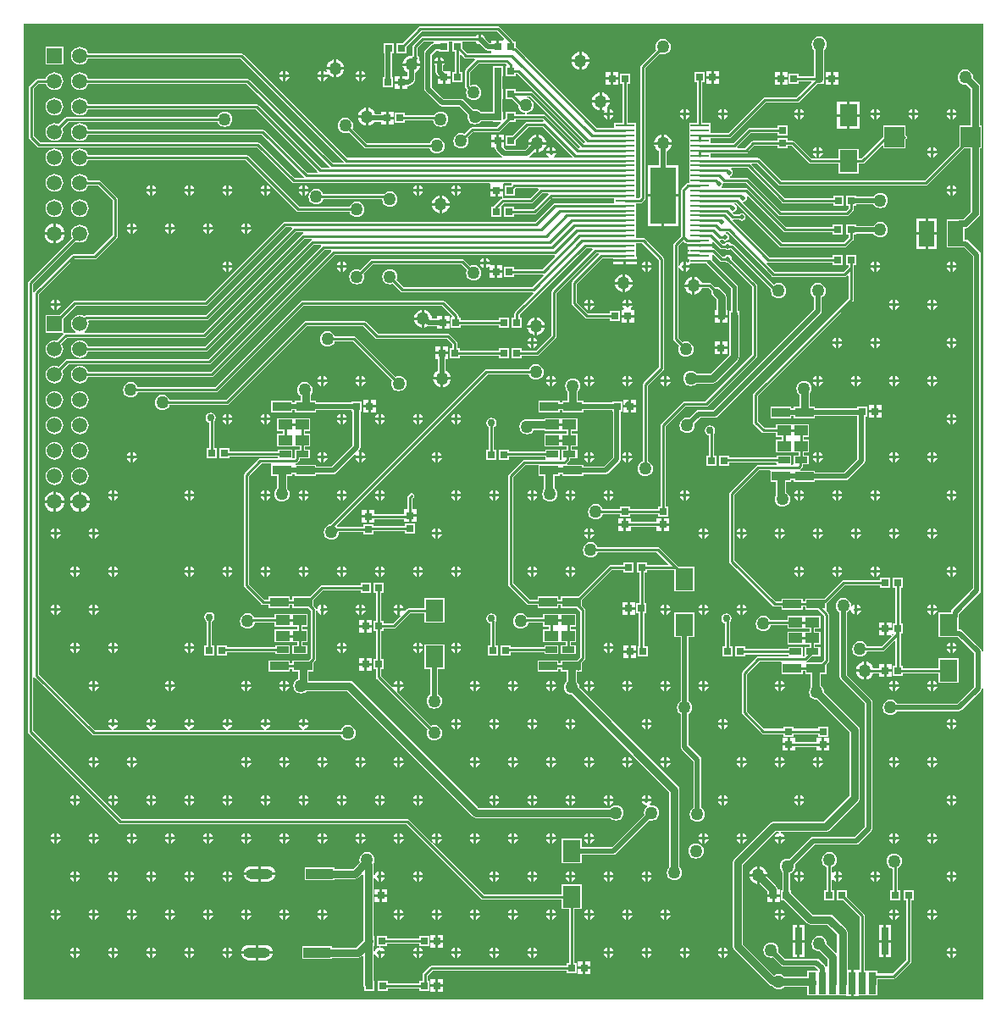
<source format=gtl>
G04*
G04 #@! TF.GenerationSoftware,Altium Limited,Altium Designer,19.1.3 (30)*
G04*
G04 Layer_Physical_Order=1*
G04 Layer_Color=255*
%FSLAX25Y25*%
%MOIN*%
G70*
G01*
G75*
%ADD11C,0.01000*%
%ADD18R,0.03000X0.03000*%
%ADD19O,0.10630X0.03937*%
%ADD20R,0.10630X0.03937*%
%ADD21R,0.07284X0.03543*%
%ADD22R,0.04528X0.02559*%
%ADD23R,0.05315X0.03937*%
%ADD24R,0.05118X0.02559*%
%ADD25R,0.03000X0.03000*%
%ADD26R,0.06890X0.08661*%
%ADD27R,0.07874X0.07874*%
%ADD28R,0.07480X0.01102*%
%ADD29R,0.09843X0.22047*%
%ADD30R,0.02953X0.08500*%
%ADD31R,0.02953X0.10500*%
%ADD32R,0.06000X0.10000*%
%ADD53C,0.03000*%
%ADD54C,0.02000*%
%ADD55C,0.02500*%
%ADD56C,0.01500*%
%ADD57R,0.05906X0.05906*%
%ADD58C,0.05906*%
%ADD59C,0.02000*%
%ADD60C,0.05000*%
%ADD61C,0.03000*%
G36*
X378500Y137138D02*
X378000Y137089D01*
X377913Y137526D01*
X377581Y138022D01*
X370298Y145306D01*
X369802Y145638D01*
X369216Y145754D01*
X368945D01*
Y150738D01*
X368974Y150886D01*
Y151867D01*
X377081Y159974D01*
X377413Y160470D01*
X377529Y161055D01*
Y165500D01*
X377529Y293209D01*
X377413Y293794D01*
X377081Y294290D01*
X372790Y298581D01*
X372294Y298913D01*
X371709Y299029D01*
X371209D01*
Y303466D01*
X371459D01*
X372141Y303602D01*
X372720Y303988D01*
X376762Y308030D01*
X377149Y308609D01*
X377284Y309291D01*
Y335063D01*
X377937D01*
Y343937D01*
X377284D01*
Y359000D01*
X377149Y359683D01*
X376762Y360262D01*
X376762Y360262D01*
X374467Y362556D01*
X374526Y363000D01*
X374423Y363783D01*
X374120Y364513D01*
X373640Y365140D01*
X373013Y365620D01*
X372283Y365923D01*
X371500Y366026D01*
X370717Y365923D01*
X369987Y365620D01*
X369360Y365140D01*
X368880Y364513D01*
X368577Y363783D01*
X368474Y363000D01*
X368577Y362217D01*
X368880Y361487D01*
X369360Y360860D01*
X369987Y360380D01*
X370717Y360077D01*
X371500Y359974D01*
X371944Y360033D01*
X373716Y358261D01*
Y343937D01*
X369063D01*
Y336005D01*
X355578Y322520D01*
X299143D01*
X290721Y330941D01*
X290390Y331162D01*
X290000Y331240D01*
X271240D01*
Y333138D01*
X285157D01*
X285548Y333215D01*
X285878Y333436D01*
X288364Y335922D01*
X297500D01*
Y334941D01*
X301500D01*
Y335922D01*
X303136D01*
X309834Y329224D01*
X310165Y329003D01*
X310555Y328925D01*
X321555D01*
Y325114D01*
X329445D01*
Y328925D01*
X330945D01*
X331335Y329003D01*
X331666Y329224D01*
X338601Y336159D01*
X339063Y335968D01*
Y335063D01*
X347937D01*
Y338589D01*
X348221Y338779D01*
X348442Y339110D01*
X348520Y339500D01*
X348442Y339890D01*
X348221Y340221D01*
X347937Y340411D01*
Y343937D01*
X339063D01*
Y339505D01*
X330522Y330964D01*
X329445D01*
Y334775D01*
X321555D01*
Y330964D01*
X310978D01*
X304280Y337662D01*
X303949Y337883D01*
X303559Y337961D01*
X301500D01*
Y338941D01*
X297500D01*
Y337961D01*
X287941D01*
X287551Y337883D01*
X287220Y337662D01*
X284735Y335177D01*
X281826D01*
X281619Y335677D01*
X286982Y341040D01*
X297500D01*
Y340059D01*
X301500D01*
Y344059D01*
X297500D01*
Y343079D01*
X286559D01*
X286169Y343001D01*
X285838Y342780D01*
X280204Y337146D01*
X271240D01*
Y339043D01*
X278563D01*
X278953Y339121D01*
X279284Y339342D01*
X292922Y352980D01*
X305382D01*
X305772Y353058D01*
X306103Y353279D01*
X313324Y360500D01*
X313685D01*
X313882Y360461D01*
X314079Y360500D01*
X315882D01*
Y362303D01*
X315921Y362500D01*
Y373693D01*
X316140Y373860D01*
X316620Y374487D01*
X316923Y375217D01*
X317026Y376000D01*
X316923Y376783D01*
X316620Y377513D01*
X316140Y378140D01*
X315513Y378621D01*
X314783Y378923D01*
X314000Y379026D01*
X313217Y378923D01*
X312487Y378621D01*
X311860Y378140D01*
X311380Y377513D01*
X311077Y376783D01*
X310974Y376000D01*
X311077Y375217D01*
X311380Y374487D01*
X311843Y373884D01*
Y363520D01*
X306059D01*
Y364500D01*
X302059D01*
Y360500D01*
X306059D01*
Y361481D01*
X310767D01*
X310959Y361019D01*
X304960Y355020D01*
X292500D01*
X292110Y354942D01*
X291779Y354721D01*
X278141Y341083D01*
X271240D01*
Y345051D01*
X268020D01*
Y361000D01*
X268941D01*
Y365000D01*
X264941D01*
Y361000D01*
X265980D01*
Y345051D01*
X262760D01*
Y340980D01*
Y337043D01*
Y333106D01*
Y329169D01*
Y325232D01*
Y321398D01*
X262378D01*
X261988Y321320D01*
X261657Y321099D01*
X259779Y319221D01*
X259558Y318890D01*
X259480Y318500D01*
Y300422D01*
X256779Y297721D01*
X256558Y297390D01*
X256480Y297000D01*
Y260000D01*
X256558Y259610D01*
X256779Y259279D01*
X258782Y257277D01*
X258577Y256783D01*
X258474Y256000D01*
X258577Y255217D01*
X258879Y254487D01*
X259360Y253860D01*
X259987Y253380D01*
X260717Y253077D01*
X261500Y252974D01*
X262283Y253077D01*
X263013Y253380D01*
X263640Y253860D01*
X264121Y254487D01*
X264423Y255217D01*
X264526Y256000D01*
X264423Y256783D01*
X264121Y257513D01*
X263640Y258140D01*
X263013Y258621D01*
X262283Y258923D01*
X261500Y259026D01*
X260717Y258923D01*
X260224Y258718D01*
X258520Y260422D01*
Y288155D01*
X259020Y288205D01*
X259116Y287720D01*
X259558Y287058D01*
X260220Y286616D01*
X260500Y286560D01*
Y288500D01*
Y290440D01*
X260220Y290384D01*
X259558Y289942D01*
X259116Y289280D01*
X259020Y288795D01*
X258520Y288845D01*
Y296578D01*
X260500Y298558D01*
X261055Y298003D01*
X261385Y297782D01*
X261776Y297705D01*
X262260Y297368D01*
Y297256D01*
X271740D01*
Y298111D01*
X272233Y298325D01*
X274779Y295779D01*
X275110Y295558D01*
X275500Y295480D01*
X276877D01*
X276919Y295419D01*
X277415Y295087D01*
X278000Y294971D01*
X278585Y295087D01*
X279081Y295419D01*
X279134Y295424D01*
X295042Y279516D01*
X294974Y279000D01*
X295077Y278217D01*
X295379Y277487D01*
X295860Y276860D01*
X296487Y276379D01*
X297217Y276077D01*
X298000Y275974D01*
X298783Y276077D01*
X299513Y276379D01*
X300140Y276860D01*
X300621Y277487D01*
X300923Y278217D01*
X301026Y279000D01*
X300923Y279783D01*
X300621Y280513D01*
X300140Y281140D01*
X299513Y281621D01*
X298783Y281923D01*
X298000Y282026D01*
X297217Y281923D01*
X296487Y281621D01*
X296110Y281331D01*
X280221Y297221D01*
X279890Y297442D01*
X279500Y297520D01*
X279123D01*
X279081Y297581D01*
X278585Y297913D01*
X278000Y298029D01*
X277415Y297913D01*
X276919Y297581D01*
X276877Y297520D01*
X275922D01*
X274944Y298498D01*
X274948Y298535D01*
X275169Y298980D01*
X275877D01*
X275919Y298919D01*
X276415Y298587D01*
X277000Y298471D01*
X277585Y298587D01*
X278081Y298919D01*
X278413Y299415D01*
X278529Y300000D01*
X278413Y300585D01*
X278081Y301081D01*
X277585Y301413D01*
X277246Y301480D01*
X277295Y301980D01*
X278078D01*
X295279Y284779D01*
X295610Y284558D01*
X296000Y284480D01*
X324000D01*
X324390Y284558D01*
X324721Y284779D01*
X325018Y285076D01*
X325480Y284885D01*
Y275922D01*
X288279Y238721D01*
X288058Y238390D01*
X287980Y238000D01*
Y227000D01*
X288058Y226610D01*
X288279Y226279D01*
X291346Y223212D01*
X291677Y222991D01*
X292067Y222914D01*
X296996D01*
Y221465D01*
X299134D01*
Y220299D01*
X296996D01*
Y215362D01*
X303311D01*
Y215362D01*
X303689D01*
Y215362D01*
X305827D01*
Y214177D01*
X303787D01*
Y210713D01*
X303352Y210542D01*
X302917Y210713D01*
X302917Y211020D01*
Y214177D01*
X297390D01*
Y213417D01*
X278559D01*
Y214000D01*
X274559D01*
Y210000D01*
X278559D01*
Y211378D01*
X297036D01*
X297312Y211102D01*
X297241Y210586D01*
X296931Y210520D01*
X290000D01*
X289610Y210442D01*
X289279Y210221D01*
X278779Y199721D01*
X278558Y199390D01*
X278480Y199000D01*
Y172500D01*
X278558Y172110D01*
X278779Y171779D01*
X295680Y154877D01*
X296011Y154657D01*
X296402Y154579D01*
X299232D01*
Y153327D01*
X307516D01*
Y154579D01*
X308484D01*
Y153327D01*
X313645D01*
X315980Y150992D01*
Y133784D01*
X314870Y132673D01*
X309163D01*
X309011Y133173D01*
X309170Y133279D01*
X311009Y135118D01*
X314406D01*
Y138677D01*
X312366D01*
Y139862D01*
X314504D01*
Y144799D01*
X312366D01*
Y145965D01*
X314504D01*
Y150902D01*
X308189D01*
Y150902D01*
X307811D01*
Y150902D01*
X301496D01*
Y149453D01*
X294645D01*
X294620Y149513D01*
X294140Y150140D01*
X293513Y150620D01*
X292783Y150923D01*
X292000Y151026D01*
X291217Y150923D01*
X290487Y150620D01*
X289860Y150140D01*
X289380Y149513D01*
X289077Y148783D01*
X288974Y148000D01*
X289077Y147217D01*
X289380Y146487D01*
X289860Y145860D01*
X290487Y145379D01*
X291217Y145077D01*
X292000Y144974D01*
X292783Y145077D01*
X293513Y145379D01*
X294140Y145860D01*
X294620Y146487D01*
X294923Y147217D01*
X294949Y147414D01*
X301496D01*
Y145965D01*
X307811D01*
Y145965D01*
X308189D01*
Y145965D01*
X310327D01*
Y144799D01*
X308189D01*
Y144799D01*
X307811D01*
Y144799D01*
X301496D01*
Y139862D01*
X307811D01*
Y139862D01*
X308189D01*
Y139862D01*
X310327D01*
Y138677D01*
X308288D01*
Y135281D01*
X308027Y135020D01*
X307876D01*
X307417Y135118D01*
X307417Y135520D01*
Y138677D01*
X301890D01*
Y137917D01*
X285059D01*
Y139000D01*
X281059D01*
Y135000D01*
X285059D01*
Y135878D01*
X301536D01*
X301812Y135602D01*
X301741Y135086D01*
X301431Y135020D01*
X290000D01*
X289610Y134942D01*
X289279Y134721D01*
X283779Y129221D01*
X283558Y128890D01*
X283480Y128500D01*
Y113000D01*
X283558Y112610D01*
X283779Y112279D01*
X291220Y104838D01*
X291550Y104617D01*
X291941Y104540D01*
X300000D01*
Y103559D01*
X304000D01*
Y104540D01*
X313500D01*
Y103559D01*
X317500D01*
Y107559D01*
X313500D01*
Y106579D01*
X304000D01*
Y107559D01*
X300000D01*
Y106579D01*
X292363D01*
X285520Y113422D01*
Y128078D01*
X290422Y132980D01*
X298860D01*
X299232Y132673D01*
X299232Y132480D01*
Y128130D01*
X307516D01*
Y129382D01*
X308484D01*
Y128130D01*
X310587D01*
Y122783D01*
X310380Y122513D01*
X310077Y121783D01*
X309974Y121000D01*
X310077Y120217D01*
X310380Y119487D01*
X310860Y118860D01*
X311487Y118379D01*
X312217Y118077D01*
X313000Y117974D01*
X313125Y117991D01*
X325961Y105155D01*
Y80345D01*
X315655Y70039D01*
X296000D01*
X295220Y69884D01*
X294558Y69442D01*
X280558Y55442D01*
X280116Y54780D01*
X279961Y54000D01*
Y21000D01*
X280116Y20220D01*
X280558Y19558D01*
X294175Y5941D01*
X294837Y5499D01*
X295467Y5373D01*
X295860Y4860D01*
X296487Y4380D01*
X297217Y4077D01*
X298000Y3974D01*
X298783Y4077D01*
X299513Y4380D01*
X300140Y4860D01*
X300217Y4961D01*
X309276D01*
Y1750D01*
X324524D01*
Y1250D01*
X326500D01*
Y6500D01*
Y11750D01*
X325102D01*
Y26437D01*
X324947Y27217D01*
X324505Y27879D01*
X324505Y27879D01*
X319442Y32942D01*
X318780Y33384D01*
X318000Y33539D01*
X311404D01*
X303059Y41884D01*
Y43000D01*
X302589D01*
Y49704D01*
X303013Y49880D01*
X303640Y50360D01*
X304120Y50987D01*
X304423Y51717D01*
X304526Y52500D01*
X304426Y53263D01*
X312134Y60971D01*
X328500D01*
X329085Y61087D01*
X329581Y61419D01*
X334581Y66419D01*
X334913Y66915D01*
X335029Y67500D01*
Y117000D01*
X334913Y117585D01*
X334581Y118081D01*
X325029Y127634D01*
Y152392D01*
X325640Y152860D01*
X325988Y153314D01*
X326521Y153197D01*
X326616Y152720D01*
X327058Y152058D01*
X327720Y151616D01*
X328000Y151560D01*
Y153500D01*
Y155440D01*
X327720Y155384D01*
X327058Y154942D01*
X327014Y154876D01*
X326616Y154977D01*
X326521Y155038D01*
X326423Y155783D01*
X326120Y156513D01*
X325640Y157140D01*
X325013Y157621D01*
X324283Y157923D01*
X323500Y158026D01*
X322717Y157923D01*
X321987Y157621D01*
X321360Y157140D01*
X320880Y156513D01*
X320577Y155783D01*
X320474Y155000D01*
X320577Y154217D01*
X320880Y153487D01*
X321360Y152860D01*
X321971Y152392D01*
Y127000D01*
X322087Y126415D01*
X322418Y125919D01*
X331971Y116367D01*
Y68133D01*
X327867Y64029D01*
X311500D01*
X310915Y63913D01*
X310419Y63581D01*
X302263Y55426D01*
X301500Y55526D01*
X300717Y55423D01*
X299987Y55120D01*
X299360Y54640D01*
X298880Y54013D01*
X298577Y53283D01*
X298474Y52500D01*
X298577Y51717D01*
X298880Y50987D01*
X299360Y50360D01*
X299530Y50230D01*
Y43000D01*
X299059D01*
Y41197D01*
X299020Y41000D01*
X299059Y40803D01*
Y39000D01*
X300175D01*
X309118Y30058D01*
X309118Y30058D01*
X309779Y29616D01*
X310560Y29461D01*
X317155D01*
X321024Y25592D01*
Y18534D01*
X320708Y18383D01*
X320524Y18360D01*
X317009Y21874D01*
X317026Y22000D01*
X316923Y22783D01*
X316620Y23513D01*
X316140Y24140D01*
X315513Y24621D01*
X314783Y24923D01*
X314000Y25026D01*
X313217Y24923D01*
X312487Y24621D01*
X311860Y24140D01*
X311380Y23513D01*
X311077Y22783D01*
X310974Y22000D01*
X311077Y21217D01*
X311380Y20487D01*
X311860Y19860D01*
X312487Y19379D01*
X313217Y19077D01*
X314000Y18974D01*
X314125Y18991D01*
X317087Y16029D01*
Y13080D01*
X316624Y12912D01*
X316587Y12919D01*
X316270Y13393D01*
X314081Y15581D01*
X313585Y15913D01*
X313000Y16029D01*
X300634D01*
X297925Y18737D01*
X298026Y19500D01*
X297923Y20283D01*
X297621Y21013D01*
X297140Y21640D01*
X296513Y22120D01*
X295783Y22423D01*
X295000Y22526D01*
X294217Y22423D01*
X293487Y22120D01*
X292860Y21640D01*
X292379Y21013D01*
X292077Y20283D01*
X291974Y19500D01*
X292077Y18717D01*
X292379Y17987D01*
X292860Y17360D01*
X293487Y16880D01*
X294217Y16577D01*
X295000Y16474D01*
X295763Y16575D01*
X298919Y13419D01*
X299415Y13087D01*
X300000Y12971D01*
X312367D01*
X313587Y11750D01*
X313485Y11250D01*
X309276D01*
Y9039D01*
X300217D01*
X300140Y9140D01*
X299513Y9621D01*
X298783Y9923D01*
X298000Y10026D01*
X297217Y9923D01*
X296487Y9621D01*
X296360Y9523D01*
X284039Y21845D01*
Y53155D01*
X296845Y65961D01*
X298057D01*
X298106Y65461D01*
X297720Y65384D01*
X297058Y64942D01*
X296616Y64280D01*
X296560Y64000D01*
X300440D01*
X300384Y64280D01*
X299942Y64942D01*
X299280Y65384D01*
X298894Y65461D01*
X298943Y65961D01*
X316500D01*
X317280Y66116D01*
X317942Y66558D01*
X329442Y78058D01*
X329884Y78720D01*
X330039Y79500D01*
X330039Y79500D01*
Y106000D01*
X329884Y106780D01*
X329442Y107442D01*
X316009Y120875D01*
X316026Y121000D01*
X315923Y121783D01*
X315620Y122513D01*
X315140Y123140D01*
X314665Y123504D01*
Y128130D01*
X316768D01*
Y131687D01*
X317721Y132640D01*
X317942Y132971D01*
X318020Y133361D01*
Y151414D01*
X317942Y151804D01*
X317721Y152135D01*
X316958Y152898D01*
X316768Y153327D01*
X316768D01*
X316768Y153327D01*
Y155933D01*
X317091Y156149D01*
X323923Y162981D01*
X337941D01*
Y162000D01*
X341941D01*
Y166000D01*
X337941D01*
Y165020D01*
X323500D01*
X323110Y164942D01*
X322779Y164721D01*
X315948Y157890D01*
X315312D01*
X315213Y157870D01*
X308484D01*
Y156618D01*
X307516D01*
Y157870D01*
X299232D01*
Y156618D01*
X296824D01*
X280520Y172922D01*
Y198578D01*
X290422Y208480D01*
X294359D01*
X294732Y208173D01*
X294732Y207980D01*
Y203630D01*
X296835D01*
Y198438D01*
X296839Y198416D01*
X296577Y197783D01*
X296474Y197000D01*
X296577Y196217D01*
X296880Y195487D01*
X297360Y194860D01*
X297987Y194379D01*
X298717Y194077D01*
X299500Y193974D01*
X300283Y194077D01*
X301013Y194379D01*
X301640Y194860D01*
X302120Y195487D01*
X302423Y196217D01*
X302526Y197000D01*
X302423Y197783D01*
X302120Y198513D01*
X301640Y199140D01*
X301013Y199620D01*
X300913Y199662D01*
Y203630D01*
X303016D01*
Y204372D01*
X303984D01*
Y203630D01*
X312268D01*
Y204372D01*
X324401D01*
X324987Y204488D01*
X325483Y204820D01*
X331621Y210958D01*
X331952Y211454D01*
X332069Y212039D01*
Y229500D01*
X332941D01*
Y233500D01*
X328941D01*
Y232628D01*
X312268D01*
Y233370D01*
X310165D01*
Y238394D01*
X310620Y238987D01*
X310923Y239717D01*
X311026Y240500D01*
X310923Y241283D01*
X310620Y242013D01*
X310140Y242640D01*
X309513Y243121D01*
X308783Y243423D01*
X308000Y243526D01*
X307217Y243423D01*
X306487Y243121D01*
X305860Y242640D01*
X305380Y242013D01*
X305077Y241283D01*
X304974Y240500D01*
X305077Y239717D01*
X305380Y238987D01*
X305860Y238360D01*
X306087Y238187D01*
Y233370D01*
X303984D01*
Y232628D01*
X303016D01*
Y233370D01*
X294732D01*
Y228827D01*
X303016D01*
Y229569D01*
X303984D01*
Y228827D01*
X312268D01*
Y229569D01*
X328941D01*
Y229500D01*
X329010D01*
Y212673D01*
X323768Y207431D01*
X312268D01*
Y208173D01*
X306714D01*
X306562Y208673D01*
X306721Y208779D01*
X307425Y209483D01*
X307646Y209814D01*
X307723Y210204D01*
Y210618D01*
X309906D01*
Y214177D01*
X307866D01*
Y215362D01*
X310004D01*
Y220299D01*
X307866D01*
Y221465D01*
X310004D01*
Y226402D01*
X303689D01*
Y226402D01*
X303311D01*
Y226402D01*
X296996D01*
Y224953D01*
X292489D01*
X290020Y227422D01*
Y237578D01*
X327221Y274779D01*
X327442Y275110D01*
X327520Y275500D01*
Y288000D01*
Y289000D01*
X328500D01*
Y293000D01*
X324500D01*
Y289000D01*
X325480D01*
Y288422D01*
X323578Y286520D01*
X296422D01*
X293234Y289707D01*
X293553Y290096D01*
X293610Y290058D01*
X294000Y289980D01*
X319382D01*
Y289000D01*
X323382D01*
Y293000D01*
X319382D01*
Y292020D01*
X294422D01*
X279944Y306498D01*
X279948Y306535D01*
X280169Y306980D01*
X282377D01*
X282418Y306919D01*
X282915Y306587D01*
X283500Y306471D01*
X284085Y306587D01*
X284581Y306919D01*
X284913Y307415D01*
X285029Y308000D01*
X284913Y308585D01*
X284581Y309081D01*
X284085Y309413D01*
X283500Y309529D01*
X282915Y309413D01*
X282418Y309081D01*
X282377Y309020D01*
X280422D01*
X279952Y309490D01*
X279962Y309588D01*
X280149Y310000D01*
X280585Y310087D01*
X281081Y310419D01*
X281413Y310915D01*
X281529Y311500D01*
X281413Y312085D01*
X281081Y312581D01*
X280585Y312913D01*
X280385Y312953D01*
X280434Y313453D01*
X281105D01*
X298279Y296279D01*
X298610Y296058D01*
X299000Y295980D01*
X324000D01*
X324390Y296058D01*
X324721Y296279D01*
X327221Y298779D01*
X327442Y299110D01*
X327520Y299500D01*
Y301000D01*
X328500D01*
Y301471D01*
X335392D01*
X335860Y300860D01*
X336487Y300379D01*
X337217Y300077D01*
X338000Y299974D01*
X338783Y300077D01*
X339513Y300379D01*
X340140Y300860D01*
X340620Y301487D01*
X340923Y302217D01*
X341026Y303000D01*
X340923Y303783D01*
X340620Y304513D01*
X340140Y305140D01*
X339513Y305621D01*
X338783Y305923D01*
X338000Y306026D01*
X337217Y305923D01*
X336487Y305621D01*
X335860Y305140D01*
X335392Y304529D01*
X328500D01*
Y305000D01*
X324500D01*
Y301000D01*
X325480D01*
Y299922D01*
X323578Y298020D01*
X299422D01*
X283952Y313490D01*
X283962Y313588D01*
X284149Y314000D01*
X284585Y314087D01*
X285081Y314419D01*
X285413Y314915D01*
X285529Y315500D01*
X285450Y315901D01*
X285910Y316148D01*
X299779Y302279D01*
X300110Y302058D01*
X300500Y301980D01*
X319382D01*
Y301000D01*
X323382D01*
Y305000D01*
X319382D01*
Y304020D01*
X300922D01*
X285811Y319130D01*
X285481Y319351D01*
X285091Y319429D01*
X275749D01*
X275601Y319862D01*
X275588Y319929D01*
X275913Y320415D01*
X276029Y321000D01*
X276016Y321067D01*
X276441Y321492D01*
X276500Y321480D01*
X285078D01*
X297779Y308779D01*
X298110Y308558D01*
X298500Y308480D01*
X325000D01*
X325390Y308558D01*
X325721Y308779D01*
X327280Y310338D01*
X327501Y310669D01*
X327579Y311059D01*
Y312500D01*
X328559D01*
Y312971D01*
X335392D01*
X335860Y312360D01*
X336487Y311879D01*
X337217Y311577D01*
X338000Y311474D01*
X338783Y311577D01*
X339513Y311879D01*
X340140Y312360D01*
X340620Y312987D01*
X340923Y313717D01*
X341026Y314500D01*
X340923Y315283D01*
X340620Y316013D01*
X340140Y316640D01*
X339513Y317121D01*
X338783Y317423D01*
X338000Y317526D01*
X337217Y317423D01*
X336487Y317121D01*
X335860Y316640D01*
X335392Y316030D01*
X328559D01*
Y316500D01*
X324559D01*
Y312500D01*
X325540D01*
Y311482D01*
X324578Y310520D01*
X298922D01*
X286221Y323221D01*
X285890Y323442D01*
X285500Y323520D01*
X278796D01*
X278746Y324020D01*
X279085Y324087D01*
X279581Y324419D01*
X279913Y324915D01*
X280029Y325500D01*
X279913Y326085D01*
X279581Y326581D01*
X279356Y326732D01*
X279507Y327232D01*
X285826D01*
X299279Y313779D01*
X299609Y313558D01*
X300000Y313481D01*
X319441D01*
Y312500D01*
X323441D01*
Y316500D01*
X319441D01*
Y315520D01*
X300422D01*
X287241Y328701D01*
X287448Y329201D01*
X289578D01*
X297999Y320779D01*
X298330Y320558D01*
X298720Y320480D01*
X356000D01*
X356390Y320558D01*
X356721Y320779D01*
X371005Y335063D01*
X373716D01*
Y310031D01*
X370720Y307034D01*
X369459D01*
X369286Y307000D01*
X364209D01*
Y296000D01*
X369561D01*
X369709Y295971D01*
X371075D01*
X374471Y292575D01*
X374471Y165500D01*
Y161689D01*
X366363Y153582D01*
X366032Y153085D01*
X365915Y152500D01*
Y152386D01*
X361055D01*
Y142725D01*
X367297D01*
X367445Y142695D01*
X368583D01*
X374971Y136308D01*
Y123134D01*
X368367Y116529D01*
X344608D01*
X344140Y117140D01*
X343513Y117621D01*
X342783Y117923D01*
X342000Y118026D01*
X341217Y117923D01*
X340487Y117621D01*
X339860Y117140D01*
X339380Y116513D01*
X339077Y115783D01*
X338974Y115000D01*
X339077Y114217D01*
X339380Y113487D01*
X339860Y112860D01*
X340487Y112380D01*
X341217Y112077D01*
X342000Y111974D01*
X342783Y112077D01*
X343513Y112380D01*
X344140Y112860D01*
X344608Y113471D01*
X369000D01*
X369585Y113587D01*
X370081Y113919D01*
X377581Y121419D01*
X377913Y121915D01*
X378000Y122352D01*
X378500Y122303D01*
Y0D01*
X1000D01*
Y384000D01*
X378500D01*
Y137138D01*
D02*
G37*
%LPC*%
G36*
X187500Y383020D02*
X157059D01*
X156669Y382942D01*
X156338Y382721D01*
X150117Y376500D01*
X147559D01*
Y372500D01*
X151559D01*
Y375058D01*
X157482Y380980D01*
X187078D01*
X189999Y378059D01*
X190004Y377937D01*
X189611Y377500D01*
X189479Y377500D01*
X187941D01*
Y375000D01*
X186941D01*
Y377500D01*
X184941D01*
Y376530D01*
X184133D01*
X182508Y378154D01*
X182384Y378780D01*
X181942Y379442D01*
X181280Y379884D01*
X181000Y379940D01*
Y378000D01*
X180000D01*
Y379940D01*
X179720Y379884D01*
X179058Y379442D01*
X178776Y379020D01*
X158000D01*
X157610Y378942D01*
X157279Y378721D01*
X154279Y375721D01*
X154058Y375390D01*
X153980Y375000D01*
Y371846D01*
X153604Y371516D01*
X153500Y371530D01*
X152586Y371410D01*
X151735Y371057D01*
X151004Y370496D01*
X150443Y369765D01*
X150090Y368914D01*
X150036Y368500D01*
X156964D01*
X156910Y368914D01*
X156557Y369765D01*
X156449Y369906D01*
X156529Y370312D01*
X156413Y370897D01*
X156081Y371393D01*
X156020Y371435D01*
Y374578D01*
X158422Y376980D01*
X162203D01*
X162252Y376480D01*
X161915Y376413D01*
X161419Y376082D01*
X158918Y373581D01*
X158587Y373085D01*
X158471Y372500D01*
Y358500D01*
X158587Y357915D01*
X158918Y357419D01*
X164418Y351919D01*
X164915Y351587D01*
X165500Y351471D01*
X172366D01*
X175575Y348263D01*
X175474Y347500D01*
X175577Y346717D01*
X175880Y345987D01*
X176360Y345360D01*
X176987Y344880D01*
X177717Y344577D01*
X178500Y344474D01*
X179283Y344577D01*
X180013Y344880D01*
X180640Y345360D01*
X180913Y345716D01*
X185441D01*
Y345500D01*
X188464D01*
X188655Y345039D01*
X187137Y343520D01*
X177500D01*
X177110Y343442D01*
X176779Y343221D01*
X174276Y340718D01*
X173783Y340923D01*
X173000Y341026D01*
X172217Y340923D01*
X171487Y340620D01*
X170860Y340140D01*
X170379Y339513D01*
X170077Y338783D01*
X169974Y338000D01*
X170077Y337217D01*
X170379Y336487D01*
X170860Y335860D01*
X171487Y335380D01*
X172217Y335077D01*
X173000Y334974D01*
X173783Y335077D01*
X174513Y335380D01*
X175140Y335860D01*
X175620Y336487D01*
X175923Y337217D01*
X176026Y338000D01*
X175923Y338783D01*
X175718Y339277D01*
X177922Y341480D01*
X187559D01*
X187949Y341558D01*
X188280Y341779D01*
X192001Y345500D01*
X194559D01*
Y346481D01*
X205077D01*
X205556Y346002D01*
X205552Y345965D01*
X205331Y345520D01*
X199059D01*
X198669Y345442D01*
X198338Y345221D01*
X193117Y340000D01*
X190559D01*
Y336000D01*
X194559D01*
Y338558D01*
X199481Y343480D01*
X205078D01*
X216818Y331740D01*
X216611Y331240D01*
X209617D01*
X209466Y331740D01*
X209942Y332058D01*
X210384Y332720D01*
X210440Y333000D01*
X206560D01*
X206616Y332720D01*
X207058Y332058D01*
X207534Y331740D01*
X207382Y331240D01*
X199966D01*
X199814Y331740D01*
X200081Y331919D01*
X201851Y333688D01*
X202086Y333590D01*
X202500Y333536D01*
Y336500D01*
X199536D01*
X199590Y336086D01*
X199688Y335851D01*
X198366Y334529D01*
X190633D01*
X190108Y335055D01*
X189941Y335500D01*
X189941D01*
X189941Y335500D01*
Y337500D01*
X184941D01*
Y335500D01*
X186312D01*
Y335158D01*
X186429Y334573D01*
X186760Y334077D01*
X188918Y331919D01*
X189186Y331740D01*
X189034Y331240D01*
X128202D01*
X87221Y372221D01*
X86890Y372442D01*
X86500Y372520D01*
X26315D01*
X26016Y373241D01*
X25462Y373962D01*
X24741Y374516D01*
X23901Y374864D01*
X23000Y374983D01*
X22099Y374864D01*
X21259Y374516D01*
X20538Y373962D01*
X19984Y373241D01*
X19636Y372401D01*
X19517Y371500D01*
X19636Y370599D01*
X19984Y369759D01*
X20538Y369038D01*
X21259Y368484D01*
X22099Y368136D01*
X23000Y368018D01*
X23901Y368136D01*
X24741Y368484D01*
X25462Y369038D01*
X26016Y369759D01*
X26315Y370480D01*
X86078D01*
X126786Y329772D01*
X126579Y329272D01*
X122670D01*
X89721Y362221D01*
X89390Y362442D01*
X89000Y362520D01*
X26315D01*
X26016Y363241D01*
X25462Y363963D01*
X24741Y364516D01*
X23901Y364864D01*
X23000Y364983D01*
X22099Y364864D01*
X21259Y364516D01*
X20538Y363963D01*
X19984Y363241D01*
X19636Y362401D01*
X19517Y361500D01*
X19636Y360599D01*
X19984Y359759D01*
X20538Y359037D01*
X21259Y358484D01*
X22099Y358136D01*
X23000Y358017D01*
X23901Y358136D01*
X24741Y358484D01*
X25462Y359037D01*
X26016Y359759D01*
X26315Y360480D01*
X88578D01*
X121255Y327803D01*
X121048Y327303D01*
X118139D01*
X93221Y352221D01*
X92890Y352442D01*
X92500Y352520D01*
X26315D01*
X26016Y353241D01*
X25462Y353962D01*
X24741Y354516D01*
X23901Y354864D01*
X23000Y354982D01*
X22099Y354864D01*
X21259Y354516D01*
X20538Y353962D01*
X19984Y353241D01*
X19636Y352401D01*
X19517Y351500D01*
X19636Y350599D01*
X19984Y349759D01*
X20538Y349038D01*
X21259Y348484D01*
X22099Y348136D01*
X23000Y348018D01*
X23901Y348136D01*
X24741Y348484D01*
X25462Y349038D01*
X26016Y349759D01*
X26315Y350480D01*
X92078D01*
X116724Y325835D01*
X116516Y325335D01*
X112607D01*
X95721Y342221D01*
X95390Y342442D01*
X95000Y342520D01*
X26315D01*
X26016Y343241D01*
X25462Y343963D01*
X24741Y344516D01*
X23901Y344864D01*
X23000Y344983D01*
X22099Y344864D01*
X21259Y344516D01*
X20538Y343963D01*
X19984Y343241D01*
X19636Y342401D01*
X19517Y341500D01*
X19636Y340599D01*
X19984Y339759D01*
X20538Y339037D01*
X21259Y338484D01*
X22099Y338136D01*
X23000Y338018D01*
X23901Y338136D01*
X24741Y338484D01*
X25462Y339037D01*
X26016Y339759D01*
X26315Y340480D01*
X94578D01*
X111192Y323866D01*
X110985Y323366D01*
X107576D01*
X93721Y337221D01*
X93390Y337442D01*
X93000Y337520D01*
X7422D01*
X5020Y339922D01*
Y358578D01*
X6922Y360480D01*
X9685D01*
X9984Y359759D01*
X10537Y359037D01*
X11259Y358484D01*
X12099Y358136D01*
X13000Y358017D01*
X13901Y358136D01*
X14741Y358484D01*
X15462Y359037D01*
X16016Y359759D01*
X16364Y360599D01*
X16483Y361500D01*
X16364Y362401D01*
X16016Y363241D01*
X15462Y363963D01*
X14741Y364516D01*
X13901Y364864D01*
X13000Y364983D01*
X12099Y364864D01*
X11259Y364516D01*
X10537Y363963D01*
X9984Y363241D01*
X9685Y362520D01*
X6500D01*
X6110Y362442D01*
X5779Y362221D01*
X3279Y359721D01*
X3058Y359390D01*
X2980Y359000D01*
Y339500D01*
X3058Y339110D01*
X3279Y338779D01*
X6279Y335779D01*
X6610Y335558D01*
X7000Y335480D01*
X92578D01*
X106433Y321625D01*
X106763Y321404D01*
X107154Y321327D01*
X184135D01*
X184500Y321000D01*
X184500Y320827D01*
Y319000D01*
X187000D01*
X189500D01*
Y320827D01*
X189500Y321000D01*
X189865Y321327D01*
X192796D01*
X193003Y320827D01*
X192676Y320500D01*
X190118D01*
Y316500D01*
X194118D01*
Y319058D01*
X194419Y319358D01*
X203209D01*
X203416Y318858D01*
X200078Y315520D01*
X189873D01*
X189541Y315584D01*
X189500Y316000D01*
X189500Y316016D01*
X189500Y316437D01*
Y316437D01*
X189500Y316439D01*
Y318000D01*
X187500D01*
Y316000D01*
X189000D01*
X189063Y316000D01*
X189204Y315500D01*
X189116Y315446D01*
X189110Y315442D01*
X189077Y315420D01*
X188779Y315221D01*
X186220Y312662D01*
X185999Y312331D01*
X185933Y312000D01*
X184941D01*
Y308000D01*
X188941D01*
Y312000D01*
X188941D01*
X188795Y312353D01*
X189922Y313480D01*
X200500D01*
X200890Y313558D01*
X201221Y313779D01*
X204832Y317390D01*
X207241D01*
X207448Y316890D01*
X201578Y311020D01*
X194059D01*
Y312000D01*
X190059D01*
Y308000D01*
X194059D01*
Y308981D01*
X202000D01*
X202391Y309058D01*
X202721Y309279D01*
X208863Y315421D01*
X233260D01*
Y313524D01*
X210004D01*
X209614Y313446D01*
X209283Y313225D01*
X202078Y306020D01*
X103500D01*
X103110Y305942D01*
X102779Y305721D01*
X72078Y275020D01*
X21000D01*
X20610Y274942D01*
X20279Y274721D01*
X15011Y269453D01*
X9547D01*
Y262547D01*
X15969D01*
X16053Y262547D01*
X16067Y262546D01*
X16480Y262049D01*
X16467Y261909D01*
X13916Y259358D01*
X13901Y259364D01*
X13000Y259483D01*
X12099Y259364D01*
X11259Y259016D01*
X10537Y258463D01*
X9984Y257741D01*
X9636Y256901D01*
X9517Y256000D01*
X9636Y255099D01*
X9984Y254259D01*
X10537Y253538D01*
X11259Y252984D01*
X12099Y252636D01*
X13000Y252518D01*
X13901Y252636D01*
X14741Y252984D01*
X15462Y253538D01*
X16016Y254259D01*
X16364Y255099D01*
X16483Y256000D01*
X16364Y256901D01*
X16016Y257741D01*
X15654Y258212D01*
X17922Y260480D01*
X72000D01*
X72390Y260558D01*
X72721Y260779D01*
X111422Y299480D01*
X114254D01*
X114303Y298980D01*
X114110Y298942D01*
X113779Y298721D01*
X72078Y257020D01*
X26315D01*
X26016Y257741D01*
X25462Y258463D01*
X24741Y259016D01*
X23901Y259364D01*
X23000Y259483D01*
X22099Y259364D01*
X21259Y259016D01*
X20538Y258463D01*
X19984Y257741D01*
X19636Y256901D01*
X19517Y256000D01*
X19636Y255099D01*
X19984Y254259D01*
X20538Y253538D01*
X21259Y252984D01*
X22099Y252636D01*
X23000Y252518D01*
X23901Y252636D01*
X24741Y252984D01*
X25462Y253538D01*
X26016Y254259D01*
X26315Y254980D01*
X72500D01*
X72890Y255058D01*
X73221Y255279D01*
X114922Y296980D01*
X117831D01*
X118038Y296480D01*
X73578Y252020D01*
X18000D01*
X17610Y251942D01*
X17279Y251721D01*
X14623Y249065D01*
X13901Y249364D01*
X13000Y249482D01*
X12099Y249364D01*
X11259Y249016D01*
X10537Y248463D01*
X9984Y247741D01*
X9636Y246901D01*
X9517Y246000D01*
X9636Y245099D01*
X9984Y244259D01*
X10537Y243537D01*
X11259Y242984D01*
X12099Y242636D01*
X13000Y242517D01*
X13901Y242636D01*
X14741Y242984D01*
X15462Y243537D01*
X16016Y244259D01*
X16364Y245099D01*
X16483Y246000D01*
X16364Y246901D01*
X16065Y247623D01*
X18422Y249980D01*
X74000D01*
X74390Y250058D01*
X74721Y250279D01*
X119422Y294980D01*
X121831D01*
X122038Y294480D01*
X74578Y247020D01*
X26315D01*
X26016Y247741D01*
X25462Y248463D01*
X24741Y249016D01*
X23901Y249364D01*
X23000Y249482D01*
X22099Y249364D01*
X21259Y249016D01*
X20538Y248463D01*
X19984Y247741D01*
X19636Y246901D01*
X19517Y246000D01*
X19636Y245099D01*
X19984Y244259D01*
X20538Y243537D01*
X21259Y242984D01*
X22099Y242636D01*
X23000Y242517D01*
X23901Y242636D01*
X24741Y242984D01*
X25462Y243537D01*
X26016Y244259D01*
X26315Y244980D01*
X75000D01*
X75390Y245058D01*
X75721Y245279D01*
X123422Y292980D01*
X209831D01*
X210052Y292535D01*
X210056Y292498D01*
X205078Y287520D01*
X194000D01*
Y288500D01*
X190000D01*
Y284500D01*
X194000D01*
Y285480D01*
X205331D01*
X205552Y285035D01*
X205556Y284998D01*
X201078Y280520D01*
X150422D01*
X147718Y283224D01*
X147923Y283717D01*
X148026Y284500D01*
X147923Y285283D01*
X147620Y286013D01*
X147140Y286640D01*
X146513Y287121D01*
X145783Y287423D01*
X145000Y287526D01*
X144217Y287423D01*
X143487Y287121D01*
X142860Y286640D01*
X142379Y286013D01*
X142077Y285283D01*
X141974Y284500D01*
X142077Y283717D01*
X142379Y282987D01*
X142860Y282360D01*
X143487Y281879D01*
X144217Y281577D01*
X145000Y281474D01*
X145783Y281577D01*
X146276Y281782D01*
X149279Y278779D01*
X149610Y278558D01*
X150000Y278480D01*
X201331D01*
X201552Y278035D01*
X201556Y277998D01*
X194338Y270780D01*
X194117Y270449D01*
X194039Y270059D01*
Y268500D01*
X193059D01*
Y264500D01*
X197059D01*
Y268500D01*
X196078D01*
Y269637D01*
X222178Y295736D01*
X224587D01*
X224795Y295236D01*
X208779Y279221D01*
X208558Y278890D01*
X208480Y278500D01*
Y261422D01*
X202577Y255519D01*
X197059D01*
Y256500D01*
X193059D01*
Y252500D01*
X197059D01*
Y253480D01*
X203000D01*
X203390Y253558D01*
X203720Y253779D01*
X210221Y260279D01*
X210442Y260610D01*
X210520Y261000D01*
Y278078D01*
X226210Y293768D01*
X227119D01*
X227326Y293268D01*
X216779Y282721D01*
X216558Y282390D01*
X216480Y282000D01*
Y274000D01*
X216558Y273610D01*
X216779Y273279D01*
X221779Y268279D01*
X222110Y268058D01*
X222500Y267980D01*
X231500D01*
Y267000D01*
X235500D01*
Y271000D01*
X231500D01*
Y270020D01*
X222922D01*
X218520Y274422D01*
Y281578D01*
X228741Y291799D01*
X232760D01*
Y291350D01*
X242240D01*
Y292402D01*
X241740D01*
Y297705D01*
X244353D01*
X250980Y291078D01*
Y248922D01*
X244779Y242721D01*
X244558Y242390D01*
X244480Y242000D01*
Y211825D01*
X243987Y211620D01*
X243360Y211140D01*
X242880Y210513D01*
X242577Y209783D01*
X242474Y209000D01*
X242577Y208217D01*
X242880Y207487D01*
X243360Y206860D01*
X243987Y206380D01*
X244717Y206077D01*
X245500Y205974D01*
X246283Y206077D01*
X247013Y206380D01*
X247640Y206860D01*
X248120Y207487D01*
X248423Y208217D01*
X248526Y209000D01*
X248423Y209783D01*
X248120Y210513D01*
X247640Y211140D01*
X247013Y211620D01*
X246520Y211825D01*
Y241578D01*
X252721Y247779D01*
X252942Y248110D01*
X253020Y248500D01*
Y291500D01*
X252942Y291890D01*
X252721Y292221D01*
X245497Y299445D01*
X245166Y299666D01*
X244776Y299744D01*
X241740D01*
Y301610D01*
Y305547D01*
Y309484D01*
Y313453D01*
X243472D01*
X243863Y313530D01*
X244193Y313751D01*
X245221Y314779D01*
X245442Y315110D01*
X245520Y315500D01*
Y366578D01*
X251223Y372282D01*
X251717Y372077D01*
X252500Y371974D01*
X253283Y372077D01*
X254013Y372379D01*
X254640Y372860D01*
X255120Y373487D01*
X255423Y374217D01*
X255526Y375000D01*
X255423Y375783D01*
X255120Y376513D01*
X254640Y377140D01*
X254013Y377621D01*
X253283Y377923D01*
X252500Y378026D01*
X251717Y377923D01*
X250987Y377621D01*
X250360Y377140D01*
X249880Y376513D01*
X249577Y375783D01*
X249474Y375000D01*
X249577Y374217D01*
X249782Y373724D01*
X243779Y367721D01*
X243558Y367390D01*
X243480Y367000D01*
Y315922D01*
X243050Y315492D01*
X241740D01*
Y317358D01*
Y321295D01*
Y325232D01*
Y329169D01*
Y333106D01*
Y337043D01*
Y340980D01*
Y345051D01*
X238520D01*
Y360500D01*
X239559D01*
Y364500D01*
X235559D01*
Y360500D01*
X236480D01*
Y345051D01*
X233260D01*
Y343051D01*
X226454D01*
X194784Y374721D01*
X194559Y374871D01*
Y377000D01*
X193567D01*
X193501Y377331D01*
X193280Y377661D01*
X188221Y382721D01*
X187890Y382942D01*
X187500Y383020D01*
D02*
G37*
G36*
X220500Y372964D02*
Y370000D01*
X223464D01*
X223410Y370414D01*
X223057Y371265D01*
X222496Y371996D01*
X221765Y372557D01*
X220914Y372910D01*
X220500Y372964D01*
D02*
G37*
G36*
X219500D02*
X219086Y372910D01*
X218235Y372557D01*
X217504Y371996D01*
X216943Y371265D01*
X216590Y370414D01*
X216536Y370000D01*
X219500D01*
Y372964D01*
D02*
G37*
G36*
X16453Y374953D02*
X9547D01*
Y368047D01*
X16453D01*
Y374953D01*
D02*
G37*
G36*
X124000Y369964D02*
Y367000D01*
X126964D01*
X126910Y367414D01*
X126557Y368265D01*
X125996Y368996D01*
X125265Y369557D01*
X124414Y369910D01*
X124000Y369964D01*
D02*
G37*
G36*
X123000D02*
X122586Y369910D01*
X121735Y369557D01*
X121004Y368996D01*
X120443Y368265D01*
X120090Y367414D01*
X120036Y367000D01*
X123000D01*
Y369964D01*
D02*
G37*
G36*
X223464Y369000D02*
X220500D01*
Y366036D01*
X220914Y366090D01*
X221765Y366443D01*
X222496Y367004D01*
X223057Y367735D01*
X223410Y368586D01*
X223464Y369000D01*
D02*
G37*
G36*
X219500D02*
X216536D01*
X216590Y368586D01*
X216943Y367735D01*
X217504Y367004D01*
X218235Y366443D01*
X219086Y366090D01*
X219500Y366036D01*
Y369000D01*
D02*
G37*
G36*
X123000Y366000D02*
X120036D01*
X120090Y365586D01*
X120171Y365390D01*
X119767Y365058D01*
X119280Y365384D01*
X119000Y365440D01*
Y364000D01*
X120708D01*
X120930Y364101D01*
X121004Y364004D01*
X121735Y363443D01*
X122586Y363090D01*
X123000Y363036D01*
Y366000D01*
D02*
G37*
G36*
X134000Y365440D02*
Y364000D01*
X135440D01*
X135384Y364280D01*
X134942Y364942D01*
X134280Y365384D01*
X134000Y365440D01*
D02*
G37*
G36*
X133000D02*
X132720Y365384D01*
X132058Y364942D01*
X131616Y364280D01*
X131560Y364000D01*
X133000D01*
Y365440D01*
D02*
G37*
G36*
X118000D02*
X117720Y365384D01*
X117058Y364942D01*
X116616Y364280D01*
X116560Y364000D01*
X118000D01*
Y365440D01*
D02*
G37*
G36*
X104000D02*
Y364000D01*
X105440D01*
X105384Y364280D01*
X104942Y364942D01*
X104280Y365384D01*
X104000Y365440D01*
D02*
G37*
G36*
X103000D02*
X102720Y365384D01*
X102058Y364942D01*
X101616Y364280D01*
X101560Y364000D01*
X103000D01*
Y365440D01*
D02*
G37*
G36*
X274559Y365500D02*
X272559D01*
Y363500D01*
X274559D01*
Y365500D01*
D02*
G37*
G36*
X271559D02*
X269559D01*
Y363500D01*
X271559D01*
Y365500D01*
D02*
G37*
G36*
X126964Y366000D02*
X124000D01*
Y363036D01*
X124414Y363090D01*
X125265Y363443D01*
X125996Y364004D01*
X126557Y364735D01*
X126910Y365586D01*
X126964Y366000D01*
D02*
G37*
G36*
X234941Y365000D02*
X232941D01*
Y363000D01*
X234941D01*
Y365000D01*
D02*
G37*
G36*
X301441D02*
X299441D01*
Y363000D01*
X301441D01*
Y365000D01*
D02*
G37*
G36*
X231941D02*
X229941D01*
Y363000D01*
X231941D01*
Y365000D01*
D02*
G37*
G36*
X298441D02*
X296441D01*
Y363000D01*
X298441D01*
Y365000D01*
D02*
G37*
G36*
X321500Y365000D02*
X319500D01*
Y363000D01*
X321500D01*
Y365000D01*
D02*
G37*
G36*
X318500D02*
X316500D01*
Y363000D01*
X318500D01*
Y365000D01*
D02*
G37*
G36*
X135440Y363000D02*
X134000D01*
Y361560D01*
X134280Y361616D01*
X134942Y362058D01*
X135384Y362720D01*
X135440Y363000D01*
D02*
G37*
G36*
X133000D02*
X131560D01*
X131616Y362720D01*
X132058Y362058D01*
X132720Y361616D01*
X133000Y361560D01*
Y363000D01*
D02*
G37*
G36*
X120440D02*
X119000D01*
Y361560D01*
X119280Y361616D01*
X119942Y362058D01*
X120384Y362720D01*
X120440Y363000D01*
D02*
G37*
G36*
X118000D02*
X116560D01*
X116616Y362720D01*
X117058Y362058D01*
X117720Y361616D01*
X118000Y361560D01*
Y363000D01*
D02*
G37*
G36*
X105440D02*
X104000D01*
Y361560D01*
X104280Y361616D01*
X104942Y362058D01*
X105384Y362720D01*
X105440Y363000D01*
D02*
G37*
G36*
X103000D02*
X101560D01*
X101616Y362720D01*
X102058Y362058D01*
X102720Y361616D01*
X103000Y361560D01*
Y363000D01*
D02*
G37*
G36*
X149000Y363500D02*
X147000D01*
Y361500D01*
X149000D01*
Y363500D01*
D02*
G37*
G36*
X274559Y362500D02*
X272559D01*
Y360500D01*
X274559D01*
Y362500D01*
D02*
G37*
G36*
X271559D02*
X269559D01*
Y360500D01*
X271559D01*
Y362500D01*
D02*
G37*
G36*
X301441Y362000D02*
X299441D01*
Y360000D01*
X301441D01*
Y362000D01*
D02*
G37*
G36*
X298441D02*
X296441D01*
Y360000D01*
X298441D01*
Y362000D01*
D02*
G37*
G36*
X234941D02*
X232941D01*
Y360000D01*
X234941D01*
Y362000D01*
D02*
G37*
G36*
X231941D02*
X229941D01*
Y360000D01*
X231941D01*
Y362000D01*
D02*
G37*
G36*
X321500Y362000D02*
X319500D01*
Y360000D01*
X321500D01*
Y362000D01*
D02*
G37*
G36*
X318500D02*
X316500D01*
Y360000D01*
X318500D01*
Y362000D01*
D02*
G37*
G36*
X146441Y376500D02*
X142441D01*
Y372500D01*
X142852D01*
Y363000D01*
X142382D01*
Y359000D01*
X146382D01*
Y363000D01*
X145911D01*
Y372500D01*
X146441D01*
Y376500D01*
D02*
G37*
G36*
X156964Y367500D02*
X150036D01*
X150090Y367086D01*
X150443Y366235D01*
X151004Y365504D01*
X151735Y364943D01*
X151971Y364845D01*
Y363500D01*
X150000D01*
Y361000D01*
Y358500D01*
X152000D01*
Y359471D01*
X152328D01*
X152914Y359587D01*
X153410Y359919D01*
X154581Y361090D01*
X154913Y361586D01*
X155029Y362172D01*
Y364845D01*
X155265Y364943D01*
X155996Y365504D01*
X156557Y366235D01*
X156910Y367086D01*
X156964Y367500D01*
D02*
G37*
G36*
X149000Y360500D02*
X147000D01*
Y358500D01*
X149000D01*
Y360500D01*
D02*
G37*
G36*
X228500Y356964D02*
Y354000D01*
X231464D01*
X231410Y354414D01*
X231057Y355265D01*
X230496Y355996D01*
X229765Y356557D01*
X228914Y356910D01*
X228500Y356964D01*
D02*
G37*
G36*
X227500D02*
X227086Y356910D01*
X226235Y356557D01*
X225504Y355996D01*
X224943Y355265D01*
X224590Y354414D01*
X224536Y354000D01*
X227500D01*
Y356964D01*
D02*
G37*
G36*
Y353000D02*
X224536D01*
X224590Y352586D01*
X224943Y351735D01*
X225504Y351004D01*
X226235Y350443D01*
X227086Y350090D01*
X227500Y350036D01*
Y353000D01*
D02*
G37*
G36*
X366500Y350440D02*
Y349000D01*
X367940D01*
X367884Y349280D01*
X367442Y349942D01*
X366780Y350384D01*
X366500Y350440D01*
D02*
G37*
G36*
X365500D02*
X365220Y350384D01*
X364558Y349942D01*
X364116Y349280D01*
X364060Y349000D01*
X365500D01*
Y350440D01*
D02*
G37*
G36*
X351500D02*
Y349000D01*
X352940D01*
X352884Y349280D01*
X352442Y349942D01*
X351780Y350384D01*
X351500Y350440D01*
D02*
G37*
G36*
X350500D02*
X350220Y350384D01*
X349558Y349942D01*
X349116Y349280D01*
X349060Y349000D01*
X350500D01*
Y350440D01*
D02*
G37*
G36*
X336500D02*
Y349000D01*
X337940D01*
X337884Y349280D01*
X337442Y349942D01*
X336780Y350384D01*
X336500Y350440D01*
D02*
G37*
G36*
X335500D02*
X335220Y350384D01*
X334558Y349942D01*
X334116Y349280D01*
X334060Y349000D01*
X335500D01*
Y350440D01*
D02*
G37*
G36*
X306500D02*
Y349000D01*
X307940D01*
X307884Y349280D01*
X307442Y349942D01*
X306780Y350384D01*
X306500Y350440D01*
D02*
G37*
G36*
X305500D02*
X305220Y350384D01*
X304558Y349942D01*
X304116Y349280D01*
X304060Y349000D01*
X305500D01*
Y350440D01*
D02*
G37*
G36*
X276500D02*
Y349000D01*
X277940D01*
X277884Y349280D01*
X277442Y349942D01*
X276780Y350384D01*
X276500Y350440D01*
D02*
G37*
G36*
X275500D02*
X275220Y350384D01*
X274558Y349942D01*
X274116Y349280D01*
X274060Y349000D01*
X275500D01*
Y350440D01*
D02*
G37*
G36*
X261500D02*
Y349000D01*
X262940D01*
X262884Y349280D01*
X262442Y349942D01*
X261780Y350384D01*
X261500Y350440D01*
D02*
G37*
G36*
X260500D02*
X260220Y350384D01*
X259558Y349942D01*
X259116Y349280D01*
X259060Y349000D01*
X260500D01*
Y350440D01*
D02*
G37*
G36*
X231500D02*
Y349000D01*
X232940D01*
X232884Y349280D01*
X232442Y349942D01*
X231780Y350384D01*
X231500Y350440D01*
D02*
G37*
G36*
X231464Y353000D02*
X228500D01*
Y350036D01*
X228914Y350090D01*
X229110Y350171D01*
X229442Y349767D01*
X229116Y349280D01*
X229060Y349000D01*
X230500D01*
Y350708D01*
X230399Y350929D01*
X230496Y351004D01*
X231057Y351735D01*
X231410Y352586D01*
X231464Y353000D01*
D02*
G37*
G36*
X329945Y353386D02*
X326000D01*
Y348555D01*
X329945D01*
Y353386D01*
D02*
G37*
G36*
X325000D02*
X321055D01*
Y348555D01*
X325000D01*
Y353386D01*
D02*
G37*
G36*
X165000Y349526D02*
X164217Y349423D01*
X163487Y349120D01*
X162860Y348640D01*
X162385Y348020D01*
X151059D01*
Y349000D01*
X147059D01*
Y345000D01*
X151059D01*
Y345981D01*
X162042D01*
X162077Y345717D01*
X162380Y344987D01*
X162860Y344360D01*
X163487Y343880D01*
X164217Y343577D01*
X165000Y343474D01*
X165783Y343577D01*
X166513Y343880D01*
X167140Y344360D01*
X167621Y344987D01*
X167923Y345717D01*
X168026Y346500D01*
X167923Y347283D01*
X167621Y348013D01*
X167140Y348640D01*
X166513Y349120D01*
X165783Y349423D01*
X165000Y349526D01*
D02*
G37*
G36*
X13000Y354982D02*
X12099Y354864D01*
X11259Y354516D01*
X10537Y353962D01*
X9984Y353241D01*
X9636Y352401D01*
X9517Y351500D01*
X9636Y350599D01*
X9984Y349759D01*
X10537Y349038D01*
X11259Y348484D01*
X12099Y348136D01*
X13000Y348018D01*
X13901Y348136D01*
X14741Y348484D01*
X15462Y349038D01*
X16016Y349759D01*
X16364Y350599D01*
X16483Y351500D01*
X16364Y352401D01*
X16016Y353241D01*
X15462Y353962D01*
X14741Y354516D01*
X13901Y354864D01*
X13000Y354982D01*
D02*
G37*
G36*
X135500Y350964D02*
X135086Y350910D01*
X134235Y350557D01*
X133504Y349996D01*
X132943Y349265D01*
X132590Y348414D01*
X132536Y348000D01*
X135500D01*
Y350964D01*
D02*
G37*
G36*
X146441Y349500D02*
X144441D01*
Y347500D01*
X146441D01*
Y349500D01*
D02*
G37*
G36*
X367940Y348000D02*
X366500D01*
Y346560D01*
X366780Y346616D01*
X367442Y347058D01*
X367884Y347720D01*
X367940Y348000D01*
D02*
G37*
G36*
X365500D02*
X364060D01*
X364116Y347720D01*
X364558Y347058D01*
X365220Y346616D01*
X365500Y346560D01*
Y348000D01*
D02*
G37*
G36*
X352940D02*
X351500D01*
Y346560D01*
X351780Y346616D01*
X352442Y347058D01*
X352884Y347720D01*
X352940Y348000D01*
D02*
G37*
G36*
X350500D02*
X349060D01*
X349116Y347720D01*
X349558Y347058D01*
X350220Y346616D01*
X350500Y346560D01*
Y348000D01*
D02*
G37*
G36*
X337940D02*
X336500D01*
Y346560D01*
X336780Y346616D01*
X337442Y347058D01*
X337884Y347720D01*
X337940Y348000D01*
D02*
G37*
G36*
X335500D02*
X334060D01*
X334116Y347720D01*
X334558Y347058D01*
X335220Y346616D01*
X335500Y346560D01*
Y348000D01*
D02*
G37*
G36*
X307940D02*
X306500D01*
Y346560D01*
X306780Y346616D01*
X307442Y347058D01*
X307884Y347720D01*
X307940Y348000D01*
D02*
G37*
G36*
X305500D02*
X304060D01*
X304116Y347720D01*
X304558Y347058D01*
X305220Y346616D01*
X305500Y346560D01*
Y348000D01*
D02*
G37*
G36*
X277940D02*
X276500D01*
Y346560D01*
X276780Y346616D01*
X277442Y347058D01*
X277884Y347720D01*
X277940Y348000D01*
D02*
G37*
G36*
X275500D02*
X274060D01*
X274116Y347720D01*
X274558Y347058D01*
X275220Y346616D01*
X275500Y346560D01*
Y348000D01*
D02*
G37*
G36*
X262940D02*
X261500D01*
Y346560D01*
X261780Y346616D01*
X262442Y347058D01*
X262884Y347720D01*
X262940Y348000D01*
D02*
G37*
G36*
X260500D02*
X259060D01*
X259116Y347720D01*
X259558Y347058D01*
X260220Y346616D01*
X260500Y346560D01*
Y348000D01*
D02*
G37*
G36*
X232940D02*
X231500D01*
Y346560D01*
X231780Y346616D01*
X232442Y347058D01*
X232884Y347720D01*
X232940Y348000D01*
D02*
G37*
G36*
X230500D02*
X229060D01*
X229116Y347720D01*
X229558Y347058D01*
X230220Y346616D01*
X230500Y346560D01*
Y348000D01*
D02*
G37*
G36*
X146441Y346500D02*
X144441D01*
Y344500D01*
X146441D01*
Y346500D01*
D02*
G37*
G36*
X136500Y350964D02*
Y347500D01*
Y344036D01*
X136914Y344090D01*
X137765Y344443D01*
X138496Y345004D01*
X138855Y345471D01*
X141441D01*
Y344500D01*
X143441D01*
Y347000D01*
Y349500D01*
X141441D01*
Y348530D01*
X139362D01*
X139057Y349265D01*
X138496Y349996D01*
X137765Y350557D01*
X136914Y350910D01*
X136500Y350964D01*
D02*
G37*
G36*
X135500Y347000D02*
X132536D01*
X132590Y346586D01*
X132943Y345735D01*
X133504Y345004D01*
X134235Y344443D01*
X135086Y344090D01*
X135500Y344036D01*
Y347000D01*
D02*
G37*
G36*
X80000Y349526D02*
X79217Y349423D01*
X78487Y349120D01*
X77860Y348640D01*
X77380Y348013D01*
X77175Y347520D01*
X18000D01*
X17610Y347442D01*
X17279Y347221D01*
X14623Y344565D01*
X13901Y344864D01*
X13000Y344983D01*
X12099Y344864D01*
X11259Y344516D01*
X10537Y343963D01*
X9984Y343241D01*
X9636Y342401D01*
X9517Y341500D01*
X9636Y340599D01*
X9984Y339759D01*
X10537Y339037D01*
X11259Y338484D01*
X12099Y338136D01*
X13000Y338018D01*
X13901Y338136D01*
X14741Y338484D01*
X15462Y339037D01*
X16016Y339759D01*
X16364Y340599D01*
X16483Y341500D01*
X16364Y342401D01*
X16065Y343123D01*
X18422Y345480D01*
X77175D01*
X77380Y344987D01*
X77860Y344360D01*
X78487Y343880D01*
X79217Y343577D01*
X80000Y343474D01*
X80783Y343577D01*
X81513Y343880D01*
X82140Y344360D01*
X82621Y344987D01*
X82923Y345717D01*
X83026Y346500D01*
X82923Y347283D01*
X82621Y348013D01*
X82140Y348640D01*
X81513Y349120D01*
X80783Y349423D01*
X80000Y349526D01*
D02*
G37*
G36*
X329945Y347555D02*
X326000D01*
Y342724D01*
X329945D01*
Y347555D01*
D02*
G37*
G36*
X325000D02*
X321055D01*
Y342724D01*
X325000D01*
Y347555D01*
D02*
G37*
G36*
X189941Y340500D02*
X187941D01*
Y338500D01*
X189941D01*
Y340500D01*
D02*
G37*
G36*
X186941D02*
X184941D01*
Y338500D01*
X186941D01*
Y340500D01*
D02*
G37*
G36*
X253000Y340464D02*
Y337500D01*
X255964D01*
X255910Y337914D01*
X255557Y338765D01*
X254996Y339496D01*
X254265Y340057D01*
X253414Y340410D01*
X253000Y340464D01*
D02*
G37*
G36*
X252000D02*
X251586Y340410D01*
X250735Y340057D01*
X250004Y339496D01*
X249443Y338765D01*
X249090Y337914D01*
X249036Y337500D01*
X252000D01*
Y340464D01*
D02*
G37*
G36*
X203500D02*
Y337500D01*
X206464D01*
X206410Y337914D01*
X206057Y338765D01*
X205496Y339496D01*
X204765Y340057D01*
X203914Y340410D01*
X203500Y340464D01*
D02*
G37*
G36*
X202500D02*
X202086Y340410D01*
X201235Y340057D01*
X200504Y339496D01*
X199943Y338765D01*
X199590Y337914D01*
X199536Y337500D01*
X202500D01*
Y340464D01*
D02*
G37*
G36*
X359000Y335440D02*
Y334000D01*
X360440D01*
X360384Y334280D01*
X359942Y334942D01*
X359280Y335384D01*
X359000Y335440D01*
D02*
G37*
G36*
X358000D02*
X357720Y335384D01*
X357058Y334942D01*
X356616Y334280D01*
X356560Y334000D01*
X358000D01*
Y335440D01*
D02*
G37*
G36*
X314000D02*
Y334000D01*
X315440D01*
X315384Y334280D01*
X314942Y334942D01*
X314280Y335384D01*
X314000Y335440D01*
D02*
G37*
G36*
X313000D02*
X312720Y335384D01*
X312058Y334942D01*
X311616Y334280D01*
X311560Y334000D01*
X313000D01*
Y335440D01*
D02*
G37*
G36*
X209000D02*
Y334000D01*
X210440D01*
X210384Y334280D01*
X209942Y334942D01*
X209280Y335384D01*
X209000Y335440D01*
D02*
G37*
G36*
X208000D02*
X207720Y335384D01*
X207058Y334942D01*
X206616Y334280D01*
X206560Y334000D01*
X208000D01*
Y335440D01*
D02*
G37*
G36*
X206464Y336500D02*
X203500D01*
Y333536D01*
X203914Y333590D01*
X204765Y333943D01*
X205496Y334504D01*
X206057Y335235D01*
X206410Y336086D01*
X206464Y336500D01*
D02*
G37*
G36*
X127500Y347026D02*
X126717Y346923D01*
X125987Y346620D01*
X125360Y346140D01*
X124880Y345513D01*
X124577Y344783D01*
X124474Y344000D01*
X124577Y343217D01*
X124880Y342487D01*
X125360Y341860D01*
X125987Y341379D01*
X126717Y341077D01*
X127500Y340974D01*
X128283Y341077D01*
X128777Y341282D01*
X134779Y335279D01*
X135110Y335058D01*
X135500Y334980D01*
X160675D01*
X160880Y334487D01*
X161360Y333860D01*
X161987Y333380D01*
X162717Y333077D01*
X163500Y332974D01*
X164283Y333077D01*
X165013Y333380D01*
X165640Y333860D01*
X166121Y334487D01*
X166423Y335217D01*
X166526Y336000D01*
X166423Y336783D01*
X166121Y337513D01*
X165640Y338140D01*
X165013Y338620D01*
X164283Y338923D01*
X163500Y339026D01*
X162717Y338923D01*
X161987Y338620D01*
X161360Y338140D01*
X160880Y337513D01*
X160675Y337020D01*
X135922D01*
X130218Y342723D01*
X130423Y343217D01*
X130526Y344000D01*
X130423Y344783D01*
X130121Y345513D01*
X129640Y346140D01*
X129013Y346620D01*
X128283Y346923D01*
X127500Y347026D01*
D02*
G37*
G36*
X360440Y333000D02*
X359000D01*
Y331560D01*
X359280Y331616D01*
X359942Y332058D01*
X360384Y332720D01*
X360440Y333000D01*
D02*
G37*
G36*
X358000D02*
X356560D01*
X356616Y332720D01*
X357058Y332058D01*
X357720Y331616D01*
X358000Y331560D01*
Y333000D01*
D02*
G37*
G36*
X315440D02*
X314000D01*
Y331560D01*
X314280Y331616D01*
X314942Y332058D01*
X315384Y332720D01*
X315440Y333000D01*
D02*
G37*
G36*
X313000D02*
X311560D01*
X311616Y332720D01*
X312058Y332058D01*
X312720Y331616D01*
X313000Y331560D01*
Y333000D01*
D02*
G37*
G36*
X13000Y334982D02*
X12099Y334864D01*
X11259Y334516D01*
X10537Y333962D01*
X9984Y333241D01*
X9636Y332401D01*
X9517Y331500D01*
X9636Y330599D01*
X9984Y329759D01*
X10537Y329037D01*
X11259Y328484D01*
X12099Y328136D01*
X13000Y328017D01*
X13901Y328136D01*
X14741Y328484D01*
X15462Y329037D01*
X16016Y329759D01*
X16364Y330599D01*
X16483Y331500D01*
X16364Y332401D01*
X16016Y333241D01*
X15462Y333962D01*
X14741Y334516D01*
X13901Y334864D01*
X13000Y334982D01*
D02*
G37*
G36*
X366500Y320440D02*
Y319000D01*
X367940D01*
X367884Y319280D01*
X367442Y319942D01*
X366780Y320384D01*
X366500Y320440D01*
D02*
G37*
G36*
X365500D02*
X365220Y320384D01*
X364558Y319942D01*
X364116Y319280D01*
X364060Y319000D01*
X365500D01*
Y320440D01*
D02*
G37*
G36*
X171500D02*
Y319000D01*
X172940D01*
X172884Y319280D01*
X172442Y319942D01*
X171780Y320384D01*
X171500Y320440D01*
D02*
G37*
G36*
X170500D02*
X170220Y320384D01*
X169558Y319942D01*
X169116Y319280D01*
X169060Y319000D01*
X170500D01*
Y320440D01*
D02*
G37*
G36*
X156500D02*
Y319000D01*
X157940D01*
X157884Y319280D01*
X157442Y319942D01*
X156780Y320384D01*
X156500Y320440D01*
D02*
G37*
G36*
X155500D02*
X155220Y320384D01*
X154558Y319942D01*
X154116Y319280D01*
X154060Y319000D01*
X155500D01*
Y320440D01*
D02*
G37*
G36*
X111500D02*
Y319000D01*
X112940D01*
X112884Y319280D01*
X112442Y319942D01*
X111780Y320384D01*
X111500Y320440D01*
D02*
G37*
G36*
X110500D02*
X110220Y320384D01*
X109558Y319942D01*
X109116Y319280D01*
X109060Y319000D01*
X110500D01*
Y320440D01*
D02*
G37*
G36*
X96500D02*
Y319000D01*
X97940D01*
X97884Y319280D01*
X97442Y319942D01*
X96780Y320384D01*
X96500Y320440D01*
D02*
G37*
G36*
X95500D02*
X95220Y320384D01*
X94558Y319942D01*
X94116Y319280D01*
X94060Y319000D01*
X95500D01*
Y320440D01*
D02*
G37*
G36*
X81500D02*
Y319000D01*
X82940D01*
X82884Y319280D01*
X82442Y319942D01*
X81780Y320384D01*
X81500Y320440D01*
D02*
G37*
G36*
X80500D02*
X80220Y320384D01*
X79558Y319942D01*
X79116Y319280D01*
X79060Y319000D01*
X80500D01*
Y320440D01*
D02*
G37*
G36*
X66500D02*
Y319000D01*
X67940D01*
X67884Y319280D01*
X67442Y319942D01*
X66780Y320384D01*
X66500Y320440D01*
D02*
G37*
G36*
X65500D02*
X65220Y320384D01*
X64558Y319942D01*
X64116Y319280D01*
X64060Y319000D01*
X65500D01*
Y320440D01*
D02*
G37*
G36*
X51500D02*
Y319000D01*
X52940D01*
X52884Y319280D01*
X52442Y319942D01*
X51780Y320384D01*
X51500Y320440D01*
D02*
G37*
G36*
X50500D02*
X50220Y320384D01*
X49558Y319942D01*
X49116Y319280D01*
X49060Y319000D01*
X50500D01*
Y320440D01*
D02*
G37*
G36*
X13000Y324983D02*
X12099Y324864D01*
X11259Y324516D01*
X10537Y323962D01*
X9984Y323241D01*
X9636Y322401D01*
X9517Y321500D01*
X9636Y320599D01*
X9984Y319759D01*
X10537Y319038D01*
X11259Y318484D01*
X12099Y318136D01*
X13000Y318018D01*
X13901Y318136D01*
X14741Y318484D01*
X15462Y319038D01*
X16016Y319759D01*
X16364Y320599D01*
X16483Y321500D01*
X16364Y322401D01*
X16016Y323241D01*
X15462Y323962D01*
X14741Y324516D01*
X13901Y324864D01*
X13000Y324983D01*
D02*
G37*
G36*
X255964Y336500D02*
X249036D01*
X249090Y336086D01*
X249443Y335235D01*
X250004Y334504D01*
X250735Y333943D01*
X250971Y333845D01*
Y328524D01*
X246579D01*
Y317000D01*
X258421D01*
Y328524D01*
X254029D01*
Y333845D01*
X254265Y333943D01*
X254996Y334504D01*
X255557Y335235D01*
X255910Y336086D01*
X255964Y336500D01*
D02*
G37*
G36*
X367940Y318000D02*
X366500D01*
Y316560D01*
X366780Y316616D01*
X367442Y317058D01*
X367884Y317720D01*
X367940Y318000D01*
D02*
G37*
G36*
X365500D02*
X364060D01*
X364116Y317720D01*
X364558Y317058D01*
X365220Y316616D01*
X365500Y316560D01*
Y318000D01*
D02*
G37*
G36*
X172940D02*
X171500D01*
Y316560D01*
X171780Y316616D01*
X172442Y317058D01*
X172884Y317720D01*
X172940Y318000D01*
D02*
G37*
G36*
X170500D02*
X169060D01*
X169116Y317720D01*
X169558Y317058D01*
X170220Y316616D01*
X170500Y316560D01*
Y318000D01*
D02*
G37*
G36*
X157940D02*
X156500D01*
Y316560D01*
X156780Y316616D01*
X157442Y317058D01*
X157884Y317720D01*
X157940Y318000D01*
D02*
G37*
G36*
X155500D02*
X154060D01*
X154116Y317720D01*
X154558Y317058D01*
X155220Y316616D01*
X155500Y316560D01*
Y318000D01*
D02*
G37*
G36*
X112940D02*
X111500D01*
Y316560D01*
X111780Y316616D01*
X112442Y317058D01*
X112884Y317720D01*
X112940Y318000D01*
D02*
G37*
G36*
X110500D02*
X109060D01*
X109116Y317720D01*
X109558Y317058D01*
X110220Y316616D01*
X110500Y316560D01*
Y318000D01*
D02*
G37*
G36*
X97940D02*
X96500D01*
Y316560D01*
X96780Y316616D01*
X97442Y317058D01*
X97884Y317720D01*
X97940Y318000D01*
D02*
G37*
G36*
X95500D02*
X94060D01*
X94116Y317720D01*
X94558Y317058D01*
X95220Y316616D01*
X95500Y316560D01*
Y318000D01*
D02*
G37*
G36*
X82940D02*
X81500D01*
Y316560D01*
X81780Y316616D01*
X82442Y317058D01*
X82884Y317720D01*
X82940Y318000D01*
D02*
G37*
G36*
X80500D02*
X79060D01*
X79116Y317720D01*
X79558Y317058D01*
X80220Y316616D01*
X80500Y316560D01*
Y318000D01*
D02*
G37*
G36*
X67940D02*
X66500D01*
Y316560D01*
X66780Y316616D01*
X67442Y317058D01*
X67884Y317720D01*
X67940Y318000D01*
D02*
G37*
G36*
X65500D02*
X64060D01*
X64116Y317720D01*
X64558Y317058D01*
X65220Y316616D01*
X65500Y316560D01*
Y318000D01*
D02*
G37*
G36*
X52940D02*
X51500D01*
Y316560D01*
X51780Y316616D01*
X52442Y317058D01*
X52884Y317720D01*
X52940Y318000D01*
D02*
G37*
G36*
X50500D02*
X49060D01*
X49116Y317720D01*
X49558Y317058D01*
X50220Y316616D01*
X50500Y316560D01*
Y318000D01*
D02*
G37*
G36*
X186500D02*
X184500D01*
Y316000D01*
X186500D01*
Y318000D01*
D02*
G37*
G36*
X165500Y316464D02*
Y313500D01*
X168464D01*
X168410Y313914D01*
X168057Y314765D01*
X167496Y315496D01*
X166765Y316057D01*
X165914Y316410D01*
X165500Y316464D01*
D02*
G37*
G36*
X164500D02*
X164086Y316410D01*
X163235Y316057D01*
X162504Y315496D01*
X161943Y314765D01*
X161590Y313914D01*
X161536Y313500D01*
X164500D01*
Y316464D01*
D02*
G37*
G36*
X116000Y319026D02*
X115217Y318923D01*
X114487Y318620D01*
X113860Y318140D01*
X113380Y317513D01*
X113077Y316783D01*
X112974Y316000D01*
X113077Y315217D01*
X113380Y314487D01*
X113860Y313860D01*
X114487Y313380D01*
X115217Y313077D01*
X116000Y312974D01*
X116783Y313077D01*
X117513Y313380D01*
X118140Y313860D01*
X118621Y314487D01*
X118825Y314980D01*
X141977D01*
X142077Y314217D01*
X142379Y313487D01*
X142860Y312860D01*
X143487Y312380D01*
X144217Y312077D01*
X145000Y311974D01*
X145783Y312077D01*
X146513Y312380D01*
X147140Y312860D01*
X147620Y313487D01*
X147923Y314217D01*
X148026Y315000D01*
X147923Y315783D01*
X147620Y316513D01*
X147140Y317140D01*
X146513Y317620D01*
X145783Y317923D01*
X145000Y318026D01*
X144217Y317923D01*
X143487Y317620D01*
X142860Y317140D01*
X142768Y317020D01*
X118825D01*
X118621Y317513D01*
X118140Y318140D01*
X117513Y318620D01*
X116783Y318923D01*
X116000Y319026D01*
D02*
G37*
G36*
X168464Y312500D02*
X165500D01*
Y309536D01*
X165914Y309590D01*
X166765Y309943D01*
X167496Y310504D01*
X168057Y311235D01*
X168410Y312086D01*
X168464Y312500D01*
D02*
G37*
G36*
X164500D02*
X161536D01*
X161590Y312086D01*
X161943Y311235D01*
X162504Y310504D01*
X163235Y309943D01*
X164086Y309590D01*
X164500Y309536D01*
Y312500D01*
D02*
G37*
G36*
X23000Y314983D02*
X22099Y314864D01*
X21259Y314516D01*
X20538Y313963D01*
X19984Y313241D01*
X19636Y312401D01*
X19517Y311500D01*
X19636Y310599D01*
X19984Y309759D01*
X20538Y309037D01*
X21259Y308484D01*
X22099Y308136D01*
X23000Y308017D01*
X23901Y308136D01*
X24741Y308484D01*
X25462Y309037D01*
X26016Y309759D01*
X26364Y310599D01*
X26482Y311500D01*
X26364Y312401D01*
X26016Y313241D01*
X25462Y313963D01*
X24741Y314516D01*
X23901Y314864D01*
X23000Y314983D01*
D02*
G37*
G36*
X13000D02*
X12099Y314864D01*
X11259Y314516D01*
X10537Y313963D01*
X9984Y313241D01*
X9636Y312401D01*
X9517Y311500D01*
X9636Y310599D01*
X9984Y309759D01*
X10537Y309037D01*
X11259Y308484D01*
X12099Y308136D01*
X13000Y308017D01*
X13901Y308136D01*
X14741Y308484D01*
X15462Y309037D01*
X16016Y309759D01*
X16364Y310599D01*
X16483Y311500D01*
X16364Y312401D01*
X16016Y313241D01*
X15462Y313963D01*
X14741Y314516D01*
X13901Y314864D01*
X13000Y314983D01*
D02*
G37*
G36*
X23000Y334982D02*
X22099Y334864D01*
X21259Y334516D01*
X20538Y333962D01*
X19984Y333241D01*
X19636Y332401D01*
X19517Y331500D01*
X19636Y330599D01*
X19984Y329759D01*
X20538Y329037D01*
X21259Y328484D01*
X22099Y328136D01*
X23000Y328017D01*
X23901Y328136D01*
X24741Y328484D01*
X25462Y329037D01*
X26016Y329759D01*
X26315Y330480D01*
X88078D01*
X108279Y310279D01*
X108610Y310058D01*
X109000Y309980D01*
X129175D01*
X129379Y309487D01*
X129860Y308860D01*
X130487Y308380D01*
X131217Y308077D01*
X132000Y307974D01*
X132783Y308077D01*
X133513Y308380D01*
X134140Y308860D01*
X134620Y309487D01*
X134923Y310217D01*
X135026Y311000D01*
X134923Y311783D01*
X134620Y312513D01*
X134140Y313140D01*
X133513Y313620D01*
X132783Y313923D01*
X132000Y314026D01*
X131217Y313923D01*
X130487Y313620D01*
X129860Y313140D01*
X129379Y312513D01*
X129175Y312020D01*
X109422D01*
X89221Y332221D01*
X88890Y332442D01*
X88500Y332520D01*
X26315D01*
X26016Y333241D01*
X25462Y333962D01*
X24741Y334516D01*
X23901Y334864D01*
X23000Y334982D01*
D02*
G37*
G36*
X258421Y316000D02*
X253000D01*
Y304476D01*
X258421D01*
Y316000D01*
D02*
G37*
G36*
X252000D02*
X246579D01*
Y304476D01*
X252000D01*
Y316000D01*
D02*
G37*
G36*
X89000Y305440D02*
Y304000D01*
X90440D01*
X90384Y304280D01*
X89942Y304942D01*
X89280Y305384D01*
X89000Y305440D01*
D02*
G37*
G36*
X88000D02*
X87720Y305384D01*
X87058Y304942D01*
X86616Y304280D01*
X86560Y304000D01*
X88000D01*
Y305440D01*
D02*
G37*
G36*
X74000D02*
Y304000D01*
X75440D01*
X75384Y304280D01*
X74942Y304942D01*
X74280Y305384D01*
X74000Y305440D01*
D02*
G37*
G36*
X73000D02*
X72720Y305384D01*
X72058Y304942D01*
X71616Y304280D01*
X71560Y304000D01*
X73000D01*
Y305440D01*
D02*
G37*
G36*
X59000D02*
Y304000D01*
X60440D01*
X60384Y304280D01*
X59942Y304942D01*
X59280Y305384D01*
X59000Y305440D01*
D02*
G37*
G36*
X58000D02*
X57720Y305384D01*
X57058Y304942D01*
X56616Y304280D01*
X56560Y304000D01*
X58000D01*
Y305440D01*
D02*
G37*
G36*
X44000D02*
Y304000D01*
X45440D01*
X45384Y304280D01*
X44942Y304942D01*
X44280Y305384D01*
X44000Y305440D01*
D02*
G37*
G36*
X43000D02*
X42720Y305384D01*
X42058Y304942D01*
X41616Y304280D01*
X41560Y304000D01*
X43000D01*
Y305440D01*
D02*
G37*
G36*
X360291Y307500D02*
X356791D01*
Y302000D01*
X360291D01*
Y307500D01*
D02*
G37*
G36*
X13500Y305421D02*
Y302000D01*
X16921D01*
X16851Y302532D01*
X16453Y303493D01*
X15819Y304319D01*
X14993Y304953D01*
X14032Y305351D01*
X13500Y305421D01*
D02*
G37*
G36*
X12500D02*
X11968Y305351D01*
X11007Y304953D01*
X10181Y304319D01*
X9547Y303493D01*
X9149Y302532D01*
X9079Y302000D01*
X12500D01*
Y305421D01*
D02*
G37*
G36*
X355791Y307500D02*
X352291D01*
Y302000D01*
X355791D01*
Y307500D01*
D02*
G37*
G36*
X90440Y303000D02*
X89000D01*
Y301560D01*
X89280Y301616D01*
X89942Y302058D01*
X90384Y302720D01*
X90440Y303000D01*
D02*
G37*
G36*
X88000D02*
X86560D01*
X86616Y302720D01*
X87058Y302058D01*
X87720Y301616D01*
X88000Y301560D01*
Y303000D01*
D02*
G37*
G36*
X75440D02*
X74000D01*
Y301560D01*
X74280Y301616D01*
X74942Y302058D01*
X75384Y302720D01*
X75440Y303000D01*
D02*
G37*
G36*
X73000D02*
X71560D01*
X71616Y302720D01*
X72058Y302058D01*
X72720Y301616D01*
X73000Y301560D01*
Y303000D01*
D02*
G37*
G36*
X60440D02*
X59000D01*
Y301560D01*
X59280Y301616D01*
X59942Y302058D01*
X60384Y302720D01*
X60440Y303000D01*
D02*
G37*
G36*
X58000D02*
X56560D01*
X56616Y302720D01*
X57058Y302058D01*
X57720Y301616D01*
X58000Y301560D01*
Y303000D01*
D02*
G37*
G36*
X45440D02*
X44000D01*
Y301560D01*
X44280Y301616D01*
X44942Y302058D01*
X45384Y302720D01*
X45440Y303000D01*
D02*
G37*
G36*
X43000D02*
X41560D01*
X41616Y302720D01*
X42058Y302058D01*
X42720Y301616D01*
X43000Y301560D01*
Y303000D01*
D02*
G37*
G36*
X23000Y324983D02*
X22099Y324864D01*
X21259Y324516D01*
X20538Y323962D01*
X19984Y323241D01*
X19636Y322401D01*
X19517Y321500D01*
X19636Y320599D01*
X19984Y319759D01*
X20538Y319038D01*
X21259Y318484D01*
X22099Y318136D01*
X23000Y318018D01*
X23901Y318136D01*
X24741Y318484D01*
X25462Y319038D01*
X26016Y319759D01*
X26315Y320480D01*
X30078D01*
X35980Y314578D01*
Y300922D01*
X28578Y293520D01*
X20500D01*
X20110Y293442D01*
X19779Y293221D01*
X5279Y278721D01*
X5058Y278390D01*
X5020Y278197D01*
X4520Y278246D01*
Y281578D01*
X21377Y298435D01*
X22099Y298136D01*
X23000Y298018D01*
X23901Y298136D01*
X24741Y298484D01*
X25462Y299038D01*
X26016Y299759D01*
X26364Y300599D01*
X26482Y301500D01*
X26364Y302401D01*
X26016Y303241D01*
X25462Y303962D01*
X24741Y304516D01*
X23901Y304864D01*
X23000Y304982D01*
X22099Y304864D01*
X21259Y304516D01*
X20538Y303962D01*
X19984Y303241D01*
X19636Y302401D01*
X19517Y301500D01*
X19636Y300599D01*
X19935Y299877D01*
X2779Y282721D01*
X2558Y282390D01*
X2480Y282000D01*
X2480Y105500D01*
X2558Y105110D01*
X2779Y104779D01*
X38279Y69279D01*
X38610Y69058D01*
X39000Y68980D01*
X151578D01*
X180834Y39724D01*
X181165Y39503D01*
X181555Y39425D01*
X212555D01*
Y35614D01*
X215480D01*
Y14500D01*
X214441D01*
Y13520D01*
X161500D01*
X161110Y13442D01*
X160779Y13221D01*
X158194Y10636D01*
X157973Y10305D01*
X157895Y9915D01*
Y7500D01*
X156441D01*
Y6520D01*
X144118D01*
Y7500D01*
X140118D01*
Y3500D01*
X144118D01*
Y4480D01*
X156441D01*
Y3500D01*
X160441D01*
Y7500D01*
X159934D01*
Y9492D01*
X161922Y11480D01*
X214441D01*
Y10500D01*
X218441D01*
Y14500D01*
X217520D01*
Y35614D01*
X220445D01*
Y45276D01*
X212555D01*
Y41464D01*
X181977D01*
X161838Y61603D01*
X162157Y61992D01*
X162356Y61859D01*
X162720Y61616D01*
X163000Y61560D01*
Y63000D01*
X161560D01*
X161616Y62720D01*
X161859Y62356D01*
X161992Y62157D01*
X161603Y61838D01*
X152721Y70721D01*
X152390Y70942D01*
X152000Y71020D01*
X39422D01*
X4520Y105922D01*
Y127254D01*
X5020Y127303D01*
X5058Y127110D01*
X5279Y126779D01*
X27779Y104279D01*
X28110Y104058D01*
X28500Y103980D01*
X125675D01*
X125880Y103487D01*
X126360Y102860D01*
X126987Y102380D01*
X127717Y102077D01*
X128500Y101974D01*
X129283Y102077D01*
X130013Y102380D01*
X130640Y102860D01*
X131121Y103487D01*
X131423Y104217D01*
X131526Y105000D01*
X131423Y105783D01*
X131121Y106513D01*
X130640Y107140D01*
X130013Y107621D01*
X129283Y107923D01*
X128500Y108026D01*
X127717Y107923D01*
X126987Y107621D01*
X126360Y107140D01*
X125880Y106513D01*
X125675Y106020D01*
X111345D01*
X111295Y106520D01*
X111780Y106616D01*
X112442Y107058D01*
X112884Y107720D01*
X112940Y108000D01*
X109060D01*
X109116Y107720D01*
X109558Y107058D01*
X110220Y106616D01*
X110705Y106520D01*
X110655Y106020D01*
X96345D01*
X96295Y106520D01*
X96780Y106616D01*
X97442Y107058D01*
X97884Y107720D01*
X97940Y108000D01*
X94060D01*
X94116Y107720D01*
X94558Y107058D01*
X95220Y106616D01*
X95705Y106520D01*
X95655Y106020D01*
X81345D01*
X81296Y106520D01*
X81780Y106616D01*
X82442Y107058D01*
X82884Y107720D01*
X82940Y108000D01*
X79060D01*
X79116Y107720D01*
X79558Y107058D01*
X80220Y106616D01*
X80704Y106520D01*
X80655Y106020D01*
X66345D01*
X66295Y106520D01*
X66780Y106616D01*
X67442Y107058D01*
X67884Y107720D01*
X67940Y108000D01*
X64060D01*
X64116Y107720D01*
X64558Y107058D01*
X65220Y106616D01*
X65705Y106520D01*
X65655Y106020D01*
X51345D01*
X51296Y106520D01*
X51780Y106616D01*
X52442Y107058D01*
X52884Y107720D01*
X52940Y108000D01*
X49060D01*
X49116Y107720D01*
X49558Y107058D01*
X50220Y106616D01*
X50704Y106520D01*
X50655Y106020D01*
X36345D01*
X36295Y106520D01*
X36780Y106616D01*
X37442Y107058D01*
X37884Y107720D01*
X37940Y108000D01*
X34060D01*
X34116Y107720D01*
X34558Y107058D01*
X35220Y106616D01*
X35704Y106520D01*
X35655Y106020D01*
X28922D01*
X7020Y127922D01*
Y277578D01*
X20922Y291480D01*
X29000D01*
X29390Y291558D01*
X29721Y291779D01*
X37721Y299779D01*
X37942Y300110D01*
X38020Y300500D01*
Y315000D01*
X37942Y315390D01*
X37721Y315721D01*
X31221Y322221D01*
X30890Y322442D01*
X30500Y322520D01*
X26315D01*
X26016Y323241D01*
X25462Y323962D01*
X24741Y324516D01*
X23901Y324864D01*
X23000Y324983D01*
D02*
G37*
G36*
X16921Y301000D02*
X13500D01*
Y297579D01*
X14032Y297649D01*
X14993Y298047D01*
X15819Y298681D01*
X16453Y299507D01*
X16851Y300468D01*
X16921Y301000D01*
D02*
G37*
G36*
X12500D02*
X9079D01*
X9149Y300468D01*
X9547Y299507D01*
X10181Y298681D01*
X11007Y298047D01*
X11968Y297649D01*
X12500Y297579D01*
Y301000D01*
D02*
G37*
G36*
X360291D02*
X356791D01*
Y295500D01*
X360291D01*
Y301000D01*
D02*
G37*
G36*
X355791D02*
X352291D01*
Y295500D01*
X355791D01*
Y301000D01*
D02*
G37*
G36*
X183000Y291940D02*
Y290500D01*
X184440D01*
X184384Y290780D01*
X183942Y291442D01*
X183280Y291884D01*
X183000Y291940D01*
D02*
G37*
G36*
X182000D02*
X181720Y291884D01*
X181058Y291442D01*
X180616Y290780D01*
X180560Y290500D01*
X182000D01*
Y291940D01*
D02*
G37*
G36*
X242240Y290350D02*
X238000D01*
Y289299D01*
X242240D01*
Y290350D01*
D02*
G37*
G36*
X237000D02*
X232760D01*
Y289299D01*
X237000D01*
Y290350D01*
D02*
G37*
G36*
X366500Y290440D02*
Y289000D01*
X367940D01*
X367884Y289280D01*
X367442Y289942D01*
X366780Y290384D01*
X366500Y290440D01*
D02*
G37*
G36*
X365500D02*
X365220Y290384D01*
X364558Y289942D01*
X364116Y289280D01*
X364060Y289000D01*
X365500D01*
Y290440D01*
D02*
G37*
G36*
X336500D02*
Y289000D01*
X337940D01*
X337884Y289280D01*
X337442Y289942D01*
X336780Y290384D01*
X336500Y290440D01*
D02*
G37*
G36*
X335500D02*
X335220Y290384D01*
X334558Y289942D01*
X334116Y289280D01*
X334060Y289000D01*
X335500D01*
Y290440D01*
D02*
G37*
G36*
X246500D02*
Y289000D01*
X247940D01*
X247884Y289280D01*
X247442Y289942D01*
X246780Y290384D01*
X246500Y290440D01*
D02*
G37*
G36*
X245500D02*
X245220Y290384D01*
X244558Y289942D01*
X244116Y289280D01*
X244060Y289000D01*
X245500D01*
Y290440D01*
D02*
G37*
G36*
X126500D02*
Y289000D01*
X127940D01*
X127884Y289280D01*
X127442Y289942D01*
X126780Y290384D01*
X126500Y290440D01*
D02*
G37*
G36*
X125500D02*
X125220Y290384D01*
X124558Y289942D01*
X124116Y289280D01*
X124060Y289000D01*
X125500D01*
Y290440D01*
D02*
G37*
G36*
X81500D02*
Y289000D01*
X82940D01*
X82884Y289280D01*
X82442Y289942D01*
X81780Y290384D01*
X81500Y290440D01*
D02*
G37*
G36*
X80500D02*
X80220Y290384D01*
X79558Y289942D01*
X79116Y289280D01*
X79060Y289000D01*
X80500D01*
Y290440D01*
D02*
G37*
G36*
X182000Y289500D02*
X180560D01*
X180616Y289220D01*
X181058Y288558D01*
X181720Y288116D01*
X182000Y288060D01*
Y289500D01*
D02*
G37*
G36*
X189382Y289000D02*
X187382D01*
Y287000D01*
X189382D01*
Y289000D01*
D02*
G37*
G36*
X184440Y289500D02*
X183000D01*
Y288060D01*
X183280Y288116D01*
X183882Y288518D01*
X184140Y288449D01*
X184382Y288316D01*
Y287000D01*
X186382D01*
Y289000D01*
X184811D01*
X184782Y289015D01*
X184440Y289500D01*
D02*
G37*
G36*
X367940Y288000D02*
X366500D01*
Y286560D01*
X366780Y286616D01*
X367442Y287058D01*
X367884Y287720D01*
X367940Y288000D01*
D02*
G37*
G36*
X365500D02*
X364060D01*
X364116Y287720D01*
X364558Y287058D01*
X365220Y286616D01*
X365500Y286560D01*
Y288000D01*
D02*
G37*
G36*
X337940D02*
X336500D01*
Y286560D01*
X336780Y286616D01*
X337442Y287058D01*
X337884Y287720D01*
X337940Y288000D01*
D02*
G37*
G36*
X335500D02*
X334060D01*
X334116Y287720D01*
X334558Y287058D01*
X335220Y286616D01*
X335500Y286560D01*
Y288000D01*
D02*
G37*
G36*
X262940D02*
X261500D01*
Y286560D01*
X261780Y286616D01*
X262442Y287058D01*
X262884Y287720D01*
X262940Y288000D01*
D02*
G37*
G36*
X247940D02*
X246500D01*
Y286560D01*
X246780Y286616D01*
X247442Y287058D01*
X247884Y287720D01*
X247940Y288000D01*
D02*
G37*
G36*
X245500D02*
X244060D01*
X244116Y287720D01*
X244558Y287058D01*
X245220Y286616D01*
X245500Y286560D01*
Y288000D01*
D02*
G37*
G36*
X127940D02*
X126500D01*
Y286560D01*
X126780Y286616D01*
X127442Y287058D01*
X127884Y287720D01*
X127940Y288000D01*
D02*
G37*
G36*
X125500D02*
X124060D01*
X124116Y287720D01*
X124558Y287058D01*
X125220Y286616D01*
X125500Y286560D01*
Y288000D01*
D02*
G37*
G36*
X82940D02*
X81500D01*
Y286560D01*
X81780Y286616D01*
X82442Y287058D01*
X82884Y287720D01*
X82940Y288000D01*
D02*
G37*
G36*
X80500D02*
X79060D01*
X79116Y287720D01*
X79558Y287058D01*
X80220Y286616D01*
X80500Y286560D01*
Y288000D01*
D02*
G37*
G36*
X189382Y286000D02*
X187382D01*
Y284000D01*
X189382D01*
Y286000D01*
D02*
G37*
G36*
X186382D02*
X184382D01*
Y284000D01*
X186382D01*
Y286000D01*
D02*
G37*
G36*
X173500Y291520D02*
X138000D01*
X137610Y291442D01*
X137279Y291221D01*
X133276Y287218D01*
X132783Y287423D01*
X132000Y287526D01*
X131217Y287423D01*
X130487Y287121D01*
X129860Y286640D01*
X129379Y286013D01*
X129077Y285283D01*
X128974Y284500D01*
X129077Y283717D01*
X129379Y282987D01*
X129860Y282360D01*
X130487Y281879D01*
X131217Y281577D01*
X132000Y281474D01*
X132783Y281577D01*
X133513Y281879D01*
X134140Y282360D01*
X134620Y282987D01*
X134923Y283717D01*
X135026Y284500D01*
X134923Y285283D01*
X134718Y285776D01*
X138422Y289480D01*
X173078D01*
X175282Y287277D01*
X175077Y286783D01*
X174974Y286000D01*
X175077Y285217D01*
X175380Y284487D01*
X175860Y283860D01*
X176487Y283380D01*
X177217Y283077D01*
X178000Y282974D01*
X178783Y283077D01*
X179513Y283380D01*
X180140Y283860D01*
X180621Y284487D01*
X180923Y285217D01*
X181026Y286000D01*
X180923Y286783D01*
X180621Y287513D01*
X180140Y288140D01*
X179513Y288620D01*
X178783Y288923D01*
X178000Y289026D01*
X177217Y288923D01*
X176724Y288718D01*
X174221Y291221D01*
X173890Y291442D01*
X173500Y291520D01*
D02*
G37*
G36*
X237500Y285464D02*
Y282500D01*
X240464D01*
X240410Y282914D01*
X240057Y283765D01*
X239496Y284496D01*
X238765Y285057D01*
X237914Y285410D01*
X237500Y285464D01*
D02*
G37*
G36*
X236500D02*
X236086Y285410D01*
X235235Y285057D01*
X234504Y284496D01*
X233943Y283765D01*
X233590Y282914D01*
X233536Y282500D01*
X236500D01*
Y285464D01*
D02*
G37*
G36*
X264000Y284464D02*
X263586Y284410D01*
X262735Y284057D01*
X262004Y283496D01*
X261443Y282765D01*
X261090Y281914D01*
X261036Y281500D01*
X264000D01*
Y284464D01*
D02*
G37*
G36*
X240464Y281500D02*
X237500D01*
Y278536D01*
X237914Y278590D01*
X238765Y278943D01*
X239496Y279504D01*
X240057Y280235D01*
X240410Y281086D01*
X240464Y281500D01*
D02*
G37*
G36*
X236500D02*
X233536D01*
X233590Y281086D01*
X233943Y280235D01*
X234504Y279504D01*
X235235Y278943D01*
X236086Y278590D01*
X236500Y278536D01*
Y281500D01*
D02*
G37*
G36*
X264000Y280500D02*
X261036D01*
X261090Y280086D01*
X261443Y279235D01*
X262004Y278504D01*
X262735Y277943D01*
X263586Y277590D01*
X264000Y277536D01*
Y280500D01*
D02*
G37*
G36*
X359000Y275440D02*
Y274000D01*
X360440D01*
X360384Y274280D01*
X359942Y274942D01*
X359280Y275384D01*
X359000Y275440D01*
D02*
G37*
G36*
X358000D02*
X357720Y275384D01*
X357058Y274942D01*
X356616Y274280D01*
X356560Y274000D01*
X358000D01*
Y275440D01*
D02*
G37*
G36*
X344000D02*
Y274000D01*
X345440D01*
X345384Y274280D01*
X344942Y274942D01*
X344280Y275384D01*
X344000Y275440D01*
D02*
G37*
G36*
X343000D02*
X342720Y275384D01*
X342058Y274942D01*
X341616Y274280D01*
X341560Y274000D01*
X343000D01*
Y275440D01*
D02*
G37*
G36*
X239000D02*
Y274000D01*
X240440D01*
X240384Y274280D01*
X239942Y274942D01*
X239280Y275384D01*
X239000Y275440D01*
D02*
G37*
G36*
X238000D02*
X237720Y275384D01*
X237058Y274942D01*
X236616Y274280D01*
X236560Y274000D01*
X238000D01*
Y275440D01*
D02*
G37*
G36*
X224000D02*
Y274000D01*
X225440D01*
X225384Y274280D01*
X224942Y274942D01*
X224280Y275384D01*
X224000Y275440D01*
D02*
G37*
G36*
X223000D02*
X222720Y275384D01*
X222058Y274942D01*
X221616Y274280D01*
X221560Y274000D01*
X223000D01*
Y275440D01*
D02*
G37*
G36*
X14000D02*
Y274000D01*
X15440D01*
X15384Y274280D01*
X14942Y274942D01*
X14280Y275384D01*
X14000Y275440D01*
D02*
G37*
G36*
X13000D02*
X12720Y275384D01*
X12058Y274942D01*
X11616Y274280D01*
X11560Y274000D01*
X13000D01*
Y275440D01*
D02*
G37*
G36*
X360440Y273000D02*
X359000D01*
Y271560D01*
X359280Y271616D01*
X359942Y272058D01*
X360384Y272720D01*
X360440Y273000D01*
D02*
G37*
G36*
X358000D02*
X356560D01*
X356616Y272720D01*
X357058Y272058D01*
X357720Y271616D01*
X358000Y271560D01*
Y273000D01*
D02*
G37*
G36*
X345440D02*
X344000D01*
Y271560D01*
X344280Y271616D01*
X344942Y272058D01*
X345384Y272720D01*
X345440Y273000D01*
D02*
G37*
G36*
X343000D02*
X341560D01*
X341616Y272720D01*
X342058Y272058D01*
X342720Y271616D01*
X343000Y271560D01*
Y273000D01*
D02*
G37*
G36*
X225440D02*
X224000D01*
Y271560D01*
X224280Y271616D01*
X224942Y272058D01*
X225384Y272720D01*
X225440Y273000D01*
D02*
G37*
G36*
X223000D02*
X221560D01*
X221616Y272720D01*
X222058Y272058D01*
X222720Y271616D01*
X223000Y271560D01*
Y273000D01*
D02*
G37*
G36*
X15440D02*
X14000D01*
Y271560D01*
X14280Y271616D01*
X14942Y272058D01*
X15384Y272720D01*
X15440Y273000D01*
D02*
G37*
G36*
X13000D02*
X11560D01*
X11616Y272720D01*
X12058Y272058D01*
X12720Y271616D01*
X13000Y271560D01*
Y273000D01*
D02*
G37*
G36*
X265000Y284464D02*
Y281000D01*
Y277536D01*
X265414Y277590D01*
X266265Y277943D01*
X266996Y278504D01*
X267557Y279235D01*
X267866Y279980D01*
X270578D01*
X271560Y278998D01*
X271461Y278500D01*
X271616Y277720D01*
X272058Y277058D01*
X273402Y275714D01*
Y271500D01*
X272941D01*
Y269500D01*
X275441D01*
X277941D01*
Y271500D01*
X277480D01*
Y276559D01*
X277325Y277339D01*
X276883Y278001D01*
X274942Y279942D01*
X274280Y280384D01*
X273500Y280539D01*
X273002Y280440D01*
X271721Y281721D01*
X271390Y281942D01*
X271000Y282020D01*
X267866D01*
X267557Y282765D01*
X266996Y283496D01*
X266265Y284057D01*
X265414Y284410D01*
X265000Y284464D01*
D02*
G37*
G36*
X240440Y273000D02*
X236560D01*
X236616Y272720D01*
X237058Y272058D01*
X237145Y272000D01*
X236993Y271500D01*
X236118D01*
Y269500D01*
X238618D01*
Y269000D01*
D01*
Y269500D01*
X241118D01*
Y271500D01*
X240007D01*
X239855Y272000D01*
X239942Y272058D01*
X240384Y272720D01*
X240440Y273000D01*
D02*
G37*
G36*
X157500Y271464D02*
X157086Y271410D01*
X156235Y271057D01*
X155504Y270496D01*
X154943Y269765D01*
X154590Y268914D01*
X154536Y268500D01*
X157500D01*
Y271464D01*
D02*
G37*
G36*
X168441Y269000D02*
X166441D01*
Y267000D01*
X168441D01*
Y269000D01*
D02*
G37*
G36*
X277941Y268500D02*
X275941D01*
Y266500D01*
X277941D01*
Y268500D01*
D02*
G37*
G36*
X274941D02*
X272941D01*
Y266500D01*
X274941D01*
Y268500D01*
D02*
G37*
G36*
X241118Y268500D02*
X239118D01*
Y266500D01*
X241118D01*
Y268500D01*
D02*
G37*
G36*
X238118D02*
X236118D01*
Y266500D01*
X238118D01*
Y268500D01*
D02*
G37*
G36*
X203000Y268464D02*
Y265500D01*
X205964D01*
X205910Y265914D01*
X205557Y266765D01*
X204996Y267496D01*
X204265Y268057D01*
X203414Y268410D01*
X203000Y268464D01*
D02*
G37*
G36*
X202000D02*
X201586Y268410D01*
X200735Y268057D01*
X200004Y267496D01*
X199443Y266765D01*
X199090Y265914D01*
X199036Y265500D01*
X202000D01*
Y268464D01*
D02*
G37*
G36*
X157500Y267500D02*
X154536D01*
X154590Y267086D01*
X154943Y266235D01*
X155504Y265504D01*
X156235Y264943D01*
X157086Y264590D01*
X157500Y264536D01*
Y267500D01*
D02*
G37*
G36*
X166000Y275020D02*
X110500D01*
X110110Y274942D01*
X109779Y274721D01*
X76078Y241020D01*
X45825D01*
X45621Y241513D01*
X45140Y242140D01*
X44513Y242620D01*
X43783Y242923D01*
X43000Y243026D01*
X42217Y242923D01*
X41487Y242620D01*
X40860Y242140D01*
X40380Y241513D01*
X40077Y240783D01*
X39974Y240000D01*
X40077Y239217D01*
X40380Y238487D01*
X40860Y237860D01*
X41487Y237380D01*
X42217Y237077D01*
X43000Y236974D01*
X43783Y237077D01*
X44513Y237380D01*
X45140Y237860D01*
X45621Y238487D01*
X45825Y238980D01*
X76500D01*
X76890Y239058D01*
X77221Y239279D01*
X110922Y272980D01*
X165578D01*
X169558Y269000D01*
X169351Y268500D01*
X169059D01*
Y264500D01*
X173059D01*
Y265480D01*
X187941D01*
Y264500D01*
X191941D01*
Y268500D01*
X187941D01*
Y267519D01*
X173059D01*
Y268500D01*
X172079D01*
Y268941D01*
X172001Y269331D01*
X171780Y269662D01*
X166721Y274721D01*
X166390Y274942D01*
X166000Y275020D01*
D02*
G37*
G36*
X168441Y266000D02*
X166441D01*
Y264000D01*
X168441D01*
Y266000D01*
D02*
G37*
G36*
X158500Y271464D02*
Y268000D01*
Y264536D01*
X158914Y264590D01*
X159765Y264943D01*
X159907Y265051D01*
X160311Y264971D01*
X163441D01*
Y264000D01*
X165441D01*
Y266500D01*
Y269000D01*
X163441D01*
Y268030D01*
X161526D01*
X161410Y268914D01*
X161057Y269765D01*
X160496Y270496D01*
X159765Y271057D01*
X158914Y271410D01*
X158500Y271464D01*
D02*
G37*
G36*
X205964Y264500D02*
X203000D01*
Y261536D01*
X203414Y261590D01*
X204265Y261943D01*
X204996Y262504D01*
X205557Y263235D01*
X205910Y264086D01*
X205964Y264500D01*
D02*
G37*
G36*
X202000D02*
X199036D01*
X199090Y264086D01*
X199443Y263235D01*
X200004Y262504D01*
X200735Y261943D01*
X201586Y261590D01*
X202000Y261536D01*
Y264500D01*
D02*
G37*
G36*
X366500Y260440D02*
Y259000D01*
X367940D01*
X367884Y259280D01*
X367442Y259942D01*
X366780Y260384D01*
X366500Y260440D01*
D02*
G37*
G36*
X365500D02*
X365220Y260384D01*
X364558Y259942D01*
X364116Y259280D01*
X364060Y259000D01*
X365500D01*
Y260440D01*
D02*
G37*
G36*
X336500D02*
Y259000D01*
X337940D01*
X337884Y259280D01*
X337442Y259942D01*
X336780Y260384D01*
X336500Y260440D01*
D02*
G37*
G36*
X335500D02*
X335220Y260384D01*
X334558Y259942D01*
X334116Y259280D01*
X334060Y259000D01*
X335500D01*
Y260440D01*
D02*
G37*
G36*
X321500D02*
Y259000D01*
X322940D01*
X322884Y259280D01*
X322442Y259942D01*
X321780Y260384D01*
X321500Y260440D01*
D02*
G37*
G36*
X320500D02*
X320220Y260384D01*
X319558Y259942D01*
X319116Y259280D01*
X319060Y259000D01*
X320500D01*
Y260440D01*
D02*
G37*
G36*
X201500D02*
Y259000D01*
X202940D01*
X202884Y259280D01*
X202442Y259942D01*
X201780Y260384D01*
X201500Y260440D01*
D02*
G37*
G36*
X200500D02*
X200220Y260384D01*
X199558Y259942D01*
X199116Y259280D01*
X199060Y259000D01*
X200500D01*
Y260440D01*
D02*
G37*
G36*
X277882Y259000D02*
X275882D01*
Y257000D01*
X277882D01*
Y259000D01*
D02*
G37*
G36*
X274882D02*
X272882D01*
Y257000D01*
X274882D01*
Y259000D01*
D02*
G37*
G36*
X367940Y258000D02*
X366500D01*
Y256560D01*
X366780Y256616D01*
X367442Y257058D01*
X367884Y257720D01*
X367940Y258000D01*
D02*
G37*
G36*
X365500D02*
X364060D01*
X364116Y257720D01*
X364558Y257058D01*
X365220Y256616D01*
X365500Y256560D01*
Y258000D01*
D02*
G37*
G36*
X337940D02*
X336500D01*
Y256560D01*
X336780Y256616D01*
X337442Y257058D01*
X337884Y257720D01*
X337940Y258000D01*
D02*
G37*
G36*
X335500D02*
X334060D01*
X334116Y257720D01*
X334558Y257058D01*
X335220Y256616D01*
X335500Y256560D01*
Y258000D01*
D02*
G37*
G36*
X322940D02*
X321500D01*
Y256560D01*
X321780Y256616D01*
X322442Y257058D01*
X322884Y257720D01*
X322940Y258000D01*
D02*
G37*
G36*
X320500D02*
X319060D01*
X319116Y257720D01*
X319558Y257058D01*
X320220Y256616D01*
X320500Y256560D01*
Y258000D01*
D02*
G37*
G36*
X202940D02*
X201500D01*
Y256560D01*
X201780Y256616D01*
X202442Y257058D01*
X202884Y257720D01*
X202940Y258000D01*
D02*
G37*
G36*
X200500D02*
X199060D01*
X199116Y257720D01*
X199558Y257058D01*
X200220Y256616D01*
X200500Y256560D01*
Y258000D01*
D02*
G37*
G36*
X168000Y257000D02*
X166000D01*
Y255000D01*
X168000D01*
Y257000D01*
D02*
G37*
G36*
X165000D02*
X163000D01*
Y255000D01*
X165000D01*
Y257000D01*
D02*
G37*
G36*
X277882Y256000D02*
X275882D01*
Y254000D01*
X277882D01*
Y256000D01*
D02*
G37*
G36*
X274882D02*
X272882D01*
Y254000D01*
X274882D01*
Y256000D01*
D02*
G37*
G36*
X135000Y267020D02*
X112000D01*
X111610Y266942D01*
X111279Y266721D01*
X80578Y236020D01*
X58325D01*
X58121Y236513D01*
X57640Y237140D01*
X57013Y237620D01*
X56283Y237923D01*
X55500Y238026D01*
X54717Y237923D01*
X53987Y237620D01*
X53360Y237140D01*
X52880Y236513D01*
X52577Y235783D01*
X52474Y235000D01*
X52577Y234217D01*
X52880Y233487D01*
X53360Y232860D01*
X53987Y232380D01*
X54717Y232077D01*
X55500Y231974D01*
X56283Y232077D01*
X57013Y232380D01*
X57640Y232860D01*
X58121Y233487D01*
X58325Y233980D01*
X81000D01*
X81390Y234058D01*
X81721Y234279D01*
X112422Y264980D01*
X134578D01*
X139279Y260279D01*
X139610Y260058D01*
X140000Y259980D01*
X167578D01*
X169599Y257960D01*
Y256500D01*
X168618D01*
Y252500D01*
X172618D01*
Y253480D01*
X187941D01*
Y252500D01*
X191941D01*
Y256500D01*
X187941D01*
Y255519D01*
X172618D01*
Y256500D01*
X171638D01*
Y258382D01*
X171560Y258772D01*
X171339Y259103D01*
X168721Y261721D01*
X168390Y261942D01*
X168000Y262020D01*
X140422D01*
X135721Y266721D01*
X135390Y266942D01*
X135000Y267020D01*
D02*
G37*
G36*
X168000Y254000D02*
X165500D01*
X163000D01*
Y252000D01*
X163971D01*
Y247655D01*
X163735Y247557D01*
X163004Y246996D01*
X162443Y246265D01*
X162090Y245414D01*
X162036Y245000D01*
X168964D01*
X168910Y245414D01*
X168557Y246265D01*
X167996Y246996D01*
X167265Y247557D01*
X167029Y247655D01*
Y252000D01*
X168000D01*
Y254000D01*
D02*
G37*
G36*
X359000Y245440D02*
Y244000D01*
X360440D01*
X360384Y244280D01*
X359942Y244942D01*
X359280Y245384D01*
X359000Y245440D01*
D02*
G37*
G36*
X358000D02*
X357720Y245384D01*
X357058Y244942D01*
X356616Y244280D01*
X356560Y244000D01*
X358000D01*
Y245440D01*
D02*
G37*
G36*
X344000D02*
Y244000D01*
X345440D01*
X345384Y244280D01*
X344942Y244942D01*
X344280Y245384D01*
X344000Y245440D01*
D02*
G37*
G36*
X343000D02*
X342720Y245384D01*
X342058Y244942D01*
X341616Y244280D01*
X341560Y244000D01*
X343000D01*
Y245440D01*
D02*
G37*
G36*
X329000D02*
Y244000D01*
X330440D01*
X330384Y244280D01*
X329942Y244942D01*
X329280Y245384D01*
X329000Y245440D01*
D02*
G37*
G36*
X328000D02*
X327720Y245384D01*
X327058Y244942D01*
X326616Y244280D01*
X326560Y244000D01*
X328000D01*
Y245440D01*
D02*
G37*
G36*
X314000D02*
Y244000D01*
X315440D01*
X315384Y244280D01*
X314942Y244942D01*
X314280Y245384D01*
X314000Y245440D01*
D02*
G37*
G36*
X313000D02*
X312720Y245384D01*
X312058Y244942D01*
X311616Y244280D01*
X311560Y244000D01*
X313000D01*
Y245440D01*
D02*
G37*
G36*
X254000D02*
Y244000D01*
X255440D01*
X255384Y244280D01*
X254942Y244942D01*
X254280Y245384D01*
X254000Y245440D01*
D02*
G37*
G36*
X253000D02*
X252720Y245384D01*
X252058Y244942D01*
X251616Y244280D01*
X251560Y244000D01*
X253000D01*
Y245440D01*
D02*
G37*
G36*
X239000D02*
Y244000D01*
X240440D01*
X240384Y244280D01*
X239942Y244942D01*
X239280Y245384D01*
X239000Y245440D01*
D02*
G37*
G36*
X238000D02*
X237720Y245384D01*
X237058Y244942D01*
X236616Y244280D01*
X236560Y244000D01*
X238000D01*
Y245440D01*
D02*
G37*
G36*
X224000D02*
Y244000D01*
X225440D01*
X225384Y244280D01*
X224942Y244942D01*
X224280Y245384D01*
X224000Y245440D01*
D02*
G37*
G36*
X223000D02*
X222720Y245384D01*
X222058Y244942D01*
X221616Y244280D01*
X221560Y244000D01*
X223000D01*
Y245440D01*
D02*
G37*
G36*
X209000D02*
Y244000D01*
X210440D01*
X210384Y244280D01*
X209942Y244942D01*
X209280Y245384D01*
X209000Y245440D01*
D02*
G37*
G36*
X208000D02*
X207720Y245384D01*
X207058Y244942D01*
X206616Y244280D01*
X206560Y244000D01*
X208000D01*
Y245440D01*
D02*
G37*
G36*
X134000D02*
Y244000D01*
X135440D01*
X135384Y244280D01*
X134942Y244942D01*
X134280Y245384D01*
X134000Y245440D01*
D02*
G37*
G36*
X133000D02*
X132720Y245384D01*
X132058Y244942D01*
X131616Y244280D01*
X131560Y244000D01*
X133000D01*
Y245440D01*
D02*
G37*
G36*
X119000D02*
Y244000D01*
X120440D01*
X120384Y244280D01*
X119942Y244942D01*
X119280Y245384D01*
X119000Y245440D01*
D02*
G37*
G36*
X118000D02*
X117720Y245384D01*
X117058Y244942D01*
X116616Y244280D01*
X116560Y244000D01*
X118000D01*
Y245440D01*
D02*
G37*
G36*
X202500Y250026D02*
X201717Y249923D01*
X200987Y249621D01*
X200360Y249140D01*
X199880Y248513D01*
X199675Y248020D01*
X183000D01*
X182610Y247942D01*
X182279Y247721D01*
X121521Y186963D01*
X121217Y186923D01*
X120487Y186620D01*
X119860Y186140D01*
X119379Y185513D01*
X119077Y184783D01*
X118974Y184000D01*
X119077Y183217D01*
X119379Y182487D01*
X119860Y181860D01*
X120487Y181379D01*
X121217Y181077D01*
X122000Y180974D01*
X122783Y181077D01*
X123513Y181379D01*
X124140Y181860D01*
X124620Y182487D01*
X124923Y183217D01*
X125026Y184000D01*
X125060Y184039D01*
X134500D01*
Y183059D01*
X138500D01*
Y184422D01*
X151000D01*
Y183441D01*
X155000D01*
Y187441D01*
X151000D01*
Y186461D01*
X138500D01*
Y187059D01*
X134500D01*
Y186078D01*
X124227D01*
X124121Y186203D01*
X124092Y186650D01*
X183422Y245980D01*
X199675D01*
X199880Y245487D01*
X200360Y244860D01*
X200987Y244379D01*
X201717Y244077D01*
X202500Y243974D01*
X203283Y244077D01*
X204013Y244379D01*
X204640Y244860D01*
X205120Y245487D01*
X205423Y246217D01*
X205526Y247000D01*
X205423Y247783D01*
X205120Y248513D01*
X204640Y249140D01*
X204013Y249621D01*
X203283Y249923D01*
X202500Y250026D01*
D02*
G37*
G36*
X360440Y243000D02*
X359000D01*
Y241560D01*
X359280Y241616D01*
X359942Y242058D01*
X360384Y242720D01*
X360440Y243000D01*
D02*
G37*
G36*
X358000D02*
X356560D01*
X356616Y242720D01*
X357058Y242058D01*
X357720Y241616D01*
X358000Y241560D01*
Y243000D01*
D02*
G37*
G36*
X345440D02*
X344000D01*
Y241560D01*
X344280Y241616D01*
X344942Y242058D01*
X345384Y242720D01*
X345440Y243000D01*
D02*
G37*
G36*
X343000D02*
X341560D01*
X341616Y242720D01*
X342058Y242058D01*
X342720Y241616D01*
X343000Y241560D01*
Y243000D01*
D02*
G37*
G36*
X330440D02*
X329000D01*
Y241560D01*
X329280Y241616D01*
X329942Y242058D01*
X330384Y242720D01*
X330440Y243000D01*
D02*
G37*
G36*
X328000D02*
X326560D01*
X326616Y242720D01*
X327058Y242058D01*
X327720Y241616D01*
X328000Y241560D01*
Y243000D01*
D02*
G37*
G36*
X315440D02*
X314000D01*
Y241560D01*
X314280Y241616D01*
X314942Y242058D01*
X315384Y242720D01*
X315440Y243000D01*
D02*
G37*
G36*
X313000D02*
X311560D01*
X311616Y242720D01*
X312058Y242058D01*
X312720Y241616D01*
X313000Y241560D01*
Y243000D01*
D02*
G37*
G36*
X255440D02*
X254000D01*
Y241560D01*
X254280Y241616D01*
X254942Y242058D01*
X255384Y242720D01*
X255440Y243000D01*
D02*
G37*
G36*
X253000D02*
X251560D01*
X251616Y242720D01*
X252058Y242058D01*
X252720Y241616D01*
X253000Y241560D01*
Y243000D01*
D02*
G37*
G36*
X240440D02*
X239000D01*
Y241560D01*
X239280Y241616D01*
X239942Y242058D01*
X240384Y242720D01*
X240440Y243000D01*
D02*
G37*
G36*
X238000D02*
X236560D01*
X236616Y242720D01*
X237058Y242058D01*
X237720Y241616D01*
X238000Y241560D01*
Y243000D01*
D02*
G37*
G36*
X225440D02*
X224000D01*
Y241560D01*
X224280Y241616D01*
X224942Y242058D01*
X225384Y242720D01*
X225440Y243000D01*
D02*
G37*
G36*
X223000D02*
X221560D01*
X221616Y242720D01*
X222058Y242058D01*
X222720Y241616D01*
X223000Y241560D01*
Y243000D01*
D02*
G37*
G36*
X210440D02*
X209000D01*
Y241560D01*
X209280Y241616D01*
X209942Y242058D01*
X210384Y242720D01*
X210440Y243000D01*
D02*
G37*
G36*
X208000D02*
X206560D01*
X206616Y242720D01*
X207058Y242058D01*
X207720Y241616D01*
X208000Y241560D01*
Y243000D01*
D02*
G37*
G36*
X135440D02*
X134000D01*
Y241560D01*
X134280Y241616D01*
X134942Y242058D01*
X135384Y242720D01*
X135440Y243000D01*
D02*
G37*
G36*
X133000D02*
X131560D01*
X131616Y242720D01*
X132058Y242058D01*
X132720Y241616D01*
X133000Y241560D01*
Y243000D01*
D02*
G37*
G36*
X120440D02*
X119000D01*
Y241560D01*
X119280Y241616D01*
X119942Y242058D01*
X120384Y242720D01*
X120440Y243000D01*
D02*
G37*
G36*
X118000D02*
X116560D01*
X116616Y242720D01*
X117058Y242058D01*
X117720Y241616D01*
X118000Y241560D01*
Y243000D01*
D02*
G37*
G36*
X168964Y244000D02*
X166000D01*
Y241036D01*
X166414Y241090D01*
X167265Y241443D01*
X167996Y242004D01*
X168557Y242735D01*
X168910Y243586D01*
X168964Y244000D01*
D02*
G37*
G36*
X165000D02*
X162036D01*
X162090Y243586D01*
X162443Y242735D01*
X163004Y242004D01*
X163735Y241443D01*
X164586Y241090D01*
X165000Y241036D01*
Y244000D01*
D02*
G37*
G36*
X120500Y263026D02*
X119717Y262923D01*
X118987Y262620D01*
X118360Y262140D01*
X117879Y261513D01*
X117577Y260783D01*
X117474Y260000D01*
X117577Y259217D01*
X117879Y258487D01*
X118360Y257860D01*
X118987Y257380D01*
X119717Y257077D01*
X120500Y256974D01*
X121283Y257077D01*
X122013Y257380D01*
X122640Y257860D01*
X123120Y258487D01*
X123325Y258980D01*
X130578D01*
X145782Y243776D01*
X145577Y243283D01*
X145474Y242500D01*
X145577Y241717D01*
X145879Y240987D01*
X146360Y240360D01*
X146987Y239879D01*
X147717Y239577D01*
X148500Y239474D01*
X149283Y239577D01*
X150013Y239879D01*
X150640Y240360D01*
X151120Y240987D01*
X151423Y241717D01*
X151526Y242500D01*
X151423Y243283D01*
X151120Y244013D01*
X150640Y244640D01*
X150013Y245121D01*
X149283Y245423D01*
X148500Y245526D01*
X147717Y245423D01*
X147223Y245218D01*
X131721Y260721D01*
X131390Y260942D01*
X131000Y261020D01*
X123325D01*
X123120Y261513D01*
X122640Y262140D01*
X122013Y262620D01*
X121283Y262923D01*
X120500Y263026D01*
D02*
G37*
G36*
X217000Y244526D02*
X216217Y244423D01*
X215487Y244121D01*
X214860Y243640D01*
X214380Y243013D01*
X214077Y242283D01*
X213974Y241500D01*
X214077Y240717D01*
X214380Y239987D01*
X214860Y239360D01*
X214933Y239304D01*
Y235701D01*
X212831D01*
Y234959D01*
X211862D01*
Y235701D01*
X203579D01*
Y231157D01*
X211862D01*
Y231900D01*
X212831D01*
Y231157D01*
X221114D01*
Y231900D01*
X232440D01*
Y231500D01*
X232841D01*
Y213504D01*
X229099Y209762D01*
X221114D01*
Y210504D01*
X214866D01*
X214659Y211004D01*
X215469Y211814D01*
X215690Y212144D01*
X215767Y212535D01*
Y212949D01*
X218752D01*
Y216508D01*
X216713D01*
Y217693D01*
X218850D01*
Y222630D01*
X216713D01*
Y223795D01*
X218850D01*
Y228732D01*
X212536D01*
Y228732D01*
X212157D01*
Y228732D01*
X205842D01*
Y228303D01*
X200072D01*
X199783Y228423D01*
X199000Y228526D01*
X198217Y228423D01*
X197487Y228120D01*
X196860Y227640D01*
X196379Y227013D01*
X196077Y226283D01*
X195974Y225500D01*
X196077Y224717D01*
X196379Y223987D01*
X196860Y223360D01*
X197487Y222880D01*
X198217Y222577D01*
X199000Y222474D01*
X199783Y222577D01*
X200513Y222880D01*
X201140Y223360D01*
X201621Y223987D01*
X201719Y224225D01*
X205842D01*
Y223795D01*
X212157D01*
Y223795D01*
X212536D01*
Y223795D01*
X214673D01*
Y222630D01*
X212536D01*
Y222630D01*
X212157D01*
Y222630D01*
X205842D01*
Y217693D01*
X212157D01*
Y217693D01*
X212536D01*
Y217693D01*
X214673D01*
Y216508D01*
X212634D01*
Y212949D01*
X212634D01*
X212463Y212520D01*
X211934D01*
X211764Y212949D01*
X211764Y213020D01*
Y216508D01*
X206236D01*
Y215748D01*
X192059D01*
Y216500D01*
X188059D01*
Y212500D01*
X192059D01*
Y213709D01*
X206236D01*
Y213020D01*
X206236Y212949D01*
X206066Y212520D01*
X198000D01*
X197610Y212442D01*
X197279Y212221D01*
X191779Y206721D01*
X191558Y206390D01*
X191480Y206000D01*
Y163500D01*
X191558Y163110D01*
X191779Y162779D01*
X198850Y155708D01*
X199181Y155487D01*
X199571Y155410D01*
X203079D01*
Y154157D01*
X211362D01*
Y155410D01*
X212331D01*
Y154157D01*
X218716D01*
X219980Y152893D01*
Y134768D01*
X218716Y133504D01*
X212331D01*
Y132252D01*
X211362D01*
Y133504D01*
X203079D01*
Y128961D01*
X211362D01*
Y130213D01*
X212331D01*
Y128961D01*
X214433D01*
Y125196D01*
X214360Y125140D01*
X213879Y124513D01*
X213577Y123783D01*
X213474Y123000D01*
X213577Y122217D01*
X213879Y121487D01*
X214360Y120860D01*
X214987Y120379D01*
X215717Y120077D01*
X216500Y119974D01*
X216625Y119991D01*
X254961Y81655D01*
Y52217D01*
X254860Y52140D01*
X254380Y51513D01*
X254077Y50783D01*
X253974Y50000D01*
X254077Y49217D01*
X254380Y48487D01*
X254860Y47860D01*
X255487Y47379D01*
X256217Y47077D01*
X257000Y46974D01*
X257783Y47077D01*
X258513Y47379D01*
X259140Y47860D01*
X259620Y48487D01*
X259923Y49217D01*
X260026Y50000D01*
X259923Y50783D01*
X259620Y51513D01*
X259140Y52140D01*
X259039Y52217D01*
Y82500D01*
X258884Y83280D01*
X258442Y83942D01*
X219509Y122874D01*
X219526Y123000D01*
X219423Y123783D01*
X219121Y124513D01*
X218640Y125140D01*
X218512Y125238D01*
Y128961D01*
X219060D01*
X219158Y128941D01*
X219257Y128961D01*
X220614D01*
Y132518D01*
X221721Y133625D01*
X221942Y133955D01*
X222020Y134346D01*
Y153316D01*
X221942Y153706D01*
X221721Y154037D01*
X220614Y155144D01*
Y157280D01*
X232315Y168980D01*
X237000D01*
Y168000D01*
X241000D01*
Y172000D01*
X237000D01*
Y171020D01*
X231892D01*
X231502Y170942D01*
X231171Y170721D01*
X219151Y158701D01*
X212331D01*
Y157449D01*
X211362D01*
Y158701D01*
X203079D01*
Y157449D01*
X199993D01*
X193520Y163922D01*
Y205578D01*
X198422Y210480D01*
X203579D01*
Y205961D01*
X205681D01*
Y200906D01*
X205380Y200513D01*
X205077Y199783D01*
X204974Y199000D01*
X205077Y198217D01*
X205380Y197487D01*
X205860Y196860D01*
X206487Y196379D01*
X207217Y196077D01*
X208000Y195974D01*
X208783Y196077D01*
X209513Y196379D01*
X210140Y196860D01*
X210620Y197487D01*
X210923Y198217D01*
X211026Y199000D01*
X210923Y199783D01*
X210620Y200513D01*
X210140Y201140D01*
X209760Y201431D01*
Y205961D01*
X211862D01*
Y206703D01*
X212831D01*
Y205961D01*
X221114D01*
Y206703D01*
X229732D01*
X230317Y206819D01*
X230814Y207151D01*
X235452Y211789D01*
X235783Y212285D01*
X235899Y212870D01*
Y231500D01*
X236440D01*
Y235500D01*
X232440D01*
Y234959D01*
X221114D01*
Y235701D01*
X219012D01*
Y239262D01*
X219140Y239360D01*
X219620Y239987D01*
X219923Y240717D01*
X220026Y241500D01*
X219923Y242283D01*
X219620Y243013D01*
X219140Y243640D01*
X218513Y244121D01*
X217783Y244423D01*
X217000Y244526D01*
D02*
G37*
G36*
X111500Y243026D02*
X110717Y242923D01*
X109987Y242620D01*
X109360Y242140D01*
X108879Y241513D01*
X108577Y240783D01*
X108474Y240000D01*
X108577Y239217D01*
X108879Y238487D01*
X109360Y237860D01*
X109740Y237569D01*
Y235701D01*
X107638D01*
Y234959D01*
X106669D01*
Y235701D01*
X98386D01*
Y231157D01*
X106669D01*
Y231900D01*
X107638D01*
Y231157D01*
X115921D01*
Y231900D01*
X129941D01*
Y231500D01*
X130341D01*
Y218004D01*
X122099Y209762D01*
X115921D01*
Y210504D01*
X108138D01*
X107939Y210504D01*
X107889Y211004D01*
X108162Y211058D01*
X108493Y211279D01*
X109241Y212028D01*
X109462Y212358D01*
X109540Y212749D01*
Y212949D01*
X113559D01*
Y216508D01*
X111520D01*
Y217693D01*
X113657D01*
Y222630D01*
X111520D01*
Y223795D01*
X113657D01*
Y228732D01*
X107343D01*
Y228732D01*
X106964D01*
Y228732D01*
X100649D01*
Y223795D01*
X102787D01*
Y222630D01*
X100649D01*
Y217693D01*
X106964D01*
Y217693D01*
X107343D01*
Y217693D01*
X109480D01*
Y216508D01*
X107441D01*
Y213111D01*
X107349Y213020D01*
X106571D01*
Y216508D01*
X101043D01*
Y215748D01*
X82059D01*
Y217000D01*
X78059D01*
Y213000D01*
X82059D01*
Y213709D01*
X101043D01*
Y213020D01*
X94000D01*
X93610Y212942D01*
X93279Y212721D01*
X87779Y207221D01*
X87558Y206890D01*
X87480Y206500D01*
Y163000D01*
X87558Y162610D01*
X87779Y162279D01*
X94350Y155708D01*
X94681Y155487D01*
X95071Y155410D01*
X97386D01*
Y154157D01*
X105669D01*
Y155410D01*
X106638D01*
Y154157D01*
X113023D01*
X113980Y153201D01*
Y134461D01*
X113023Y133504D01*
X106638D01*
Y132252D01*
X105669D01*
Y133504D01*
X97386D01*
Y128961D01*
X105669D01*
Y130213D01*
X106638D01*
Y128961D01*
X108740D01*
Y126225D01*
X108487Y126120D01*
X107860Y125640D01*
X107379Y125013D01*
X107077Y124283D01*
X106974Y123500D01*
X107077Y122717D01*
X107379Y121987D01*
X107860Y121360D01*
X108487Y120879D01*
X109217Y120577D01*
X110000Y120474D01*
X110783Y120577D01*
X111513Y120879D01*
X112140Y121360D01*
X112217Y121461D01*
X128155D01*
X177558Y72058D01*
X178220Y71616D01*
X179000Y71461D01*
X231783D01*
X231860Y71360D01*
X232487Y70880D01*
X233217Y70577D01*
X234000Y70474D01*
X234783Y70577D01*
X235513Y70880D01*
X236140Y71360D01*
X236620Y71987D01*
X236923Y72717D01*
X237026Y73500D01*
X236923Y74283D01*
X236620Y75013D01*
X236140Y75640D01*
X235513Y76121D01*
X234783Y76423D01*
X234000Y76526D01*
X233217Y76423D01*
X232487Y76121D01*
X231860Y75640D01*
X231783Y75539D01*
X179845D01*
X130442Y124942D01*
X129780Y125384D01*
X129000Y125539D01*
X112819D01*
Y128961D01*
X114921D01*
Y132518D01*
X115721Y133317D01*
X115942Y133648D01*
X116020Y134038D01*
Y153155D01*
X116520Y153205D01*
X116616Y152720D01*
X117058Y152058D01*
X117720Y151616D01*
X118000Y151560D01*
Y153500D01*
Y155440D01*
X117720Y155384D01*
X117058Y154942D01*
X116616Y154280D01*
X116507Y153734D01*
X115998D01*
X115942Y154013D01*
X115721Y154344D01*
X114921Y155144D01*
Y157259D01*
X118698Y161036D01*
X133441D01*
Y160056D01*
X137441D01*
Y164056D01*
X133441D01*
Y163075D01*
X118276D01*
X117886Y162998D01*
X117555Y162777D01*
X113479Y158701D01*
X106638D01*
Y157449D01*
X105669D01*
Y158701D01*
X97386D01*
Y157449D01*
X95493D01*
X89520Y163422D01*
Y206078D01*
X94422Y210980D01*
X98329D01*
X98386Y210504D01*
X98386Y210480D01*
Y205961D01*
X100488D01*
Y201238D01*
X100360Y201140D01*
X99879Y200513D01*
X99577Y199783D01*
X99474Y199000D01*
X99577Y198217D01*
X99879Y197487D01*
X100360Y196860D01*
X100987Y196379D01*
X101717Y196077D01*
X102500Y195974D01*
X103283Y196077D01*
X104013Y196379D01*
X104640Y196860D01*
X105121Y197487D01*
X105423Y198217D01*
X105526Y199000D01*
X105423Y199783D01*
X105121Y200513D01*
X104640Y201140D01*
X104567Y201196D01*
Y205961D01*
X106669D01*
Y206703D01*
X107638D01*
Y205961D01*
X115921D01*
Y206703D01*
X122732D01*
X123318Y206819D01*
X123814Y207151D01*
X131042Y214380D01*
X131585Y214266D01*
X131607Y214237D01*
X131560Y214000D01*
X133000D01*
Y215440D01*
X132762Y215392D01*
X132734Y215415D01*
X132621Y215958D01*
X132952Y216289D01*
X133283Y216785D01*
X133400Y217370D01*
Y231500D01*
X133941D01*
Y235500D01*
X129941D01*
Y234959D01*
X115921D01*
Y235701D01*
X113819D01*
Y238094D01*
X114120Y238487D01*
X114423Y239217D01*
X114526Y240000D01*
X114423Y240783D01*
X114120Y241513D01*
X113640Y242140D01*
X113013Y242620D01*
X112283Y242923D01*
X111500Y243026D01*
D02*
G37*
G36*
X242059Y236000D02*
X240059D01*
Y234000D01*
X242059D01*
Y236000D01*
D02*
G37*
G36*
X239059D02*
X237059D01*
Y234000D01*
X239059D01*
Y236000D01*
D02*
G37*
G36*
X139559Y236000D02*
X137559D01*
Y234000D01*
X139559D01*
Y236000D01*
D02*
G37*
G36*
X136559D02*
X134559D01*
Y234000D01*
X136559D01*
Y236000D01*
D02*
G37*
G36*
X23000Y239482D02*
X22099Y239364D01*
X21259Y239016D01*
X20538Y238462D01*
X19984Y237741D01*
X19636Y236901D01*
X19517Y236000D01*
X19636Y235099D01*
X19984Y234259D01*
X20538Y233538D01*
X21259Y232984D01*
X22099Y232636D01*
X23000Y232518D01*
X23901Y232636D01*
X24741Y232984D01*
X25462Y233538D01*
X26016Y234259D01*
X26364Y235099D01*
X26482Y236000D01*
X26364Y236901D01*
X26016Y237741D01*
X25462Y238462D01*
X24741Y239016D01*
X23901Y239364D01*
X23000Y239482D01*
D02*
G37*
G36*
X13000D02*
X12099Y239364D01*
X11259Y239016D01*
X10537Y238462D01*
X9984Y237741D01*
X9636Y236901D01*
X9517Y236000D01*
X9636Y235099D01*
X9984Y234259D01*
X10537Y233538D01*
X11259Y232984D01*
X12099Y232636D01*
X13000Y232518D01*
X13901Y232636D01*
X14741Y232984D01*
X15462Y233538D01*
X16016Y234259D01*
X16364Y235099D01*
X16483Y236000D01*
X16364Y236901D01*
X16016Y237741D01*
X15462Y238462D01*
X14741Y239016D01*
X13901Y239364D01*
X13000Y239482D01*
D02*
G37*
G36*
X338559Y234000D02*
X336559D01*
Y232000D01*
X338559D01*
Y234000D01*
D02*
G37*
G36*
X335559D02*
X333559D01*
Y232000D01*
X335559D01*
Y234000D01*
D02*
G37*
G36*
X242059Y233000D02*
X240059D01*
Y231000D01*
X242059D01*
Y233000D01*
D02*
G37*
G36*
X239059D02*
X237059D01*
Y231000D01*
X239059D01*
Y233000D01*
D02*
G37*
G36*
X139559Y233000D02*
X137559D01*
Y231000D01*
X139559D01*
Y233000D01*
D02*
G37*
G36*
X136559D02*
X134559D01*
Y231000D01*
X136559D01*
Y233000D01*
D02*
G37*
G36*
X366500Y230440D02*
Y229000D01*
X367940D01*
X367884Y229280D01*
X367442Y229942D01*
X366780Y230384D01*
X366500Y230440D01*
D02*
G37*
G36*
X365500D02*
X365220Y230384D01*
X364558Y229942D01*
X364116Y229280D01*
X364060Y229000D01*
X365500D01*
Y230440D01*
D02*
G37*
G36*
X171500D02*
Y229000D01*
X172940D01*
X172884Y229280D01*
X172442Y229942D01*
X171780Y230384D01*
X171500Y230440D01*
D02*
G37*
G36*
X170500D02*
X170220Y230384D01*
X169558Y229942D01*
X169116Y229280D01*
X169060Y229000D01*
X170500D01*
Y230440D01*
D02*
G37*
G36*
X156500D02*
Y229000D01*
X157940D01*
X157884Y229280D01*
X157442Y229942D01*
X156780Y230384D01*
X156500Y230440D01*
D02*
G37*
G36*
X155500D02*
X155220Y230384D01*
X154558Y229942D01*
X154116Y229280D01*
X154060Y229000D01*
X155500D01*
Y230440D01*
D02*
G37*
G36*
X141500D02*
Y229000D01*
X142940D01*
X142884Y229280D01*
X142442Y229942D01*
X141780Y230384D01*
X141500Y230440D01*
D02*
G37*
G36*
X140500D02*
X140220Y230384D01*
X139558Y229942D01*
X139116Y229280D01*
X139060Y229000D01*
X140500D01*
Y230440D01*
D02*
G37*
G36*
X126500D02*
Y229000D01*
X127940D01*
X127884Y229280D01*
X127442Y229942D01*
X126780Y230384D01*
X126500Y230440D01*
D02*
G37*
G36*
X125500D02*
X125220Y230384D01*
X124558Y229942D01*
X124116Y229280D01*
X124060Y229000D01*
X125500D01*
Y230440D01*
D02*
G37*
G36*
X96500D02*
Y229000D01*
X97940D01*
X97884Y229280D01*
X97442Y229942D01*
X96780Y230384D01*
X96500Y230440D01*
D02*
G37*
G36*
X95500D02*
X95220Y230384D01*
X94558Y229942D01*
X94116Y229280D01*
X94060Y229000D01*
X95500D01*
Y230440D01*
D02*
G37*
G36*
X81500D02*
Y229000D01*
X82940D01*
X82884Y229280D01*
X82442Y229942D01*
X81780Y230384D01*
X81500Y230440D01*
D02*
G37*
G36*
X80500D02*
X80220Y230384D01*
X79558Y229942D01*
X79116Y229280D01*
X79060Y229000D01*
X80500D01*
Y230440D01*
D02*
G37*
G36*
X338559Y231000D02*
X336559D01*
Y229000D01*
X338559D01*
Y231000D01*
D02*
G37*
G36*
X335559D02*
X333559D01*
Y229000D01*
X335559D01*
Y231000D01*
D02*
G37*
G36*
X313500Y282026D02*
X312717Y281923D01*
X311987Y281621D01*
X311360Y281140D01*
X310879Y280513D01*
X310577Y279783D01*
X310474Y279000D01*
X310577Y278217D01*
X310879Y277487D01*
X311360Y276860D01*
X311971Y276392D01*
Y271634D01*
X272366Y232029D01*
X266500D01*
X265915Y231913D01*
X265419Y231581D01*
X262763Y228925D01*
X262000Y229026D01*
X261217Y228923D01*
X260487Y228621D01*
X259860Y228140D01*
X259380Y227513D01*
X259077Y226783D01*
X258974Y226000D01*
X259077Y225217D01*
X259380Y224487D01*
X259860Y223860D01*
X260487Y223379D01*
X261217Y223077D01*
X262000Y222974D01*
X262783Y223077D01*
X263513Y223379D01*
X264140Y223860D01*
X264620Y224487D01*
X264923Y225217D01*
X265026Y226000D01*
X264926Y226763D01*
X267133Y228971D01*
X273000D01*
X273585Y229087D01*
X274081Y229419D01*
X314581Y269919D01*
X314913Y270415D01*
X315029Y271000D01*
Y276392D01*
X315640Y276860D01*
X316121Y277487D01*
X316423Y278217D01*
X316526Y279000D01*
X316423Y279783D01*
X316121Y280513D01*
X315640Y281140D01*
X315013Y281621D01*
X314283Y281923D01*
X313500Y282026D01*
D02*
G37*
G36*
X367940Y228000D02*
X366500D01*
Y226560D01*
X366780Y226616D01*
X367442Y227058D01*
X367884Y227720D01*
X367940Y228000D01*
D02*
G37*
G36*
X365500D02*
X364060D01*
X364116Y227720D01*
X364558Y227058D01*
X365220Y226616D01*
X365500Y226560D01*
Y228000D01*
D02*
G37*
G36*
X172940D02*
X171500D01*
Y226560D01*
X171780Y226616D01*
X172442Y227058D01*
X172884Y227720D01*
X172940Y228000D01*
D02*
G37*
G36*
X170500D02*
X169060D01*
X169116Y227720D01*
X169558Y227058D01*
X170220Y226616D01*
X170500Y226560D01*
Y228000D01*
D02*
G37*
G36*
X157940D02*
X156500D01*
Y226560D01*
X156780Y226616D01*
X157442Y227058D01*
X157884Y227720D01*
X157940Y228000D01*
D02*
G37*
G36*
X155500D02*
X154060D01*
X154116Y227720D01*
X154558Y227058D01*
X155220Y226616D01*
X155500Y226560D01*
Y228000D01*
D02*
G37*
G36*
X142940D02*
X141500D01*
Y226560D01*
X141780Y226616D01*
X142442Y227058D01*
X142884Y227720D01*
X142940Y228000D01*
D02*
G37*
G36*
X140500D02*
X139060D01*
X139116Y227720D01*
X139558Y227058D01*
X140220Y226616D01*
X140500Y226560D01*
Y228000D01*
D02*
G37*
G36*
X127940D02*
X126500D01*
Y226560D01*
X126780Y226616D01*
X127442Y227058D01*
X127884Y227720D01*
X127940Y228000D01*
D02*
G37*
G36*
X125500D02*
X124060D01*
X124116Y227720D01*
X124558Y227058D01*
X125220Y226616D01*
X125500Y226560D01*
Y228000D01*
D02*
G37*
G36*
X97940D02*
X96500D01*
Y226560D01*
X96780Y226616D01*
X97442Y227058D01*
X97884Y227720D01*
X97940Y228000D01*
D02*
G37*
G36*
X95500D02*
X94060D01*
X94116Y227720D01*
X94558Y227058D01*
X95220Y226616D01*
X95500Y226560D01*
Y228000D01*
D02*
G37*
G36*
X82940D02*
X81500D01*
Y226560D01*
X81780Y226616D01*
X82442Y227058D01*
X82884Y227720D01*
X82940Y228000D01*
D02*
G37*
G36*
X80500D02*
X79060D01*
X79116Y227720D01*
X79558Y227058D01*
X80220Y226616D01*
X80500Y226560D01*
Y228000D01*
D02*
G37*
G36*
X23000Y229483D02*
X22099Y229364D01*
X21259Y229016D01*
X20538Y228463D01*
X19984Y227741D01*
X19636Y226901D01*
X19517Y226000D01*
X19636Y225099D01*
X19984Y224259D01*
X20538Y223537D01*
X21259Y222984D01*
X22099Y222636D01*
X23000Y222517D01*
X23901Y222636D01*
X24741Y222984D01*
X25462Y223537D01*
X26016Y224259D01*
X26364Y225099D01*
X26482Y226000D01*
X26364Y226901D01*
X26016Y227741D01*
X25462Y228463D01*
X24741Y229016D01*
X23901Y229364D01*
X23000Y229483D01*
D02*
G37*
G36*
X13000D02*
X12099Y229364D01*
X11259Y229016D01*
X10537Y228463D01*
X9984Y227741D01*
X9636Y226901D01*
X9517Y226000D01*
X9636Y225099D01*
X9984Y224259D01*
X10537Y223537D01*
X11259Y222984D01*
X12099Y222636D01*
X13000Y222517D01*
X13901Y222636D01*
X14741Y222984D01*
X15462Y223537D01*
X16016Y224259D01*
X16364Y225099D01*
X16483Y226000D01*
X16364Y226901D01*
X16016Y227741D01*
X15462Y228463D01*
X14741Y229016D01*
X13901Y229364D01*
X13000Y229483D01*
D02*
G37*
G36*
X359000Y215440D02*
Y214000D01*
X360440D01*
X360384Y214280D01*
X359942Y214942D01*
X359280Y215384D01*
X359000Y215440D01*
D02*
G37*
G36*
X358000D02*
X357720Y215384D01*
X357058Y214942D01*
X356616Y214280D01*
X356560Y214000D01*
X358000D01*
Y215440D01*
D02*
G37*
G36*
X344000D02*
Y214000D01*
X345440D01*
X345384Y214280D01*
X344942Y214942D01*
X344280Y215384D01*
X344000Y215440D01*
D02*
G37*
G36*
X343000D02*
X342720Y215384D01*
X342058Y214942D01*
X341616Y214280D01*
X341560Y214000D01*
X343000D01*
Y215440D01*
D02*
G37*
G36*
X314000D02*
Y214000D01*
X315440D01*
X315384Y214280D01*
X314942Y214942D01*
X314280Y215384D01*
X314000Y215440D01*
D02*
G37*
G36*
X313000D02*
X312720Y215384D01*
X312058Y214942D01*
X311616Y214280D01*
X311560Y214000D01*
X313000D01*
Y215440D01*
D02*
G37*
G36*
X239000D02*
Y214000D01*
X240440D01*
X240384Y214280D01*
X239942Y214942D01*
X239280Y215384D01*
X239000Y215440D01*
D02*
G37*
G36*
X238000D02*
X237720Y215384D01*
X237058Y214942D01*
X236616Y214280D01*
X236560Y214000D01*
X238000D01*
Y215440D01*
D02*
G37*
G36*
X224000D02*
Y214000D01*
X225440D01*
X225384Y214280D01*
X224942Y214942D01*
X224280Y215384D01*
X224000Y215440D01*
D02*
G37*
G36*
X223000D02*
X222720Y215384D01*
X222058Y214942D01*
X221616Y214280D01*
X221560Y214000D01*
X223000D01*
Y215440D01*
D02*
G37*
G36*
X164000D02*
Y214000D01*
X165440D01*
X165384Y214280D01*
X164942Y214942D01*
X164280Y215384D01*
X164000Y215440D01*
D02*
G37*
G36*
X163000D02*
X162720Y215384D01*
X162058Y214942D01*
X161616Y214280D01*
X161560Y214000D01*
X163000D01*
Y215440D01*
D02*
G37*
G36*
X134000D02*
Y214000D01*
X135440D01*
X135384Y214280D01*
X134942Y214942D01*
X134280Y215384D01*
X134000Y215440D01*
D02*
G37*
G36*
X119000D02*
Y214000D01*
X120440D01*
X120384Y214280D01*
X119942Y214942D01*
X119280Y215384D01*
X119000Y215440D01*
D02*
G37*
G36*
X118000D02*
X117720Y215384D01*
X117058Y214942D01*
X116616Y214280D01*
X116560Y214000D01*
X118000D01*
Y215440D01*
D02*
G37*
G36*
X44000D02*
Y214000D01*
X45440D01*
X45384Y214280D01*
X44942Y214942D01*
X44280Y215384D01*
X44000Y215440D01*
D02*
G37*
G36*
X43000D02*
X42720Y215384D01*
X42058Y214942D01*
X41616Y214280D01*
X41560Y214000D01*
X43000D01*
Y215440D01*
D02*
G37*
G36*
X74500Y231039D02*
X73720Y230884D01*
X73058Y230442D01*
X72616Y229780D01*
X72461Y229000D01*
X72616Y228220D01*
X73058Y227558D01*
X73720Y227116D01*
X73921Y227076D01*
Y217000D01*
X72941D01*
Y213000D01*
X76941D01*
Y217000D01*
X75960D01*
Y227585D01*
X76384Y228220D01*
X76539Y229000D01*
X76384Y229780D01*
X75942Y230442D01*
X75280Y230884D01*
X74500Y231039D01*
D02*
G37*
G36*
X23000Y219482D02*
X22099Y219364D01*
X21259Y219016D01*
X20538Y218462D01*
X19984Y217741D01*
X19636Y216901D01*
X19517Y216000D01*
X19636Y215099D01*
X19984Y214259D01*
X20538Y213538D01*
X21259Y212984D01*
X22099Y212636D01*
X23000Y212517D01*
X23901Y212636D01*
X24741Y212984D01*
X25462Y213538D01*
X26016Y214259D01*
X26364Y215099D01*
X26482Y216000D01*
X26364Y216901D01*
X26016Y217741D01*
X25462Y218462D01*
X24741Y219016D01*
X23901Y219364D01*
X23000Y219482D01*
D02*
G37*
G36*
X13000D02*
X12099Y219364D01*
X11259Y219016D01*
X10537Y218462D01*
X9984Y217741D01*
X9636Y216901D01*
X9517Y216000D01*
X9636Y215099D01*
X9984Y214259D01*
X10537Y213538D01*
X11259Y212984D01*
X12099Y212636D01*
X13000Y212517D01*
X13901Y212636D01*
X14741Y212984D01*
X15462Y213538D01*
X16016Y214259D01*
X16364Y215099D01*
X16483Y216000D01*
X16364Y216901D01*
X16016Y217741D01*
X15462Y218462D01*
X14741Y219016D01*
X13901Y219364D01*
X13000Y219482D01*
D02*
G37*
G36*
X185000Y229039D02*
X184220Y228884D01*
X183558Y228442D01*
X183116Y227780D01*
X182961Y227000D01*
X183116Y226220D01*
X183558Y225558D01*
X183921Y225316D01*
Y216500D01*
X182941D01*
Y212500D01*
X186941D01*
Y216500D01*
X185960D01*
Y225236D01*
X186442Y225558D01*
X186884Y226220D01*
X187039Y227000D01*
X186884Y227780D01*
X186442Y228442D01*
X185780Y228884D01*
X185000Y229039D01*
D02*
G37*
G36*
X360440Y213000D02*
X359000D01*
Y211560D01*
X359280Y211616D01*
X359942Y212058D01*
X360384Y212720D01*
X360440Y213000D01*
D02*
G37*
G36*
X358000D02*
X356560D01*
X356616Y212720D01*
X357058Y212058D01*
X357720Y211616D01*
X358000Y211560D01*
Y213000D01*
D02*
G37*
G36*
X345440D02*
X344000D01*
Y211560D01*
X344280Y211616D01*
X344942Y212058D01*
X345384Y212720D01*
X345440Y213000D01*
D02*
G37*
G36*
X343000D02*
X341560D01*
X341616Y212720D01*
X342058Y212058D01*
X342720Y211616D01*
X343000Y211560D01*
Y213000D01*
D02*
G37*
G36*
X315440D02*
X314000D01*
Y211560D01*
X314280Y211616D01*
X314942Y212058D01*
X315384Y212720D01*
X315440Y213000D01*
D02*
G37*
G36*
X313000D02*
X311560D01*
X311616Y212720D01*
X312058Y212058D01*
X312720Y211616D01*
X313000Y211560D01*
Y213000D01*
D02*
G37*
G36*
X240440D02*
X239000D01*
Y211560D01*
X239280Y211616D01*
X239942Y212058D01*
X240384Y212720D01*
X240440Y213000D01*
D02*
G37*
G36*
X238000D02*
X236560D01*
X236616Y212720D01*
X237058Y212058D01*
X237720Y211616D01*
X238000Y211560D01*
Y213000D01*
D02*
G37*
G36*
X225440D02*
X224000D01*
Y211560D01*
X224280Y211616D01*
X224942Y212058D01*
X225384Y212720D01*
X225440Y213000D01*
D02*
G37*
G36*
X223000D02*
X221560D01*
X221616Y212720D01*
X222058Y212058D01*
X222720Y211616D01*
X223000Y211560D01*
Y213000D01*
D02*
G37*
G36*
X165440D02*
X164000D01*
Y211560D01*
X164280Y211616D01*
X164942Y212058D01*
X165384Y212720D01*
X165440Y213000D01*
D02*
G37*
G36*
X163000D02*
X161560D01*
X161616Y212720D01*
X162058Y212058D01*
X162720Y211616D01*
X163000Y211560D01*
Y213000D01*
D02*
G37*
G36*
X135440D02*
X134000D01*
Y211560D01*
X134280Y211616D01*
X134942Y212058D01*
X135384Y212720D01*
X135440Y213000D01*
D02*
G37*
G36*
X133000D02*
X131560D01*
X131616Y212720D01*
X132058Y212058D01*
X132720Y211616D01*
X133000Y211560D01*
Y213000D01*
D02*
G37*
G36*
X120440D02*
X119000D01*
Y211560D01*
X119280Y211616D01*
X119942Y212058D01*
X120384Y212720D01*
X120440Y213000D01*
D02*
G37*
G36*
X118000D02*
X116560D01*
X116616Y212720D01*
X117058Y212058D01*
X117720Y211616D01*
X118000Y211560D01*
Y213000D01*
D02*
G37*
G36*
X45440D02*
X44000D01*
Y211560D01*
X44280Y211616D01*
X44942Y212058D01*
X45384Y212720D01*
X45440Y213000D01*
D02*
G37*
G36*
X43000D02*
X41560D01*
X41616Y212720D01*
X42058Y212058D01*
X42720Y211616D01*
X43000Y211560D01*
Y213000D01*
D02*
G37*
G36*
X271000Y226039D02*
X270220Y225884D01*
X269558Y225442D01*
X269116Y224780D01*
X268961Y224000D01*
X269116Y223220D01*
X269558Y222558D01*
X270220Y222116D01*
X270421Y222076D01*
Y214000D01*
X269441D01*
Y210000D01*
X273441D01*
Y214000D01*
X272460D01*
Y222585D01*
X272884Y223220D01*
X273039Y224000D01*
X272884Y224780D01*
X272442Y225442D01*
X271780Y225884D01*
X271000Y226039D01*
D02*
G37*
G36*
X23000Y209483D02*
X22099Y209364D01*
X21259Y209016D01*
X20538Y208463D01*
X19984Y207741D01*
X19636Y206901D01*
X19517Y206000D01*
X19636Y205099D01*
X19984Y204259D01*
X20538Y203538D01*
X21259Y202984D01*
X22099Y202636D01*
X23000Y202518D01*
X23901Y202636D01*
X24741Y202984D01*
X25462Y203538D01*
X26016Y204259D01*
X26364Y205099D01*
X26482Y206000D01*
X26364Y206901D01*
X26016Y207741D01*
X25462Y208463D01*
X24741Y209016D01*
X23901Y209364D01*
X23000Y209483D01*
D02*
G37*
G36*
X13000D02*
X12099Y209364D01*
X11259Y209016D01*
X10537Y208463D01*
X9984Y207741D01*
X9636Y206901D01*
X9517Y206000D01*
X9636Y205099D01*
X9984Y204259D01*
X10537Y203538D01*
X11259Y202984D01*
X12099Y202636D01*
X13000Y202518D01*
X13901Y202636D01*
X14741Y202984D01*
X15462Y203538D01*
X16016Y204259D01*
X16364Y205099D01*
X16483Y206000D01*
X16364Y206901D01*
X16016Y207741D01*
X15462Y208463D01*
X14741Y209016D01*
X13901Y209364D01*
X13000Y209483D01*
D02*
G37*
G36*
X366500Y200440D02*
Y199000D01*
X367940D01*
X367884Y199280D01*
X367442Y199942D01*
X366780Y200384D01*
X366500Y200440D01*
D02*
G37*
G36*
X365500D02*
X365220Y200384D01*
X364558Y199942D01*
X364116Y199280D01*
X364060Y199000D01*
X365500D01*
Y200440D01*
D02*
G37*
G36*
X336500D02*
Y199000D01*
X337940D01*
X337884Y199280D01*
X337442Y199942D01*
X336780Y200384D01*
X336500Y200440D01*
D02*
G37*
G36*
X335500D02*
X335220Y200384D01*
X334558Y199942D01*
X334116Y199280D01*
X334060Y199000D01*
X335500D01*
Y200440D01*
D02*
G37*
G36*
X321500D02*
Y199000D01*
X322940D01*
X322884Y199280D01*
X322442Y199942D01*
X321780Y200384D01*
X321500Y200440D01*
D02*
G37*
G36*
X320500D02*
X320220Y200384D01*
X319558Y199942D01*
X319116Y199280D01*
X319060Y199000D01*
X320500D01*
Y200440D01*
D02*
G37*
G36*
X306500D02*
Y199000D01*
X307940D01*
X307884Y199280D01*
X307442Y199942D01*
X306780Y200384D01*
X306500Y200440D01*
D02*
G37*
G36*
X305500D02*
X305220Y200384D01*
X304558Y199942D01*
X304116Y199280D01*
X304060Y199000D01*
X305500D01*
Y200440D01*
D02*
G37*
G36*
X261500D02*
Y199000D01*
X262940D01*
X262884Y199280D01*
X262442Y199942D01*
X261780Y200384D01*
X261500Y200440D01*
D02*
G37*
G36*
X260500D02*
X260220Y200384D01*
X259558Y199942D01*
X259116Y199280D01*
X259060Y199000D01*
X260500D01*
Y200440D01*
D02*
G37*
G36*
X231500D02*
Y199000D01*
X232940D01*
X232884Y199280D01*
X232442Y199942D01*
X231780Y200384D01*
X231500Y200440D01*
D02*
G37*
G36*
X230500D02*
X230220Y200384D01*
X229558Y199942D01*
X229116Y199280D01*
X229060Y199000D01*
X230500D01*
Y200440D01*
D02*
G37*
G36*
X216500D02*
Y199000D01*
X217940D01*
X217884Y199280D01*
X217442Y199942D01*
X216780Y200384D01*
X216500Y200440D01*
D02*
G37*
G36*
X215500D02*
X215220Y200384D01*
X214558Y199942D01*
X214116Y199280D01*
X214060Y199000D01*
X215500D01*
Y200440D01*
D02*
G37*
G36*
X201500D02*
Y199000D01*
X202940D01*
X202884Y199280D01*
X202442Y199942D01*
X201780Y200384D01*
X201500Y200440D01*
D02*
G37*
G36*
X200500D02*
X200220Y200384D01*
X199558Y199942D01*
X199116Y199280D01*
X199060Y199000D01*
X200500D01*
Y200440D01*
D02*
G37*
G36*
X186500D02*
Y199000D01*
X187940D01*
X187884Y199280D01*
X187442Y199942D01*
X186780Y200384D01*
X186500Y200440D01*
D02*
G37*
G36*
X185500D02*
X185220Y200384D01*
X184558Y199942D01*
X184116Y199280D01*
X184060Y199000D01*
X185500D01*
Y200440D01*
D02*
G37*
G36*
X171500D02*
Y199000D01*
X172940D01*
X172884Y199280D01*
X172442Y199942D01*
X171780Y200384D01*
X171500Y200440D01*
D02*
G37*
G36*
X170500D02*
X170220Y200384D01*
X169558Y199942D01*
X169116Y199280D01*
X169060Y199000D01*
X170500D01*
Y200440D01*
D02*
G37*
G36*
X141500D02*
Y199000D01*
X142940D01*
X142884Y199280D01*
X142442Y199942D01*
X141780Y200384D01*
X141500Y200440D01*
D02*
G37*
G36*
X140500D02*
X140220Y200384D01*
X139558Y199942D01*
X139116Y199280D01*
X139060Y199000D01*
X140500D01*
Y200440D01*
D02*
G37*
G36*
X126500D02*
Y199000D01*
X127940D01*
X127884Y199280D01*
X127442Y199942D01*
X126780Y200384D01*
X126500Y200440D01*
D02*
G37*
G36*
X125500D02*
X125220Y200384D01*
X124558Y199942D01*
X124116Y199280D01*
X124060Y199000D01*
X125500D01*
Y200440D01*
D02*
G37*
G36*
X111500D02*
Y199000D01*
X112940D01*
X112884Y199280D01*
X112442Y199942D01*
X111780Y200384D01*
X111500Y200440D01*
D02*
G37*
G36*
X110500D02*
X110220Y200384D01*
X109558Y199942D01*
X109116Y199280D01*
X109060Y199000D01*
X110500D01*
Y200440D01*
D02*
G37*
G36*
X96500D02*
Y199000D01*
X97940D01*
X97884Y199280D01*
X97442Y199942D01*
X96780Y200384D01*
X96500Y200440D01*
D02*
G37*
G36*
X95500D02*
X95220Y200384D01*
X94558Y199942D01*
X94116Y199280D01*
X94060Y199000D01*
X95500D01*
Y200440D01*
D02*
G37*
G36*
X66500D02*
Y199000D01*
X67940D01*
X67884Y199280D01*
X67442Y199942D01*
X66780Y200384D01*
X66500Y200440D01*
D02*
G37*
G36*
X65500D02*
X65220Y200384D01*
X64558Y199942D01*
X64116Y199280D01*
X64060Y199000D01*
X65500D01*
Y200440D01*
D02*
G37*
G36*
X36500D02*
Y199000D01*
X37940D01*
X37884Y199280D01*
X37442Y199942D01*
X36780Y200384D01*
X36500Y200440D01*
D02*
G37*
G36*
X35500D02*
X35220Y200384D01*
X34558Y199942D01*
X34116Y199280D01*
X34060Y199000D01*
X35500D01*
Y200440D01*
D02*
G37*
G36*
X367940Y198000D02*
X366500D01*
Y196560D01*
X366780Y196616D01*
X367442Y197058D01*
X367884Y197720D01*
X367940Y198000D01*
D02*
G37*
G36*
X365500D02*
X364060D01*
X364116Y197720D01*
X364558Y197058D01*
X365220Y196616D01*
X365500Y196560D01*
Y198000D01*
D02*
G37*
G36*
X337940D02*
X336500D01*
Y196560D01*
X336780Y196616D01*
X337442Y197058D01*
X337884Y197720D01*
X337940Y198000D01*
D02*
G37*
G36*
X335500D02*
X334060D01*
X334116Y197720D01*
X334558Y197058D01*
X335220Y196616D01*
X335500Y196560D01*
Y198000D01*
D02*
G37*
G36*
X322940D02*
X321500D01*
Y196560D01*
X321780Y196616D01*
X322442Y197058D01*
X322884Y197720D01*
X322940Y198000D01*
D02*
G37*
G36*
X320500D02*
X319060D01*
X319116Y197720D01*
X319558Y197058D01*
X320220Y196616D01*
X320500Y196560D01*
Y198000D01*
D02*
G37*
G36*
X307940D02*
X306500D01*
Y196560D01*
X306780Y196616D01*
X307442Y197058D01*
X307884Y197720D01*
X307940Y198000D01*
D02*
G37*
G36*
X305500D02*
X304060D01*
X304116Y197720D01*
X304558Y197058D01*
X305220Y196616D01*
X305500Y196560D01*
Y198000D01*
D02*
G37*
G36*
X262940D02*
X261500D01*
Y196560D01*
X261780Y196616D01*
X262442Y197058D01*
X262884Y197720D01*
X262940Y198000D01*
D02*
G37*
G36*
X260500D02*
X259060D01*
X259116Y197720D01*
X259558Y197058D01*
X260220Y196616D01*
X260500Y196560D01*
Y198000D01*
D02*
G37*
G36*
X232940D02*
X231500D01*
Y196560D01*
X231780Y196616D01*
X232442Y197058D01*
X232884Y197720D01*
X232940Y198000D01*
D02*
G37*
G36*
X230500D02*
X229060D01*
X229116Y197720D01*
X229558Y197058D01*
X230220Y196616D01*
X230500Y196560D01*
Y198000D01*
D02*
G37*
G36*
X217940D02*
X216500D01*
Y196560D01*
X216780Y196616D01*
X217442Y197058D01*
X217884Y197720D01*
X217940Y198000D01*
D02*
G37*
G36*
X215500D02*
X214060D01*
X214116Y197720D01*
X214558Y197058D01*
X215220Y196616D01*
X215500Y196560D01*
Y198000D01*
D02*
G37*
G36*
X202940D02*
X201500D01*
Y196560D01*
X201780Y196616D01*
X202442Y197058D01*
X202884Y197720D01*
X202940Y198000D01*
D02*
G37*
G36*
X200500D02*
X199060D01*
X199116Y197720D01*
X199558Y197058D01*
X200220Y196616D01*
X200500Y196560D01*
Y198000D01*
D02*
G37*
G36*
X187940D02*
X186500D01*
Y196560D01*
X186780Y196616D01*
X187442Y197058D01*
X187884Y197720D01*
X187940Y198000D01*
D02*
G37*
G36*
X185500D02*
X184060D01*
X184116Y197720D01*
X184558Y197058D01*
X185220Y196616D01*
X185500Y196560D01*
Y198000D01*
D02*
G37*
G36*
X172940D02*
X171500D01*
Y196560D01*
X171780Y196616D01*
X172442Y197058D01*
X172884Y197720D01*
X172940Y198000D01*
D02*
G37*
G36*
X170500D02*
X169060D01*
X169116Y197720D01*
X169558Y197058D01*
X170220Y196616D01*
X170500Y196560D01*
Y198000D01*
D02*
G37*
G36*
X142940D02*
X141500D01*
Y196560D01*
X141780Y196616D01*
X142442Y197058D01*
X142884Y197720D01*
X142940Y198000D01*
D02*
G37*
G36*
X140500D02*
X139060D01*
X139116Y197720D01*
X139558Y197058D01*
X140220Y196616D01*
X140500Y196560D01*
Y198000D01*
D02*
G37*
G36*
X127940D02*
X126500D01*
Y196560D01*
X126780Y196616D01*
X127442Y197058D01*
X127884Y197720D01*
X127940Y198000D01*
D02*
G37*
G36*
X125500D02*
X124060D01*
X124116Y197720D01*
X124558Y197058D01*
X125220Y196616D01*
X125500Y196560D01*
Y198000D01*
D02*
G37*
G36*
X112940D02*
X111500D01*
Y196560D01*
X111780Y196616D01*
X112442Y197058D01*
X112884Y197720D01*
X112940Y198000D01*
D02*
G37*
G36*
X110500D02*
X109060D01*
X109116Y197720D01*
X109558Y197058D01*
X110220Y196616D01*
X110500Y196560D01*
Y198000D01*
D02*
G37*
G36*
X97940D02*
X96500D01*
Y196560D01*
X96780Y196616D01*
X97442Y197058D01*
X97884Y197720D01*
X97940Y198000D01*
D02*
G37*
G36*
X95500D02*
X94060D01*
X94116Y197720D01*
X94558Y197058D01*
X95220Y196616D01*
X95500Y196560D01*
Y198000D01*
D02*
G37*
G36*
X67940D02*
X66500D01*
Y196560D01*
X66780Y196616D01*
X67442Y197058D01*
X67884Y197720D01*
X67940Y198000D01*
D02*
G37*
G36*
X65500D02*
X64060D01*
X64116Y197720D01*
X64558Y197058D01*
X65220Y196616D01*
X65500Y196560D01*
Y198000D01*
D02*
G37*
G36*
X37940D02*
X36500D01*
Y196560D01*
X36780Y196616D01*
X37442Y197058D01*
X37884Y197720D01*
X37940Y198000D01*
D02*
G37*
G36*
X35500D02*
X34060D01*
X34116Y197720D01*
X34558Y197058D01*
X35220Y196616D01*
X35500Y196560D01*
Y198000D01*
D02*
G37*
G36*
X23500Y199921D02*
Y196500D01*
X26921D01*
X26851Y197032D01*
X26453Y197993D01*
X25819Y198819D01*
X24993Y199453D01*
X24032Y199851D01*
X23500Y199921D01*
D02*
G37*
G36*
X13500D02*
Y196500D01*
X16921D01*
X16851Y197032D01*
X16453Y197993D01*
X15819Y198819D01*
X14993Y199453D01*
X14032Y199851D01*
X13500Y199921D01*
D02*
G37*
G36*
X22500D02*
X21968Y199851D01*
X21007Y199453D01*
X20181Y198819D01*
X19547Y197993D01*
X19149Y197032D01*
X19079Y196500D01*
X22500D01*
Y199921D01*
D02*
G37*
G36*
X12500D02*
X11968Y199851D01*
X11007Y199453D01*
X10181Y198819D01*
X9547Y197993D01*
X9149Y197032D01*
X9079Y196500D01*
X12500D01*
Y199921D01*
D02*
G37*
G36*
X271740Y296256D02*
X262260D01*
Y295205D01*
X262760D01*
Y294370D01*
X262260D01*
Y293319D01*
X267000D01*
Y292319D01*
X262260D01*
Y291268D01*
X262760D01*
Y290298D01*
X262260Y290064D01*
X261780Y290384D01*
X261500Y290440D01*
Y289000D01*
X262940D01*
X262884Y289280D01*
X262871Y289299D01*
X263139Y289799D01*
X269498D01*
X269619Y289618D01*
X279285Y279952D01*
Y271000D01*
X278559D01*
Y269197D01*
X278520Y269000D01*
Y258500D01*
X278500D01*
Y256697D01*
X278461Y256500D01*
Y253845D01*
X271155Y246539D01*
X265717D01*
X265640Y246640D01*
X265013Y247120D01*
X264283Y247423D01*
X263500Y247526D01*
X262717Y247423D01*
X261987Y247120D01*
X261360Y246640D01*
X260879Y246013D01*
X260577Y245283D01*
X260474Y244500D01*
X260577Y243717D01*
X260879Y242987D01*
X261360Y242360D01*
X261987Y241880D01*
X262717Y241577D01*
X263500Y241474D01*
X264283Y241577D01*
X265013Y241880D01*
X265640Y242360D01*
X265717Y242461D01*
X272000D01*
X272780Y242616D01*
X273442Y243058D01*
X281942Y251558D01*
X281942Y251558D01*
X282384Y252220D01*
X282539Y253000D01*
X282539Y253000D01*
Y256261D01*
X282599Y256559D01*
Y269000D01*
X282559Y269197D01*
Y271000D01*
X281834D01*
Y280480D01*
X281737Y280968D01*
X281461Y281381D01*
X271974Y290868D01*
X271740Y291268D01*
X271740D01*
X271740Y291268D01*
Y293111D01*
X272240Y293318D01*
X274779Y290779D01*
X275110Y290558D01*
X275500Y290480D01*
X276877D01*
X276919Y290419D01*
X277415Y290087D01*
X278000Y289971D01*
X278073Y289985D01*
X287480Y280578D01*
Y253922D01*
X269078Y235520D01*
X261000D01*
X260610Y235442D01*
X260279Y235221D01*
X251779Y226721D01*
X251558Y226391D01*
X251481Y226000D01*
Y194059D01*
X250500D01*
Y193079D01*
X239500D01*
Y194059D01*
X235500D01*
Y193079D01*
X228800D01*
X228621Y193513D01*
X228140Y194140D01*
X227513Y194621D01*
X226783Y194923D01*
X226000Y195026D01*
X225217Y194923D01*
X224487Y194621D01*
X223860Y194140D01*
X223379Y193513D01*
X223077Y192783D01*
X222974Y192000D01*
X223077Y191217D01*
X223379Y190487D01*
X223860Y189860D01*
X224487Y189380D01*
X225217Y189077D01*
X226000Y188974D01*
X226783Y189077D01*
X227513Y189380D01*
X228140Y189860D01*
X228621Y190487D01*
X228849Y191040D01*
X235500D01*
Y190059D01*
X239500D01*
Y191040D01*
X250500D01*
Y190059D01*
X254500D01*
Y194059D01*
X253520D01*
Y225578D01*
X261422Y233480D01*
X269500D01*
X269890Y233558D01*
X270221Y233779D01*
X289221Y252779D01*
X289442Y253110D01*
X289520Y253500D01*
Y281000D01*
X289442Y281390D01*
X289221Y281721D01*
X279515Y291427D01*
X279529Y291500D01*
X279413Y292085D01*
X279081Y292581D01*
X278585Y292913D01*
X278000Y293029D01*
X277415Y292913D01*
X276919Y292581D01*
X276877Y292520D01*
X275922D01*
X272934Y295508D01*
X272603Y295729D01*
X272213Y295807D01*
X271740D01*
Y296256D01*
D02*
G37*
G36*
X26921Y195500D02*
X23500D01*
Y192079D01*
X24032Y192149D01*
X24993Y192547D01*
X25819Y193181D01*
X26453Y194007D01*
X26851Y194968D01*
X26921Y195500D01*
D02*
G37*
G36*
X16921D02*
X13500D01*
Y192079D01*
X14032Y192149D01*
X14993Y192547D01*
X15819Y193181D01*
X16453Y194007D01*
X16851Y194968D01*
X16921Y195500D01*
D02*
G37*
G36*
X22500D02*
X19079D01*
X19149Y194968D01*
X19547Y194007D01*
X20181Y193181D01*
X21007Y192547D01*
X21968Y192149D01*
X22500Y192079D01*
Y195500D01*
D02*
G37*
G36*
X12500D02*
X9079D01*
X9149Y194968D01*
X9547Y194007D01*
X10181Y193181D01*
X11007Y192547D01*
X11968Y192149D01*
X12500Y192079D01*
Y195500D01*
D02*
G37*
G36*
X153500Y199520D02*
X153110Y199442D01*
X152779Y199221D01*
X152558Y198890D01*
X152518Y198689D01*
X152279Y198450D01*
X152058Y198119D01*
X151980Y197729D01*
Y193059D01*
X150500D01*
Y191197D01*
X139000D01*
Y192677D01*
X137000D01*
Y190177D01*
Y187677D01*
X139000D01*
Y189157D01*
X150500D01*
Y188059D01*
X152500D01*
Y190559D01*
X153000D01*
Y191059D01*
X155500D01*
Y193059D01*
X154019D01*
Y197307D01*
X154221Y197508D01*
X154442Y197839D01*
X154520Y198229D01*
Y198500D01*
X154442Y198890D01*
X154221Y199221D01*
X153890Y199442D01*
X153500Y199520D01*
D02*
G37*
G36*
X136000Y192677D02*
X134000D01*
Y190677D01*
X136000D01*
Y192677D01*
D02*
G37*
G36*
X155500Y190059D02*
X153500D01*
Y188059D01*
X155500D01*
Y190059D01*
D02*
G37*
G36*
X136000Y189677D02*
X134000D01*
Y187677D01*
X136000D01*
Y189677D01*
D02*
G37*
G36*
X237000Y189441D02*
X235000D01*
Y187441D01*
X237000D01*
Y189441D01*
D02*
G37*
G36*
X255000Y189441D02*
X253000D01*
Y187441D01*
X255000D01*
Y189441D01*
D02*
G37*
G36*
X237000Y186441D02*
X235000D01*
Y184441D01*
X237000D01*
Y186441D01*
D02*
G37*
G36*
X255000Y186441D02*
X253000D01*
Y184441D01*
X255000D01*
Y186441D01*
D02*
G37*
G36*
X240000Y189441D02*
X238000D01*
Y186941D01*
X237500D01*
D01*
X238000D01*
Y184441D01*
X240000D01*
Y185922D01*
X250000D01*
Y184441D01*
X252000D01*
Y186941D01*
Y189441D01*
X250000D01*
Y187961D01*
X240000D01*
Y189441D01*
D02*
G37*
G36*
X359000Y185440D02*
Y184000D01*
X360440D01*
X360384Y184280D01*
X359942Y184942D01*
X359280Y185384D01*
X359000Y185440D01*
D02*
G37*
G36*
X358000D02*
X357720Y185384D01*
X357058Y184942D01*
X356616Y184280D01*
X356560Y184000D01*
X358000D01*
Y185440D01*
D02*
G37*
G36*
X344000D02*
Y184000D01*
X345440D01*
X345384Y184280D01*
X344942Y184942D01*
X344280Y185384D01*
X344000Y185440D01*
D02*
G37*
G36*
X343000D02*
X342720Y185384D01*
X342058Y184942D01*
X341616Y184280D01*
X341560Y184000D01*
X343000D01*
Y185440D01*
D02*
G37*
G36*
X329000D02*
Y184000D01*
X330440D01*
X330384Y184280D01*
X329942Y184942D01*
X329280Y185384D01*
X329000Y185440D01*
D02*
G37*
G36*
X328000D02*
X327720Y185384D01*
X327058Y184942D01*
X326616Y184280D01*
X326560Y184000D01*
X328000D01*
Y185440D01*
D02*
G37*
G36*
X314000D02*
Y184000D01*
X315440D01*
X315384Y184280D01*
X314942Y184942D01*
X314280Y185384D01*
X314000Y185440D01*
D02*
G37*
G36*
X313000D02*
X312720Y185384D01*
X312058Y184942D01*
X311616Y184280D01*
X311560Y184000D01*
X313000D01*
Y185440D01*
D02*
G37*
G36*
X299000D02*
Y184000D01*
X300440D01*
X300384Y184280D01*
X299942Y184942D01*
X299280Y185384D01*
X299000Y185440D01*
D02*
G37*
G36*
X298000D02*
X297720Y185384D01*
X297058Y184942D01*
X296616Y184280D01*
X296560Y184000D01*
X298000D01*
Y185440D01*
D02*
G37*
G36*
X284000D02*
Y184000D01*
X285440D01*
X285384Y184280D01*
X284942Y184942D01*
X284280Y185384D01*
X284000Y185440D01*
D02*
G37*
G36*
X283000D02*
X282720Y185384D01*
X282058Y184942D01*
X281616Y184280D01*
X281560Y184000D01*
X283000D01*
Y185440D01*
D02*
G37*
G36*
X269000D02*
Y184000D01*
X270440D01*
X270384Y184280D01*
X269942Y184942D01*
X269280Y185384D01*
X269000Y185440D01*
D02*
G37*
G36*
X268000D02*
X267720Y185384D01*
X267058Y184942D01*
X266616Y184280D01*
X266560Y184000D01*
X268000D01*
Y185440D01*
D02*
G37*
G36*
X224000D02*
Y184000D01*
X225440D01*
X225384Y184280D01*
X224942Y184942D01*
X224280Y185384D01*
X224000Y185440D01*
D02*
G37*
G36*
X223000D02*
X222720Y185384D01*
X222058Y184942D01*
X221616Y184280D01*
X221560Y184000D01*
X223000D01*
Y185440D01*
D02*
G37*
G36*
X164000D02*
Y184000D01*
X165440D01*
X165384Y184280D01*
X164942Y184942D01*
X164280Y185384D01*
X164000Y185440D01*
D02*
G37*
G36*
X163000D02*
X162720Y185384D01*
X162058Y184942D01*
X161616Y184280D01*
X161560Y184000D01*
X163000D01*
Y185440D01*
D02*
G37*
G36*
X29000D02*
Y184000D01*
X30440D01*
X30384Y184280D01*
X29942Y184942D01*
X29280Y185384D01*
X29000Y185440D01*
D02*
G37*
G36*
X28000D02*
X27720Y185384D01*
X27058Y184942D01*
X26616Y184280D01*
X26560Y184000D01*
X28000D01*
Y185440D01*
D02*
G37*
G36*
X14000D02*
Y184000D01*
X15440D01*
X15384Y184280D01*
X14942Y184942D01*
X14280Y185384D01*
X14000Y185440D01*
D02*
G37*
G36*
X13000D02*
X12720Y185384D01*
X12058Y184942D01*
X11616Y184280D01*
X11560Y184000D01*
X13000D01*
Y185440D01*
D02*
G37*
G36*
X360440Y183000D02*
X359000D01*
Y181560D01*
X359280Y181616D01*
X359942Y182058D01*
X360384Y182720D01*
X360440Y183000D01*
D02*
G37*
G36*
X358000D02*
X356560D01*
X356616Y182720D01*
X357058Y182058D01*
X357720Y181616D01*
X358000Y181560D01*
Y183000D01*
D02*
G37*
G36*
X345440D02*
X344000D01*
Y181560D01*
X344280Y181616D01*
X344942Y182058D01*
X345384Y182720D01*
X345440Y183000D01*
D02*
G37*
G36*
X343000D02*
X341560D01*
X341616Y182720D01*
X342058Y182058D01*
X342720Y181616D01*
X343000Y181560D01*
Y183000D01*
D02*
G37*
G36*
X330440D02*
X329000D01*
Y181560D01*
X329280Y181616D01*
X329942Y182058D01*
X330384Y182720D01*
X330440Y183000D01*
D02*
G37*
G36*
X328000D02*
X326560D01*
X326616Y182720D01*
X327058Y182058D01*
X327720Y181616D01*
X328000Y181560D01*
Y183000D01*
D02*
G37*
G36*
X315440D02*
X314000D01*
Y181560D01*
X314280Y181616D01*
X314942Y182058D01*
X315384Y182720D01*
X315440Y183000D01*
D02*
G37*
G36*
X313000D02*
X311560D01*
X311616Y182720D01*
X312058Y182058D01*
X312720Y181616D01*
X313000Y181560D01*
Y183000D01*
D02*
G37*
G36*
X300440D02*
X299000D01*
Y181560D01*
X299280Y181616D01*
X299942Y182058D01*
X300384Y182720D01*
X300440Y183000D01*
D02*
G37*
G36*
X298000D02*
X296560D01*
X296616Y182720D01*
X297058Y182058D01*
X297720Y181616D01*
X298000Y181560D01*
Y183000D01*
D02*
G37*
G36*
X285440D02*
X284000D01*
Y181560D01*
X284280Y181616D01*
X284942Y182058D01*
X285384Y182720D01*
X285440Y183000D01*
D02*
G37*
G36*
X283000D02*
X281560D01*
X281616Y182720D01*
X282058Y182058D01*
X282720Y181616D01*
X283000Y181560D01*
Y183000D01*
D02*
G37*
G36*
X270440D02*
X269000D01*
Y181560D01*
X269280Y181616D01*
X269942Y182058D01*
X270384Y182720D01*
X270440Y183000D01*
D02*
G37*
G36*
X268000D02*
X266560D01*
X266616Y182720D01*
X267058Y182058D01*
X267720Y181616D01*
X268000Y181560D01*
Y183000D01*
D02*
G37*
G36*
X225440D02*
X224000D01*
Y181560D01*
X224280Y181616D01*
X224942Y182058D01*
X225384Y182720D01*
X225440Y183000D01*
D02*
G37*
G36*
X223000D02*
X221560D01*
X221616Y182720D01*
X222058Y182058D01*
X222720Y181616D01*
X223000Y181560D01*
Y183000D01*
D02*
G37*
G36*
X165440D02*
X164000D01*
Y181560D01*
X164280Y181616D01*
X164942Y182058D01*
X165384Y182720D01*
X165440Y183000D01*
D02*
G37*
G36*
X163000D02*
X161560D01*
X161616Y182720D01*
X162058Y182058D01*
X162720Y181616D01*
X163000Y181560D01*
Y183000D01*
D02*
G37*
G36*
X30440D02*
X29000D01*
Y181560D01*
X29280Y181616D01*
X29942Y182058D01*
X30384Y182720D01*
X30440Y183000D01*
D02*
G37*
G36*
X28000D02*
X26560D01*
X26616Y182720D01*
X27058Y182058D01*
X27720Y181616D01*
X28000Y181560D01*
Y183000D01*
D02*
G37*
G36*
X15440D02*
X14000D01*
Y181560D01*
X14280Y181616D01*
X14942Y182058D01*
X15384Y182720D01*
X15440Y183000D01*
D02*
G37*
G36*
X13000D02*
X11560D01*
X11616Y182720D01*
X12058Y182058D01*
X12720Y181616D01*
X13000Y181560D01*
Y183000D01*
D02*
G37*
G36*
X224000Y180026D02*
X223217Y179923D01*
X222487Y179621D01*
X221860Y179140D01*
X221379Y178513D01*
X221077Y177783D01*
X220974Y177000D01*
X221077Y176217D01*
X221379Y175487D01*
X221860Y174860D01*
X222487Y174380D01*
X223217Y174077D01*
X224000Y173974D01*
X224783Y174077D01*
X225513Y174380D01*
X226140Y174860D01*
X226621Y175487D01*
X226825Y175980D01*
X250019D01*
X254518Y171482D01*
X254326Y171020D01*
X246118D01*
Y172000D01*
X242118D01*
Y168000D01*
X243099D01*
Y156000D01*
X242059D01*
Y152000D01*
X243039D01*
Y139000D01*
X242559D01*
Y135000D01*
X246559D01*
Y139000D01*
X245078D01*
Y152000D01*
X246059D01*
Y156000D01*
X245138D01*
Y168000D01*
X246118D01*
Y168980D01*
X257019D01*
X257055Y168944D01*
Y160724D01*
X264945D01*
Y170386D01*
X258497D01*
X251162Y177721D01*
X250831Y177942D01*
X250441Y178020D01*
X226825D01*
X226621Y178513D01*
X226140Y179140D01*
X225513Y179621D01*
X224783Y179923D01*
X224000Y180026D01*
D02*
G37*
G36*
X366500Y170440D02*
Y169000D01*
X367940D01*
X367884Y169280D01*
X367442Y169942D01*
X366780Y170384D01*
X366500Y170440D01*
D02*
G37*
G36*
X365500D02*
X365220Y170384D01*
X364558Y169942D01*
X364116Y169280D01*
X364060Y169000D01*
X365500D01*
Y170440D01*
D02*
G37*
G36*
X336500D02*
Y169000D01*
X337940D01*
X337884Y169280D01*
X337442Y169942D01*
X336780Y170384D01*
X336500Y170440D01*
D02*
G37*
G36*
X335500D02*
X335220Y170384D01*
X334558Y169942D01*
X334116Y169280D01*
X334060Y169000D01*
X335500D01*
Y170440D01*
D02*
G37*
G36*
X321500D02*
Y169000D01*
X322940D01*
X322884Y169280D01*
X322442Y169942D01*
X321780Y170384D01*
X321500Y170440D01*
D02*
G37*
G36*
X320500D02*
X320220Y170384D01*
X319558Y169942D01*
X319116Y169280D01*
X319060Y169000D01*
X320500D01*
Y170440D01*
D02*
G37*
G36*
X306500D02*
Y169000D01*
X307940D01*
X307884Y169280D01*
X307442Y169942D01*
X306780Y170384D01*
X306500Y170440D01*
D02*
G37*
G36*
X305500D02*
X305220Y170384D01*
X304558Y169942D01*
X304116Y169280D01*
X304060Y169000D01*
X305500D01*
Y170440D01*
D02*
G37*
G36*
X216500D02*
Y169000D01*
X217940D01*
X217884Y169280D01*
X217442Y169942D01*
X216780Y170384D01*
X216500Y170440D01*
D02*
G37*
G36*
X215500D02*
X215220Y170384D01*
X214558Y169942D01*
X214116Y169280D01*
X214060Y169000D01*
X215500D01*
Y170440D01*
D02*
G37*
G36*
X201500D02*
Y169000D01*
X202940D01*
X202884Y169280D01*
X202442Y169942D01*
X201780Y170384D01*
X201500Y170440D01*
D02*
G37*
G36*
X200500D02*
X200220Y170384D01*
X199558Y169942D01*
X199116Y169280D01*
X199060Y169000D01*
X200500D01*
Y170440D01*
D02*
G37*
G36*
X171500D02*
Y169000D01*
X172940D01*
X172884Y169280D01*
X172442Y169942D01*
X171780Y170384D01*
X171500Y170440D01*
D02*
G37*
G36*
X170500D02*
X170220Y170384D01*
X169558Y169942D01*
X169116Y169280D01*
X169060Y169000D01*
X170500D01*
Y170440D01*
D02*
G37*
G36*
X156500D02*
Y169000D01*
X157940D01*
X157884Y169280D01*
X157442Y169942D01*
X156780Y170384D01*
X156500Y170440D01*
D02*
G37*
G36*
X155500D02*
X155220Y170384D01*
X154558Y169942D01*
X154116Y169280D01*
X154060Y169000D01*
X155500D01*
Y170440D01*
D02*
G37*
G36*
X141500D02*
Y169000D01*
X142940D01*
X142884Y169280D01*
X142442Y169942D01*
X141780Y170384D01*
X141500Y170440D01*
D02*
G37*
G36*
X140500D02*
X140220Y170384D01*
X139558Y169942D01*
X139116Y169280D01*
X139060Y169000D01*
X140500D01*
Y170440D01*
D02*
G37*
G36*
X126500D02*
Y169000D01*
X127940D01*
X127884Y169280D01*
X127442Y169942D01*
X126780Y170384D01*
X126500Y170440D01*
D02*
G37*
G36*
X125500D02*
X125220Y170384D01*
X124558Y169942D01*
X124116Y169280D01*
X124060Y169000D01*
X125500D01*
Y170440D01*
D02*
G37*
G36*
X111500D02*
Y169000D01*
X112940D01*
X112884Y169280D01*
X112442Y169942D01*
X111780Y170384D01*
X111500Y170440D01*
D02*
G37*
G36*
X110500D02*
X110220Y170384D01*
X109558Y169942D01*
X109116Y169280D01*
X109060Y169000D01*
X110500D01*
Y170440D01*
D02*
G37*
G36*
X96500D02*
Y169000D01*
X97940D01*
X97884Y169280D01*
X97442Y169942D01*
X96780Y170384D01*
X96500Y170440D01*
D02*
G37*
G36*
X95500D02*
X95220Y170384D01*
X94558Y169942D01*
X94116Y169280D01*
X94060Y169000D01*
X95500D01*
Y170440D01*
D02*
G37*
G36*
X81500D02*
Y169000D01*
X82940D01*
X82884Y169280D01*
X82442Y169942D01*
X81780Y170384D01*
X81500Y170440D01*
D02*
G37*
G36*
X80500D02*
X80220Y170384D01*
X79558Y169942D01*
X79116Y169280D01*
X79060Y169000D01*
X80500D01*
Y170440D01*
D02*
G37*
G36*
X66500D02*
Y169000D01*
X67940D01*
X67884Y169280D01*
X67442Y169942D01*
X66780Y170384D01*
X66500Y170440D01*
D02*
G37*
G36*
X65500D02*
X65220Y170384D01*
X64558Y169942D01*
X64116Y169280D01*
X64060Y169000D01*
X65500D01*
Y170440D01*
D02*
G37*
G36*
X36500D02*
Y169000D01*
X37940D01*
X37884Y169280D01*
X37442Y169942D01*
X36780Y170384D01*
X36500Y170440D01*
D02*
G37*
G36*
X35500D02*
X35220Y170384D01*
X34558Y169942D01*
X34116Y169280D01*
X34060Y169000D01*
X35500D01*
Y170440D01*
D02*
G37*
G36*
X21500D02*
Y169000D01*
X22940D01*
X22884Y169280D01*
X22442Y169942D01*
X21780Y170384D01*
X21500Y170440D01*
D02*
G37*
G36*
X20500D02*
X20220Y170384D01*
X19558Y169942D01*
X19116Y169280D01*
X19060Y169000D01*
X20500D01*
Y170440D01*
D02*
G37*
G36*
X367940Y168000D02*
X366500D01*
Y166560D01*
X366780Y166616D01*
X367442Y167058D01*
X367884Y167720D01*
X367940Y168000D01*
D02*
G37*
G36*
X365500D02*
X364060D01*
X364116Y167720D01*
X364558Y167058D01*
X365220Y166616D01*
X365500Y166560D01*
Y168000D01*
D02*
G37*
G36*
X337940D02*
X336500D01*
Y166560D01*
X336780Y166616D01*
X337442Y167058D01*
X337884Y167720D01*
X337940Y168000D01*
D02*
G37*
G36*
X335500D02*
X334060D01*
X334116Y167720D01*
X334558Y167058D01*
X335220Y166616D01*
X335500Y166560D01*
Y168000D01*
D02*
G37*
G36*
X322940D02*
X321500D01*
Y166560D01*
X321780Y166616D01*
X322442Y167058D01*
X322884Y167720D01*
X322940Y168000D01*
D02*
G37*
G36*
X320500D02*
X319060D01*
X319116Y167720D01*
X319558Y167058D01*
X320220Y166616D01*
X320500Y166560D01*
Y168000D01*
D02*
G37*
G36*
X307940D02*
X306500D01*
Y166560D01*
X306780Y166616D01*
X307442Y167058D01*
X307884Y167720D01*
X307940Y168000D01*
D02*
G37*
G36*
X305500D02*
X304060D01*
X304116Y167720D01*
X304558Y167058D01*
X305220Y166616D01*
X305500Y166560D01*
Y168000D01*
D02*
G37*
G36*
X217940D02*
X216500D01*
Y166560D01*
X216780Y166616D01*
X217442Y167058D01*
X217884Y167720D01*
X217940Y168000D01*
D02*
G37*
G36*
X215500D02*
X214060D01*
X214116Y167720D01*
X214558Y167058D01*
X215220Y166616D01*
X215500Y166560D01*
Y168000D01*
D02*
G37*
G36*
X202940D02*
X201500D01*
Y166560D01*
X201780Y166616D01*
X202442Y167058D01*
X202884Y167720D01*
X202940Y168000D01*
D02*
G37*
G36*
X200500D02*
X199060D01*
X199116Y167720D01*
X199558Y167058D01*
X200220Y166616D01*
X200500Y166560D01*
Y168000D01*
D02*
G37*
G36*
X172940D02*
X171500D01*
Y166560D01*
X171780Y166616D01*
X172442Y167058D01*
X172884Y167720D01*
X172940Y168000D01*
D02*
G37*
G36*
X170500D02*
X169060D01*
X169116Y167720D01*
X169558Y167058D01*
X170220Y166616D01*
X170500Y166560D01*
Y168000D01*
D02*
G37*
G36*
X157940D02*
X156500D01*
Y166560D01*
X156780Y166616D01*
X157442Y167058D01*
X157884Y167720D01*
X157940Y168000D01*
D02*
G37*
G36*
X155500D02*
X154060D01*
X154116Y167720D01*
X154558Y167058D01*
X155220Y166616D01*
X155500Y166560D01*
Y168000D01*
D02*
G37*
G36*
X142940D02*
X141500D01*
Y166560D01*
X141780Y166616D01*
X142442Y167058D01*
X142884Y167720D01*
X142940Y168000D01*
D02*
G37*
G36*
X140500D02*
X139060D01*
X139116Y167720D01*
X139558Y167058D01*
X140220Y166616D01*
X140500Y166560D01*
Y168000D01*
D02*
G37*
G36*
X127940D02*
X126500D01*
Y166560D01*
X126780Y166616D01*
X127442Y167058D01*
X127884Y167720D01*
X127940Y168000D01*
D02*
G37*
G36*
X125500D02*
X124060D01*
X124116Y167720D01*
X124558Y167058D01*
X125220Y166616D01*
X125500Y166560D01*
Y168000D01*
D02*
G37*
G36*
X112940D02*
X111500D01*
Y166560D01*
X111780Y166616D01*
X112442Y167058D01*
X112884Y167720D01*
X112940Y168000D01*
D02*
G37*
G36*
X110500D02*
X109060D01*
X109116Y167720D01*
X109558Y167058D01*
X110220Y166616D01*
X110500Y166560D01*
Y168000D01*
D02*
G37*
G36*
X97940D02*
X96500D01*
Y166560D01*
X96780Y166616D01*
X97442Y167058D01*
X97884Y167720D01*
X97940Y168000D01*
D02*
G37*
G36*
X95500D02*
X94060D01*
X94116Y167720D01*
X94558Y167058D01*
X95220Y166616D01*
X95500Y166560D01*
Y168000D01*
D02*
G37*
G36*
X82940D02*
X81500D01*
Y166560D01*
X81780Y166616D01*
X82442Y167058D01*
X82884Y167720D01*
X82940Y168000D01*
D02*
G37*
G36*
X80500D02*
X79060D01*
X79116Y167720D01*
X79558Y167058D01*
X80220Y166616D01*
X80500Y166560D01*
Y168000D01*
D02*
G37*
G36*
X67940D02*
X66500D01*
Y166560D01*
X66780Y166616D01*
X67442Y167058D01*
X67884Y167720D01*
X67940Y168000D01*
D02*
G37*
G36*
X65500D02*
X64060D01*
X64116Y167720D01*
X64558Y167058D01*
X65220Y166616D01*
X65500Y166560D01*
Y168000D01*
D02*
G37*
G36*
X37940D02*
X36500D01*
Y166560D01*
X36780Y166616D01*
X37442Y167058D01*
X37884Y167720D01*
X37940Y168000D01*
D02*
G37*
G36*
X35500D02*
X34060D01*
X34116Y167720D01*
X34558Y167058D01*
X35220Y166616D01*
X35500Y166560D01*
Y168000D01*
D02*
G37*
G36*
X22940D02*
X21500D01*
Y166560D01*
X21780Y166616D01*
X22442Y167058D01*
X22884Y167720D01*
X22940Y168000D01*
D02*
G37*
G36*
X20500D02*
X19060D01*
X19116Y167720D01*
X19558Y167058D01*
X20220Y166616D01*
X20500Y166560D01*
Y168000D01*
D02*
G37*
G36*
X241441Y156500D02*
X239440D01*
Y154500D01*
X241441D01*
Y156500D01*
D02*
G37*
G36*
X238440D02*
X236440D01*
Y154500D01*
X238440D01*
Y156500D01*
D02*
G37*
G36*
X359000Y155440D02*
Y154000D01*
X360440D01*
X360384Y154280D01*
X359942Y154942D01*
X359280Y155384D01*
X359000Y155440D01*
D02*
G37*
G36*
X358000D02*
X357720Y155384D01*
X357058Y154942D01*
X356616Y154280D01*
X356560Y154000D01*
X358000D01*
Y155440D01*
D02*
G37*
G36*
X329000D02*
Y154000D01*
X330440D01*
X330384Y154280D01*
X329942Y154942D01*
X329280Y155384D01*
X329000Y155440D01*
D02*
G37*
G36*
X284000D02*
Y154000D01*
X285440D01*
X285384Y154280D01*
X284942Y154942D01*
X284280Y155384D01*
X284000Y155440D01*
D02*
G37*
G36*
X283000D02*
X282720Y155384D01*
X282058Y154942D01*
X281616Y154280D01*
X281560Y154000D01*
X283000D01*
Y155440D01*
D02*
G37*
G36*
X269000D02*
Y154000D01*
X270440D01*
X270384Y154280D01*
X269942Y154942D01*
X269280Y155384D01*
X269000Y155440D01*
D02*
G37*
G36*
X268000D02*
X267720Y155384D01*
X267058Y154942D01*
X266616Y154280D01*
X266560Y154000D01*
X268000D01*
Y155440D01*
D02*
G37*
G36*
X254000D02*
Y154000D01*
X255440D01*
X255384Y154280D01*
X254942Y154942D01*
X254280Y155384D01*
X254000Y155440D01*
D02*
G37*
G36*
X253000D02*
X252720Y155384D01*
X252058Y154942D01*
X251616Y154280D01*
X251560Y154000D01*
X253000D01*
Y155440D01*
D02*
G37*
G36*
X149000D02*
Y154000D01*
X150440D01*
X150384Y154280D01*
X149942Y154942D01*
X149280Y155384D01*
X149000Y155440D01*
D02*
G37*
G36*
X148000D02*
X147720Y155384D01*
X147058Y154942D01*
X146616Y154280D01*
X146560Y154000D01*
X148000D01*
Y155440D01*
D02*
G37*
G36*
X134000D02*
Y154000D01*
X135440D01*
X135384Y154280D01*
X134942Y154942D01*
X134280Y155384D01*
X134000Y155440D01*
D02*
G37*
G36*
X133000D02*
X132720Y155384D01*
X132058Y154942D01*
X131616Y154280D01*
X131560Y154000D01*
X133000D01*
Y155440D01*
D02*
G37*
G36*
X119000D02*
Y154000D01*
X120440D01*
X120384Y154280D01*
X119942Y154942D01*
X119280Y155384D01*
X119000Y155440D01*
D02*
G37*
G36*
X29000D02*
Y154000D01*
X30440D01*
X30384Y154280D01*
X29942Y154942D01*
X29280Y155384D01*
X29000Y155440D01*
D02*
G37*
G36*
X28000D02*
X27720Y155384D01*
X27058Y154942D01*
X26616Y154280D01*
X26560Y154000D01*
X28000D01*
Y155440D01*
D02*
G37*
G36*
X14000D02*
Y154000D01*
X15440D01*
X15384Y154280D01*
X14942Y154942D01*
X14280Y155384D01*
X14000Y155440D01*
D02*
G37*
G36*
X13000D02*
X12720Y155384D01*
X12058Y154942D01*
X11616Y154280D01*
X11560Y154000D01*
X13000D01*
Y155440D01*
D02*
G37*
G36*
X360440Y153000D02*
X359000D01*
Y151560D01*
X359280Y151616D01*
X359942Y152058D01*
X360384Y152720D01*
X360440Y153000D01*
D02*
G37*
G36*
X358000D02*
X356560D01*
X356616Y152720D01*
X357058Y152058D01*
X357720Y151616D01*
X358000Y151560D01*
Y153000D01*
D02*
G37*
G36*
X330440D02*
X329000D01*
Y151560D01*
X329280Y151616D01*
X329942Y152058D01*
X330384Y152720D01*
X330440Y153000D01*
D02*
G37*
G36*
X285440D02*
X284000D01*
Y151560D01*
X284280Y151616D01*
X284942Y152058D01*
X285384Y152720D01*
X285440Y153000D01*
D02*
G37*
G36*
X283000D02*
X281560D01*
X281616Y152720D01*
X282058Y152058D01*
X282720Y151616D01*
X283000Y151560D01*
Y153000D01*
D02*
G37*
G36*
X270440D02*
X269000D01*
Y151560D01*
X269280Y151616D01*
X269942Y152058D01*
X270384Y152720D01*
X270440Y153000D01*
D02*
G37*
G36*
X268000D02*
X266560D01*
X266616Y152720D01*
X267058Y152058D01*
X267720Y151616D01*
X268000Y151560D01*
Y153000D01*
D02*
G37*
G36*
X255440D02*
X254000D01*
Y151560D01*
X254280Y151616D01*
X254942Y152058D01*
X255384Y152720D01*
X255440Y153000D01*
D02*
G37*
G36*
X253000D02*
X251560D01*
X251616Y152720D01*
X252058Y152058D01*
X252720Y151616D01*
X253000Y151560D01*
Y153000D01*
D02*
G37*
G36*
X148000D02*
X146560D01*
X146616Y152720D01*
X147058Y152058D01*
X147720Y151616D01*
X148000Y151560D01*
Y153000D01*
D02*
G37*
G36*
X135440D02*
X134000D01*
Y151560D01*
X134280Y151616D01*
X134942Y152058D01*
X135384Y152720D01*
X135440Y153000D01*
D02*
G37*
G36*
X133000D02*
X131560D01*
X131616Y152720D01*
X132058Y152058D01*
X132720Y151616D01*
X133000Y151560D01*
Y153000D01*
D02*
G37*
G36*
X120440D02*
X119000D01*
Y151560D01*
X119280Y151616D01*
X119942Y152058D01*
X120384Y152720D01*
X120440Y153000D01*
D02*
G37*
G36*
X30440D02*
X29000D01*
Y151560D01*
X29280Y151616D01*
X29942Y152058D01*
X30384Y152720D01*
X30440Y153000D01*
D02*
G37*
G36*
X28000D02*
X26560D01*
X26616Y152720D01*
X27058Y152058D01*
X27720Y151616D01*
X28000Y151560D01*
Y153000D01*
D02*
G37*
G36*
X15440D02*
X14000D01*
Y151560D01*
X14280Y151616D01*
X14942Y152058D01*
X15384Y152720D01*
X15440Y153000D01*
D02*
G37*
G36*
X13000D02*
X11560D01*
X11616Y152720D01*
X12058Y152058D01*
X12720Y151616D01*
X13000Y151560D01*
Y153000D01*
D02*
G37*
G36*
X241441Y153500D02*
X239440D01*
Y151500D01*
X241441D01*
Y153500D01*
D02*
G37*
G36*
X238440D02*
X236440D01*
Y151500D01*
X238440D01*
Y153500D01*
D02*
G37*
G36*
X142559Y164056D02*
X138559D01*
Y160056D01*
X139540D01*
Y149055D01*
X138559D01*
Y145055D01*
X139539D01*
Y134056D01*
X138559D01*
Y130056D01*
X139540D01*
Y126941D01*
X139617Y126550D01*
X139838Y126220D01*
X159782Y106277D01*
X159577Y105783D01*
X159474Y105000D01*
X159577Y104217D01*
X159880Y103487D01*
X160360Y102860D01*
X160987Y102380D01*
X161717Y102077D01*
X162500Y101974D01*
X163283Y102077D01*
X164013Y102380D01*
X164640Y102860D01*
X165120Y103487D01*
X165423Y104217D01*
X165526Y105000D01*
X165423Y105783D01*
X165120Y106513D01*
X164640Y107140D01*
X164013Y107621D01*
X163283Y107923D01*
X162500Y108026D01*
X161717Y107923D01*
X161223Y107718D01*
X147864Y121077D01*
X148000Y121331D01*
Y123000D01*
X146331D01*
X146077Y122864D01*
X141579Y127363D01*
Y130056D01*
X142559D01*
Y134056D01*
X141578D01*
Y145055D01*
X142559D01*
Y146035D01*
X146500D01*
X146890Y146113D01*
X147221Y146334D01*
X152978Y152091D01*
X158555D01*
Y148280D01*
X166445D01*
Y157941D01*
X158555D01*
Y154130D01*
X152555D01*
X152165Y154052D01*
X151834Y153831D01*
X150936Y152933D01*
X150812Y153000D01*
X149000D01*
Y151188D01*
X149067Y151064D01*
X146077Y148074D01*
X142559D01*
Y149055D01*
X141579D01*
Y160056D01*
X142559D01*
Y164056D01*
D02*
G37*
G36*
X137941Y149555D02*
X135941D01*
Y147555D01*
X137941D01*
Y149555D01*
D02*
G37*
G36*
X134941D02*
X132941D01*
Y147555D01*
X134941D01*
Y149555D01*
D02*
G37*
G36*
X342441Y148500D02*
X340441D01*
Y146500D01*
X342441D01*
Y148500D01*
D02*
G37*
G36*
X339440D02*
X337440D01*
Y146500D01*
X339440D01*
Y148500D01*
D02*
G37*
G36*
X89000Y152026D02*
X88217Y151923D01*
X87487Y151620D01*
X86860Y151140D01*
X86379Y150513D01*
X86077Y149783D01*
X85974Y149000D01*
X86077Y148217D01*
X86379Y147487D01*
X86860Y146860D01*
X87487Y146379D01*
X88217Y146077D01*
X89000Y145974D01*
X89783Y146077D01*
X90513Y146379D01*
X91140Y146860D01*
X91620Y147487D01*
X91923Y148217D01*
X91926Y148244D01*
X99650D01*
Y146795D01*
X105964D01*
Y146795D01*
X106342D01*
Y146795D01*
X108480D01*
Y145630D01*
X106342D01*
Y145630D01*
X105964D01*
Y145630D01*
X99650D01*
Y140693D01*
X105964D01*
Y140693D01*
X106342D01*
Y140693D01*
X108480D01*
Y139508D01*
X106441D01*
Y135949D01*
X112559D01*
Y139508D01*
X110520D01*
Y140693D01*
X112657D01*
Y145630D01*
X110520D01*
Y146795D01*
X112657D01*
Y151732D01*
X106342D01*
Y151732D01*
X105964D01*
Y151732D01*
X99650D01*
Y150283D01*
X91716D01*
X91620Y150513D01*
X91140Y151140D01*
X90513Y151620D01*
X89783Y151923D01*
X89000Y152026D01*
D02*
G37*
G36*
X137941Y146555D02*
X135941D01*
Y144555D01*
X137941D01*
Y146555D01*
D02*
G37*
G36*
X134941D02*
X132941D01*
Y144555D01*
X134941D01*
Y146555D01*
D02*
G37*
G36*
X347059Y166000D02*
X343059D01*
Y162000D01*
X344040D01*
Y148000D01*
X343059D01*
Y144000D01*
X343059D01*
X343205Y143647D01*
X342858Y143300D01*
X342441Y143590D01*
X342441Y143962D01*
Y145500D01*
X340441D01*
Y143500D01*
X341949D01*
X342351Y143500D01*
X342641Y143082D01*
X338578Y139020D01*
X332825D01*
X332621Y139513D01*
X332140Y140140D01*
X331513Y140621D01*
X330783Y140923D01*
X330000Y141026D01*
X329217Y140923D01*
X328487Y140621D01*
X327860Y140140D01*
X327379Y139513D01*
X327077Y138783D01*
X326974Y138000D01*
X327077Y137217D01*
X327379Y136487D01*
X327860Y135860D01*
X328487Y135380D01*
X329217Y135077D01*
X330000Y134974D01*
X330783Y135077D01*
X331513Y135380D01*
X332140Y135860D01*
X332621Y136487D01*
X332825Y136980D01*
X339000D01*
X339390Y137058D01*
X339721Y137279D01*
X343578Y141136D01*
X344040Y140945D01*
Y131500D01*
X343059D01*
Y127500D01*
X347059D01*
Y128481D01*
X361055D01*
Y124614D01*
X368945D01*
Y134275D01*
X361055D01*
Y130520D01*
X347059D01*
Y131500D01*
X346079D01*
Y144000D01*
X347059D01*
Y148000D01*
X346079D01*
Y162000D01*
X347059D01*
Y166000D01*
D02*
G37*
G36*
X339440Y145500D02*
X337440D01*
Y143500D01*
X339440D01*
Y145500D01*
D02*
G37*
G36*
X366500Y140440D02*
Y139000D01*
X367940D01*
X367884Y139280D01*
X367442Y139942D01*
X366780Y140384D01*
X366500Y140440D01*
D02*
G37*
G36*
X365500D02*
X365220Y140384D01*
X364558Y139942D01*
X364116Y139280D01*
X364060Y139000D01*
X365500D01*
Y140440D01*
D02*
G37*
G36*
X231500D02*
Y139000D01*
X232940D01*
X232884Y139280D01*
X232442Y139942D01*
X231780Y140384D01*
X231500Y140440D01*
D02*
G37*
G36*
X230500D02*
X230220Y140384D01*
X229558Y139942D01*
X229116Y139280D01*
X229060Y139000D01*
X230500D01*
Y140440D01*
D02*
G37*
G36*
X171500D02*
Y139000D01*
X172940D01*
X172884Y139280D01*
X172442Y139942D01*
X171780Y140384D01*
X171500Y140440D01*
D02*
G37*
G36*
X170500D02*
X170220Y140384D01*
X169558Y139942D01*
X169116Y139280D01*
X169060Y139000D01*
X170500D01*
Y140440D01*
D02*
G37*
G36*
X156500D02*
Y139000D01*
X157940D01*
X157884Y139280D01*
X157442Y139942D01*
X156780Y140384D01*
X156500Y140440D01*
D02*
G37*
G36*
X155500D02*
X155220Y140384D01*
X154558Y139942D01*
X154116Y139280D01*
X154060Y139000D01*
X155500D01*
Y140440D01*
D02*
G37*
G36*
X126500D02*
Y139000D01*
X127940D01*
X127884Y139280D01*
X127442Y139942D01*
X126780Y140384D01*
X126500Y140440D01*
D02*
G37*
G36*
X125500D02*
X125220Y140384D01*
X124558Y139942D01*
X124116Y139280D01*
X124060Y139000D01*
X125500D01*
Y140440D01*
D02*
G37*
G36*
X66500D02*
Y139000D01*
X67940D01*
X67884Y139280D01*
X67442Y139942D01*
X66780Y140384D01*
X66500Y140440D01*
D02*
G37*
G36*
X65500D02*
X65220Y140384D01*
X64558Y139942D01*
X64116Y139280D01*
X64060Y139000D01*
X65500D01*
Y140440D01*
D02*
G37*
G36*
X36500D02*
Y139000D01*
X37940D01*
X37884Y139280D01*
X37442Y139942D01*
X36780Y140384D01*
X36500Y140440D01*
D02*
G37*
G36*
X35500D02*
X35220Y140384D01*
X34558Y139942D01*
X34116Y139280D01*
X34060Y139000D01*
X35500D01*
Y140440D01*
D02*
G37*
G36*
X21500D02*
Y139000D01*
X22940D01*
X22884Y139280D01*
X22442Y139942D01*
X21780Y140384D01*
X21500Y140440D01*
D02*
G37*
G36*
X20500D02*
X20220Y140384D01*
X19558Y139942D01*
X19116Y139280D01*
X19060Y139000D01*
X20500D01*
Y140440D01*
D02*
G37*
G36*
X211264Y139508D02*
X205736D01*
Y138748D01*
X192559D01*
Y139500D01*
X188559D01*
Y135500D01*
X192559D01*
Y136709D01*
X205736D01*
Y135949D01*
X211264D01*
Y139508D01*
D02*
G37*
G36*
X105571D02*
X100043D01*
Y138748D01*
X81059D01*
Y139500D01*
X77059D01*
Y135500D01*
X81059D01*
Y136709D01*
X100043D01*
Y135949D01*
X105571D01*
Y139508D01*
D02*
G37*
G36*
X241941Y139500D02*
X239941D01*
Y137500D01*
X241941D01*
Y139500D01*
D02*
G37*
G36*
X238941D02*
X236941D01*
Y137500D01*
X238941D01*
Y139500D01*
D02*
G37*
G36*
X367940Y138000D02*
X366500D01*
Y136560D01*
X366780Y136616D01*
X367442Y137058D01*
X367884Y137720D01*
X367940Y138000D01*
D02*
G37*
G36*
X365500D02*
X364060D01*
X364116Y137720D01*
X364558Y137058D01*
X365220Y136616D01*
X365500Y136560D01*
Y138000D01*
D02*
G37*
G36*
X232940D02*
X231500D01*
Y136560D01*
X231780Y136616D01*
X232442Y137058D01*
X232884Y137720D01*
X232940Y138000D01*
D02*
G37*
G36*
X230500D02*
X229060D01*
X229116Y137720D01*
X229558Y137058D01*
X230220Y136616D01*
X230500Y136560D01*
Y138000D01*
D02*
G37*
G36*
X172940D02*
X171500D01*
Y136560D01*
X171780Y136616D01*
X172442Y137058D01*
X172884Y137720D01*
X172940Y138000D01*
D02*
G37*
G36*
X170500D02*
X169060D01*
X169116Y137720D01*
X169558Y137058D01*
X170220Y136616D01*
X170500Y136560D01*
Y138000D01*
D02*
G37*
G36*
X157940D02*
X156500D01*
Y136560D01*
X156780Y136616D01*
X157442Y137058D01*
X157884Y137720D01*
X157940Y138000D01*
D02*
G37*
G36*
X155500D02*
X154060D01*
X154116Y137720D01*
X154558Y137058D01*
X155220Y136616D01*
X155500Y136560D01*
Y138000D01*
D02*
G37*
G36*
X127940D02*
X126500D01*
Y136560D01*
X126780Y136616D01*
X127442Y137058D01*
X127884Y137720D01*
X127940Y138000D01*
D02*
G37*
G36*
X125500D02*
X124060D01*
X124116Y137720D01*
X124558Y137058D01*
X125220Y136616D01*
X125500Y136560D01*
Y138000D01*
D02*
G37*
G36*
X67940D02*
X66500D01*
Y136560D01*
X66780Y136616D01*
X67442Y137058D01*
X67884Y137720D01*
X67940Y138000D01*
D02*
G37*
G36*
X65500D02*
X64060D01*
X64116Y137720D01*
X64558Y137058D01*
X65220Y136616D01*
X65500Y136560D01*
Y138000D01*
D02*
G37*
G36*
X37940D02*
X36500D01*
Y136560D01*
X36780Y136616D01*
X37442Y137058D01*
X37884Y137720D01*
X37940Y138000D01*
D02*
G37*
G36*
X35500D02*
X34060D01*
X34116Y137720D01*
X34558Y137058D01*
X35220Y136616D01*
X35500Y136560D01*
Y138000D01*
D02*
G37*
G36*
X22940D02*
X21500D01*
Y136560D01*
X21780Y136616D01*
X22442Y137058D01*
X22884Y137720D01*
X22940Y138000D01*
D02*
G37*
G36*
X20500D02*
X19060D01*
X19116Y137720D01*
X19558Y137058D01*
X20220Y136616D01*
X20500Y136560D01*
Y138000D01*
D02*
G37*
G36*
X196500Y152026D02*
X195717Y151923D01*
X194987Y151620D01*
X194360Y151140D01*
X193879Y150513D01*
X193577Y149783D01*
X193474Y149000D01*
X193577Y148217D01*
X193879Y147487D01*
X194360Y146860D01*
X194987Y146379D01*
X195717Y146077D01*
X196500Y145974D01*
X197283Y146077D01*
X198013Y146379D01*
X198640Y146860D01*
X199120Y147487D01*
X199423Y148217D01*
X199426Y148244D01*
X205343D01*
Y146795D01*
X207480D01*
Y145630D01*
X205343D01*
Y140693D01*
X211657D01*
Y140693D01*
X212035D01*
Y140693D01*
X214173D01*
Y139508D01*
X212134D01*
Y135949D01*
X218252D01*
Y139508D01*
X216213D01*
Y140693D01*
X218351D01*
Y145630D01*
X216213D01*
Y146795D01*
X218351D01*
Y151732D01*
X212035D01*
Y151732D01*
X211657D01*
Y151732D01*
X205343D01*
Y150283D01*
X199216D01*
X199120Y150513D01*
X198640Y151140D01*
X198013Y151620D01*
X197283Y151923D01*
X196500Y152026D01*
D02*
G37*
G36*
X185000Y152039D02*
X184220Y151884D01*
X183558Y151442D01*
X183116Y150780D01*
X182961Y150000D01*
X183116Y149220D01*
X183558Y148558D01*
X184220Y148116D01*
X184421Y148076D01*
Y139500D01*
X183441D01*
Y135500D01*
X187441D01*
Y139500D01*
X186460D01*
Y148585D01*
X186884Y149220D01*
X187039Y150000D01*
X186884Y150780D01*
X186442Y151442D01*
X185780Y151884D01*
X185000Y152039D01*
D02*
G37*
G36*
X74000Y152539D02*
X73220Y152384D01*
X72558Y151942D01*
X72116Y151280D01*
X71961Y150500D01*
X72116Y149720D01*
X72558Y149058D01*
X72921Y148816D01*
Y139500D01*
X71941D01*
Y135500D01*
X75941D01*
Y139500D01*
X74960D01*
Y148736D01*
X75442Y149058D01*
X75884Y149720D01*
X76039Y150500D01*
X75884Y151280D01*
X75442Y151942D01*
X74780Y152384D01*
X74000Y152539D01*
D02*
G37*
G36*
X277500Y152039D02*
X276720Y151884D01*
X276058Y151442D01*
X275616Y150780D01*
X275461Y150000D01*
X275616Y149220D01*
X276058Y148558D01*
X276720Y148116D01*
X276921Y148076D01*
Y139000D01*
X275941D01*
Y135000D01*
X279941D01*
Y139000D01*
X278960D01*
Y148585D01*
X279384Y149220D01*
X279539Y150000D01*
X279384Y150780D01*
X278942Y151442D01*
X278280Y151884D01*
X277500Y152039D01*
D02*
G37*
G36*
X241941Y136500D02*
X239941D01*
Y134500D01*
X241941D01*
Y136500D01*
D02*
G37*
G36*
X238941D02*
X236941D01*
Y134500D01*
X238941D01*
Y136500D01*
D02*
G37*
G36*
X137941Y134556D02*
X135941D01*
Y132556D01*
X137941D01*
Y134556D01*
D02*
G37*
G36*
X134941D02*
X132941D01*
Y132556D01*
X134941D01*
Y134556D01*
D02*
G37*
G36*
X342441Y132000D02*
X340441D01*
Y130000D01*
X342441D01*
Y132000D01*
D02*
G37*
G36*
X331500Y132964D02*
X331086Y132910D01*
X330235Y132557D01*
X329504Y131996D01*
X328943Y131265D01*
X328590Y130414D01*
X328536Y130000D01*
X331500D01*
Y132964D01*
D02*
G37*
G36*
X137941Y131556D02*
X135941D01*
Y129556D01*
X137941D01*
Y131556D01*
D02*
G37*
G36*
X134941D02*
X132941D01*
Y129556D01*
X134941D01*
Y131556D01*
D02*
G37*
G36*
X342441Y129000D02*
X340441D01*
Y127000D01*
X342441D01*
Y129000D01*
D02*
G37*
G36*
X332500Y132964D02*
Y129500D01*
Y126036D01*
X332914Y126090D01*
X333765Y126443D01*
X334496Y127004D01*
X335057Y127735D01*
X335366Y128481D01*
X337440D01*
Y127000D01*
X339441D01*
Y129500D01*
Y132000D01*
X337440D01*
Y130520D01*
X335366D01*
X335057Y131265D01*
X334496Y131996D01*
X333765Y132557D01*
X332914Y132910D01*
X332500Y132964D01*
D02*
G37*
G36*
X331500Y129000D02*
X328536D01*
X328590Y128586D01*
X328943Y127735D01*
X329504Y127004D01*
X330235Y126443D01*
X331086Y126090D01*
X331500Y126036D01*
Y129000D01*
D02*
G37*
G36*
X359000Y125440D02*
Y124000D01*
X360440D01*
X360384Y124280D01*
X359942Y124942D01*
X359280Y125384D01*
X359000Y125440D01*
D02*
G37*
G36*
X358000D02*
X357720Y125384D01*
X357058Y124942D01*
X356616Y124280D01*
X356560Y124000D01*
X358000D01*
Y125440D01*
D02*
G37*
G36*
X344000D02*
Y124000D01*
X345440D01*
X345384Y124280D01*
X344942Y124942D01*
X344280Y125384D01*
X344000Y125440D01*
D02*
G37*
G36*
X343000D02*
X342720Y125384D01*
X342058Y124942D01*
X341616Y124280D01*
X341560Y124000D01*
X343000D01*
Y125440D01*
D02*
G37*
G36*
X299000D02*
Y124000D01*
X300440D01*
X300384Y124280D01*
X299942Y124942D01*
X299280Y125384D01*
X299000Y125440D01*
D02*
G37*
G36*
X298000D02*
X297720Y125384D01*
X297058Y124942D01*
X296616Y124280D01*
X296560Y124000D01*
X298000D01*
Y125440D01*
D02*
G37*
G36*
X269000D02*
Y124000D01*
X270440D01*
X270384Y124280D01*
X269942Y124942D01*
X269280Y125384D01*
X269000Y125440D01*
D02*
G37*
G36*
X268000D02*
X267720Y125384D01*
X267058Y124942D01*
X266616Y124280D01*
X266560Y124000D01*
X268000D01*
Y125440D01*
D02*
G37*
G36*
X254000D02*
Y124000D01*
X255440D01*
X255384Y124280D01*
X254942Y124942D01*
X254280Y125384D01*
X254000Y125440D01*
D02*
G37*
G36*
X253000D02*
X252720Y125384D01*
X252058Y124942D01*
X251616Y124280D01*
X251560Y124000D01*
X253000D01*
Y125440D01*
D02*
G37*
G36*
X239000D02*
Y124000D01*
X240440D01*
X240384Y124280D01*
X239942Y124942D01*
X239280Y125384D01*
X239000Y125440D01*
D02*
G37*
G36*
X238000D02*
X237720Y125384D01*
X237058Y124942D01*
X236616Y124280D01*
X236560Y124000D01*
X238000D01*
Y125440D01*
D02*
G37*
G36*
X224000D02*
Y124000D01*
X225440D01*
X225384Y124280D01*
X224942Y124942D01*
X224280Y125384D01*
X224000Y125440D01*
D02*
G37*
G36*
X223000D02*
X222720Y125384D01*
X222058Y124942D01*
X221616Y124280D01*
X221560Y124000D01*
X223000D01*
Y125440D01*
D02*
G37*
G36*
X209000D02*
Y124000D01*
X210440D01*
X210384Y124280D01*
X209942Y124942D01*
X209280Y125384D01*
X209000Y125440D01*
D02*
G37*
G36*
X208000D02*
X207720Y125384D01*
X207058Y124942D01*
X206616Y124280D01*
X206560Y124000D01*
X208000D01*
Y125440D01*
D02*
G37*
G36*
X194000D02*
Y124000D01*
X195440D01*
X195384Y124280D01*
X194942Y124942D01*
X194280Y125384D01*
X194000Y125440D01*
D02*
G37*
G36*
X193000D02*
X192720Y125384D01*
X192058Y124942D01*
X191616Y124280D01*
X191560Y124000D01*
X193000D01*
Y125440D01*
D02*
G37*
G36*
X179000D02*
Y124000D01*
X180440D01*
X180384Y124280D01*
X179942Y124942D01*
X179280Y125384D01*
X179000Y125440D01*
D02*
G37*
G36*
X178000D02*
X177720Y125384D01*
X177058Y124942D01*
X176616Y124280D01*
X176560Y124000D01*
X178000D01*
Y125440D01*
D02*
G37*
G36*
X149000D02*
Y124000D01*
X150440D01*
X150384Y124280D01*
X149942Y124942D01*
X149280Y125384D01*
X149000Y125440D01*
D02*
G37*
G36*
X148000D02*
X147720Y125384D01*
X147058Y124942D01*
X146616Y124280D01*
X146560Y124000D01*
X148000D01*
Y125440D01*
D02*
G37*
G36*
X104000D02*
Y124000D01*
X105440D01*
X105384Y124280D01*
X104942Y124942D01*
X104280Y125384D01*
X104000Y125440D01*
D02*
G37*
G36*
X103000D02*
X102720Y125384D01*
X102058Y124942D01*
X101616Y124280D01*
X101560Y124000D01*
X103000D01*
Y125440D01*
D02*
G37*
G36*
X89000D02*
Y124000D01*
X90440D01*
X90384Y124280D01*
X89942Y124942D01*
X89280Y125384D01*
X89000Y125440D01*
D02*
G37*
G36*
X88000D02*
X87720Y125384D01*
X87058Y124942D01*
X86616Y124280D01*
X86560Y124000D01*
X88000D01*
Y125440D01*
D02*
G37*
G36*
X59000D02*
Y124000D01*
X60440D01*
X60384Y124280D01*
X59942Y124942D01*
X59280Y125384D01*
X59000Y125440D01*
D02*
G37*
G36*
X58000D02*
X57720Y125384D01*
X57058Y124942D01*
X56616Y124280D01*
X56560Y124000D01*
X58000D01*
Y125440D01*
D02*
G37*
G36*
X29000D02*
Y124000D01*
X30440D01*
X30384Y124280D01*
X29942Y124942D01*
X29280Y125384D01*
X29000Y125440D01*
D02*
G37*
G36*
X28000D02*
X27720Y125384D01*
X27058Y124942D01*
X26616Y124280D01*
X26560Y124000D01*
X28000D01*
Y125440D01*
D02*
G37*
G36*
X360440Y123000D02*
X359000D01*
Y121560D01*
X359280Y121616D01*
X359942Y122058D01*
X360384Y122720D01*
X360440Y123000D01*
D02*
G37*
G36*
X358000D02*
X356560D01*
X356616Y122720D01*
X357058Y122058D01*
X357720Y121616D01*
X358000Y121560D01*
Y123000D01*
D02*
G37*
G36*
X345440D02*
X344000D01*
Y121560D01*
X344280Y121616D01*
X344942Y122058D01*
X345384Y122720D01*
X345440Y123000D01*
D02*
G37*
G36*
X343000D02*
X341560D01*
X341616Y122720D01*
X342058Y122058D01*
X342720Y121616D01*
X343000Y121560D01*
Y123000D01*
D02*
G37*
G36*
X300440D02*
X299000D01*
Y121560D01*
X299280Y121616D01*
X299942Y122058D01*
X300384Y122720D01*
X300440Y123000D01*
D02*
G37*
G36*
X298000D02*
X296560D01*
X296616Y122720D01*
X297058Y122058D01*
X297720Y121616D01*
X298000Y121560D01*
Y123000D01*
D02*
G37*
G36*
X270440D02*
X269000D01*
Y121560D01*
X269280Y121616D01*
X269942Y122058D01*
X270384Y122720D01*
X270440Y123000D01*
D02*
G37*
G36*
X268000D02*
X266560D01*
X266616Y122720D01*
X267058Y122058D01*
X267720Y121616D01*
X268000Y121560D01*
Y123000D01*
D02*
G37*
G36*
X255440D02*
X254000D01*
Y121560D01*
X254280Y121616D01*
X254942Y122058D01*
X255384Y122720D01*
X255440Y123000D01*
D02*
G37*
G36*
X253000D02*
X251560D01*
X251616Y122720D01*
X252058Y122058D01*
X252720Y121616D01*
X253000Y121560D01*
Y123000D01*
D02*
G37*
G36*
X240440D02*
X239000D01*
Y121560D01*
X239280Y121616D01*
X239942Y122058D01*
X240384Y122720D01*
X240440Y123000D01*
D02*
G37*
G36*
X238000D02*
X236560D01*
X236616Y122720D01*
X237058Y122058D01*
X237720Y121616D01*
X238000Y121560D01*
Y123000D01*
D02*
G37*
G36*
X225440D02*
X224000D01*
Y121560D01*
X224280Y121616D01*
X224942Y122058D01*
X225384Y122720D01*
X225440Y123000D01*
D02*
G37*
G36*
X223000D02*
X221560D01*
X221616Y122720D01*
X222058Y122058D01*
X222720Y121616D01*
X223000Y121560D01*
Y123000D01*
D02*
G37*
G36*
X210440D02*
X209000D01*
Y121560D01*
X209280Y121616D01*
X209942Y122058D01*
X210384Y122720D01*
X210440Y123000D01*
D02*
G37*
G36*
X208000D02*
X206560D01*
X206616Y122720D01*
X207058Y122058D01*
X207720Y121616D01*
X208000Y121560D01*
Y123000D01*
D02*
G37*
G36*
X195440D02*
X194000D01*
Y121560D01*
X194280Y121616D01*
X194942Y122058D01*
X195384Y122720D01*
X195440Y123000D01*
D02*
G37*
G36*
X193000D02*
X191560D01*
X191616Y122720D01*
X192058Y122058D01*
X192720Y121616D01*
X193000Y121560D01*
Y123000D01*
D02*
G37*
G36*
X180440D02*
X179000D01*
Y121560D01*
X179280Y121616D01*
X179942Y122058D01*
X180384Y122720D01*
X180440Y123000D01*
D02*
G37*
G36*
X178000D02*
X176560D01*
X176616Y122720D01*
X177058Y122058D01*
X177720Y121616D01*
X178000Y121560D01*
Y123000D01*
D02*
G37*
G36*
X150440D02*
X149000D01*
Y121560D01*
X149280Y121616D01*
X149942Y122058D01*
X150384Y122720D01*
X150440Y123000D01*
D02*
G37*
G36*
X105440D02*
X104000D01*
Y121560D01*
X104280Y121616D01*
X104942Y122058D01*
X105384Y122720D01*
X105440Y123000D01*
D02*
G37*
G36*
X103000D02*
X101560D01*
X101616Y122720D01*
X102058Y122058D01*
X102720Y121616D01*
X103000Y121560D01*
Y123000D01*
D02*
G37*
G36*
X90440D02*
X89000D01*
Y121560D01*
X89280Y121616D01*
X89942Y122058D01*
X90384Y122720D01*
X90440Y123000D01*
D02*
G37*
G36*
X88000D02*
X86560D01*
X86616Y122720D01*
X87058Y122058D01*
X87720Y121616D01*
X88000Y121560D01*
Y123000D01*
D02*
G37*
G36*
X60440D02*
X59000D01*
Y121560D01*
X59280Y121616D01*
X59942Y122058D01*
X60384Y122720D01*
X60440Y123000D01*
D02*
G37*
G36*
X58000D02*
X56560D01*
X56616Y122720D01*
X57058Y122058D01*
X57720Y121616D01*
X58000Y121560D01*
Y123000D01*
D02*
G37*
G36*
X30440D02*
X29000D01*
Y121560D01*
X29280Y121616D01*
X29942Y122058D01*
X30384Y122720D01*
X30440Y123000D01*
D02*
G37*
G36*
X28000D02*
X26560D01*
X26616Y122720D01*
X27058Y122058D01*
X27720Y121616D01*
X28000Y121560D01*
Y123000D01*
D02*
G37*
G36*
X166445Y139831D02*
X158555D01*
Y130169D01*
X160971D01*
Y120108D01*
X160360Y119640D01*
X159880Y119013D01*
X159577Y118283D01*
X159474Y117500D01*
X159577Y116717D01*
X159880Y115987D01*
X160360Y115360D01*
X160987Y114880D01*
X161717Y114577D01*
X162500Y114474D01*
X163283Y114577D01*
X164013Y114880D01*
X164640Y115360D01*
X165120Y115987D01*
X165423Y116717D01*
X165526Y117500D01*
X165423Y118283D01*
X165120Y119013D01*
X164640Y119640D01*
X164029Y120108D01*
Y130169D01*
X166445D01*
Y139831D01*
D02*
G37*
G36*
X366500Y110440D02*
Y109000D01*
X367940D01*
X367884Y109280D01*
X367442Y109942D01*
X366780Y110384D01*
X366500Y110440D01*
D02*
G37*
G36*
X365500D02*
X365220Y110384D01*
X364558Y109942D01*
X364116Y109280D01*
X364060Y109000D01*
X365500D01*
Y110440D01*
D02*
G37*
G36*
X276500D02*
Y109000D01*
X277940D01*
X277884Y109280D01*
X277442Y109942D01*
X276780Y110384D01*
X276500Y110440D01*
D02*
G37*
G36*
X275500D02*
X275220Y110384D01*
X274558Y109942D01*
X274116Y109280D01*
X274060Y109000D01*
X275500D01*
Y110440D01*
D02*
G37*
G36*
X246500D02*
Y109000D01*
X247940D01*
X247884Y109280D01*
X247442Y109942D01*
X246780Y110384D01*
X246500Y110440D01*
D02*
G37*
G36*
X245500D02*
X245220Y110384D01*
X244558Y109942D01*
X244116Y109280D01*
X244060Y109000D01*
X245500D01*
Y110440D01*
D02*
G37*
G36*
X216500D02*
Y109000D01*
X217940D01*
X217884Y109280D01*
X217442Y109942D01*
X216780Y110384D01*
X216500Y110440D01*
D02*
G37*
G36*
X215500D02*
X215220Y110384D01*
X214558Y109942D01*
X214116Y109280D01*
X214060Y109000D01*
X215500D01*
Y110440D01*
D02*
G37*
G36*
X201500D02*
Y109000D01*
X202940D01*
X202884Y109280D01*
X202442Y109942D01*
X201780Y110384D01*
X201500Y110440D01*
D02*
G37*
G36*
X200500D02*
X200220Y110384D01*
X199558Y109942D01*
X199116Y109280D01*
X199060Y109000D01*
X200500D01*
Y110440D01*
D02*
G37*
G36*
X186500D02*
Y109000D01*
X187940D01*
X187884Y109280D01*
X187442Y109942D01*
X186780Y110384D01*
X186500Y110440D01*
D02*
G37*
G36*
X185500D02*
X185220Y110384D01*
X184558Y109942D01*
X184116Y109280D01*
X184060Y109000D01*
X185500D01*
Y110440D01*
D02*
G37*
G36*
X171500D02*
Y109000D01*
X172940D01*
X172884Y109280D01*
X172442Y109942D01*
X171780Y110384D01*
X171500Y110440D01*
D02*
G37*
G36*
X170500D02*
X170220Y110384D01*
X169558Y109942D01*
X169116Y109280D01*
X169060Y109000D01*
X170500D01*
Y110440D01*
D02*
G37*
G36*
X111500D02*
Y109000D01*
X112940D01*
X112884Y109280D01*
X112442Y109942D01*
X111780Y110384D01*
X111500Y110440D01*
D02*
G37*
G36*
X110500D02*
X110220Y110384D01*
X109558Y109942D01*
X109116Y109280D01*
X109060Y109000D01*
X110500D01*
Y110440D01*
D02*
G37*
G36*
X96500D02*
Y109000D01*
X97940D01*
X97884Y109280D01*
X97442Y109942D01*
X96780Y110384D01*
X96500Y110440D01*
D02*
G37*
G36*
X95500D02*
X95220Y110384D01*
X94558Y109942D01*
X94116Y109280D01*
X94060Y109000D01*
X95500D01*
Y110440D01*
D02*
G37*
G36*
X81500D02*
Y109000D01*
X82940D01*
X82884Y109280D01*
X82442Y109942D01*
X81780Y110384D01*
X81500Y110440D01*
D02*
G37*
G36*
X80500D02*
X80220Y110384D01*
X79558Y109942D01*
X79116Y109280D01*
X79060Y109000D01*
X80500D01*
Y110440D01*
D02*
G37*
G36*
X66500D02*
Y109000D01*
X67940D01*
X67884Y109280D01*
X67442Y109942D01*
X66780Y110384D01*
X66500Y110440D01*
D02*
G37*
G36*
X65500D02*
X65220Y110384D01*
X64558Y109942D01*
X64116Y109280D01*
X64060Y109000D01*
X65500D01*
Y110440D01*
D02*
G37*
G36*
X51500D02*
Y109000D01*
X52940D01*
X52884Y109280D01*
X52442Y109942D01*
X51780Y110384D01*
X51500Y110440D01*
D02*
G37*
G36*
X50500D02*
X50220Y110384D01*
X49558Y109942D01*
X49116Y109280D01*
X49060Y109000D01*
X50500D01*
Y110440D01*
D02*
G37*
G36*
X36500D02*
Y109000D01*
X37940D01*
X37884Y109280D01*
X37442Y109942D01*
X36780Y110384D01*
X36500Y110440D01*
D02*
G37*
G36*
X35500D02*
X35220Y110384D01*
X34558Y109942D01*
X34116Y109280D01*
X34060Y109000D01*
X35500D01*
Y110440D01*
D02*
G37*
G36*
X367940Y108000D02*
X366500D01*
Y106560D01*
X366780Y106616D01*
X367442Y107058D01*
X367884Y107720D01*
X367940Y108000D01*
D02*
G37*
G36*
X365500D02*
X364060D01*
X364116Y107720D01*
X364558Y107058D01*
X365220Y106616D01*
X365500Y106560D01*
Y108000D01*
D02*
G37*
G36*
X277940D02*
X276500D01*
Y106560D01*
X276780Y106616D01*
X277442Y107058D01*
X277884Y107720D01*
X277940Y108000D01*
D02*
G37*
G36*
X275500D02*
X274060D01*
X274116Y107720D01*
X274558Y107058D01*
X275220Y106616D01*
X275500Y106560D01*
Y108000D01*
D02*
G37*
G36*
X247940D02*
X246500D01*
Y106560D01*
X246780Y106616D01*
X247442Y107058D01*
X247884Y107720D01*
X247940Y108000D01*
D02*
G37*
G36*
X245500D02*
X244060D01*
X244116Y107720D01*
X244558Y107058D01*
X245220Y106616D01*
X245500Y106560D01*
Y108000D01*
D02*
G37*
G36*
X217940D02*
X216500D01*
Y106560D01*
X216780Y106616D01*
X217442Y107058D01*
X217884Y107720D01*
X217940Y108000D01*
D02*
G37*
G36*
X215500D02*
X214060D01*
X214116Y107720D01*
X214558Y107058D01*
X215220Y106616D01*
X215500Y106560D01*
Y108000D01*
D02*
G37*
G36*
X202940D02*
X201500D01*
Y106560D01*
X201780Y106616D01*
X202442Y107058D01*
X202884Y107720D01*
X202940Y108000D01*
D02*
G37*
G36*
X200500D02*
X199060D01*
X199116Y107720D01*
X199558Y107058D01*
X200220Y106616D01*
X200500Y106560D01*
Y108000D01*
D02*
G37*
G36*
X187940D02*
X186500D01*
Y106560D01*
X186780Y106616D01*
X187442Y107058D01*
X187884Y107720D01*
X187940Y108000D01*
D02*
G37*
G36*
X185500D02*
X184060D01*
X184116Y107720D01*
X184558Y107058D01*
X185220Y106616D01*
X185500Y106560D01*
Y108000D01*
D02*
G37*
G36*
X172940D02*
X171500D01*
Y106560D01*
X171780Y106616D01*
X172442Y107058D01*
X172884Y107720D01*
X172940Y108000D01*
D02*
G37*
G36*
X170500D02*
X169060D01*
X169116Y107720D01*
X169558Y107058D01*
X170220Y106616D01*
X170500Y106560D01*
Y108000D01*
D02*
G37*
G36*
X301500Y102941D02*
X299500D01*
Y100941D01*
X301500D01*
Y102941D01*
D02*
G37*
G36*
X318000Y102941D02*
X316000D01*
Y100941D01*
X318000D01*
Y102941D01*
D02*
G37*
G36*
X301500Y99941D02*
X299500D01*
Y97941D01*
X301500D01*
Y99941D01*
D02*
G37*
G36*
X318000Y99941D02*
X316000D01*
Y97941D01*
X318000D01*
Y99941D01*
D02*
G37*
G36*
X304500Y102941D02*
X302500D01*
Y100441D01*
Y97941D01*
X304500D01*
Y99422D01*
X313000D01*
Y97941D01*
X315000D01*
Y100441D01*
Y102941D01*
X313000D01*
Y101461D01*
X304500D01*
Y102941D01*
D02*
G37*
G36*
X359000Y95440D02*
Y94000D01*
X360440D01*
X360384Y94280D01*
X359942Y94942D01*
X359280Y95384D01*
X359000Y95440D01*
D02*
G37*
G36*
X358000D02*
X357720Y95384D01*
X357058Y94942D01*
X356616Y94280D01*
X356560Y94000D01*
X358000D01*
Y95440D01*
D02*
G37*
G36*
X344000D02*
Y94000D01*
X345440D01*
X345384Y94280D01*
X344942Y94942D01*
X344280Y95384D01*
X344000Y95440D01*
D02*
G37*
G36*
X343000D02*
X342720Y95384D01*
X342058Y94942D01*
X341616Y94280D01*
X341560Y94000D01*
X343000D01*
Y95440D01*
D02*
G37*
G36*
X314000D02*
Y94000D01*
X315440D01*
X315384Y94280D01*
X314942Y94942D01*
X314280Y95384D01*
X314000Y95440D01*
D02*
G37*
G36*
X313000D02*
X312720Y95384D01*
X312058Y94942D01*
X311616Y94280D01*
X311560Y94000D01*
X313000D01*
Y95440D01*
D02*
G37*
G36*
X299000D02*
Y94000D01*
X300440D01*
X300384Y94280D01*
X299942Y94942D01*
X299280Y95384D01*
X299000Y95440D01*
D02*
G37*
G36*
X298000D02*
X297720Y95384D01*
X297058Y94942D01*
X296616Y94280D01*
X296560Y94000D01*
X298000D01*
Y95440D01*
D02*
G37*
G36*
X284000D02*
Y94000D01*
X285440D01*
X285384Y94280D01*
X284942Y94942D01*
X284280Y95384D01*
X284000Y95440D01*
D02*
G37*
G36*
X283000D02*
X282720Y95384D01*
X282058Y94942D01*
X281616Y94280D01*
X281560Y94000D01*
X283000D01*
Y95440D01*
D02*
G37*
G36*
X254000D02*
Y94000D01*
X255440D01*
X255384Y94280D01*
X254942Y94942D01*
X254280Y95384D01*
X254000Y95440D01*
D02*
G37*
G36*
X253000D02*
X252720Y95384D01*
X252058Y94942D01*
X251616Y94280D01*
X251560Y94000D01*
X253000D01*
Y95440D01*
D02*
G37*
G36*
X239000D02*
Y94000D01*
X240440D01*
X240384Y94280D01*
X239942Y94942D01*
X239280Y95384D01*
X239000Y95440D01*
D02*
G37*
G36*
X238000D02*
X237720Y95384D01*
X237058Y94942D01*
X236616Y94280D01*
X236560Y94000D01*
X238000D01*
Y95440D01*
D02*
G37*
G36*
X224000D02*
Y94000D01*
X225440D01*
X225384Y94280D01*
X224942Y94942D01*
X224280Y95384D01*
X224000Y95440D01*
D02*
G37*
G36*
X223000D02*
X222720Y95384D01*
X222058Y94942D01*
X221616Y94280D01*
X221560Y94000D01*
X223000D01*
Y95440D01*
D02*
G37*
G36*
X209000D02*
Y94000D01*
X210440D01*
X210384Y94280D01*
X209942Y94942D01*
X209280Y95384D01*
X209000Y95440D01*
D02*
G37*
G36*
X208000D02*
X207720Y95384D01*
X207058Y94942D01*
X206616Y94280D01*
X206560Y94000D01*
X208000D01*
Y95440D01*
D02*
G37*
G36*
X194000D02*
Y94000D01*
X195440D01*
X195384Y94280D01*
X194942Y94942D01*
X194280Y95384D01*
X194000Y95440D01*
D02*
G37*
G36*
X193000D02*
X192720Y95384D01*
X192058Y94942D01*
X191616Y94280D01*
X191560Y94000D01*
X193000D01*
Y95440D01*
D02*
G37*
G36*
X179000D02*
Y94000D01*
X180440D01*
X180384Y94280D01*
X179942Y94942D01*
X179280Y95384D01*
X179000Y95440D01*
D02*
G37*
G36*
X178000D02*
X177720Y95384D01*
X177058Y94942D01*
X176616Y94280D01*
X176560Y94000D01*
X178000D01*
Y95440D01*
D02*
G37*
G36*
X149000D02*
Y94000D01*
X150440D01*
X150384Y94280D01*
X149942Y94942D01*
X149280Y95384D01*
X149000Y95440D01*
D02*
G37*
G36*
X148000D02*
X147720Y95384D01*
X147058Y94942D01*
X146616Y94280D01*
X146560Y94000D01*
X148000D01*
Y95440D01*
D02*
G37*
G36*
X134000D02*
Y94000D01*
X135440D01*
X135384Y94280D01*
X134942Y94942D01*
X134280Y95384D01*
X134000Y95440D01*
D02*
G37*
G36*
X133000D02*
X132720Y95384D01*
X132058Y94942D01*
X131616Y94280D01*
X131560Y94000D01*
X133000D01*
Y95440D01*
D02*
G37*
G36*
X119000D02*
Y94000D01*
X120440D01*
X120384Y94280D01*
X119942Y94942D01*
X119280Y95384D01*
X119000Y95440D01*
D02*
G37*
G36*
X118000D02*
X117720Y95384D01*
X117058Y94942D01*
X116616Y94280D01*
X116560Y94000D01*
X118000D01*
Y95440D01*
D02*
G37*
G36*
X104000D02*
Y94000D01*
X105440D01*
X105384Y94280D01*
X104942Y94942D01*
X104280Y95384D01*
X104000Y95440D01*
D02*
G37*
G36*
X103000D02*
X102720Y95384D01*
X102058Y94942D01*
X101616Y94280D01*
X101560Y94000D01*
X103000D01*
Y95440D01*
D02*
G37*
G36*
X89000D02*
Y94000D01*
X90440D01*
X90384Y94280D01*
X89942Y94942D01*
X89280Y95384D01*
X89000Y95440D01*
D02*
G37*
G36*
X88000D02*
X87720Y95384D01*
X87058Y94942D01*
X86616Y94280D01*
X86560Y94000D01*
X88000D01*
Y95440D01*
D02*
G37*
G36*
X44000D02*
Y94000D01*
X45440D01*
X45384Y94280D01*
X44942Y94942D01*
X44280Y95384D01*
X44000Y95440D01*
D02*
G37*
G36*
X43000D02*
X42720Y95384D01*
X42058Y94942D01*
X41616Y94280D01*
X41560Y94000D01*
X43000D01*
Y95440D01*
D02*
G37*
G36*
X29000D02*
Y94000D01*
X30440D01*
X30384Y94280D01*
X29942Y94942D01*
X29280Y95384D01*
X29000Y95440D01*
D02*
G37*
G36*
X28000D02*
X27720Y95384D01*
X27058Y94942D01*
X26616Y94280D01*
X26560Y94000D01*
X28000D01*
Y95440D01*
D02*
G37*
G36*
X360440Y93000D02*
X359000D01*
Y91560D01*
X359280Y91616D01*
X359942Y92058D01*
X360384Y92720D01*
X360440Y93000D01*
D02*
G37*
G36*
X358000D02*
X356560D01*
X356616Y92720D01*
X357058Y92058D01*
X357720Y91616D01*
X358000Y91560D01*
Y93000D01*
D02*
G37*
G36*
X345440D02*
X344000D01*
Y91560D01*
X344280Y91616D01*
X344942Y92058D01*
X345384Y92720D01*
X345440Y93000D01*
D02*
G37*
G36*
X343000D02*
X341560D01*
X341616Y92720D01*
X342058Y92058D01*
X342720Y91616D01*
X343000Y91560D01*
Y93000D01*
D02*
G37*
G36*
X315440D02*
X314000D01*
Y91560D01*
X314280Y91616D01*
X314942Y92058D01*
X315384Y92720D01*
X315440Y93000D01*
D02*
G37*
G36*
X313000D02*
X311560D01*
X311616Y92720D01*
X312058Y92058D01*
X312720Y91616D01*
X313000Y91560D01*
Y93000D01*
D02*
G37*
G36*
X300440D02*
X299000D01*
Y91560D01*
X299280Y91616D01*
X299942Y92058D01*
X300384Y92720D01*
X300440Y93000D01*
D02*
G37*
G36*
X298000D02*
X296560D01*
X296616Y92720D01*
X297058Y92058D01*
X297720Y91616D01*
X298000Y91560D01*
Y93000D01*
D02*
G37*
G36*
X285440D02*
X284000D01*
Y91560D01*
X284280Y91616D01*
X284942Y92058D01*
X285384Y92720D01*
X285440Y93000D01*
D02*
G37*
G36*
X283000D02*
X281560D01*
X281616Y92720D01*
X282058Y92058D01*
X282720Y91616D01*
X283000Y91560D01*
Y93000D01*
D02*
G37*
G36*
X255440D02*
X254000D01*
Y91560D01*
X254280Y91616D01*
X254942Y92058D01*
X255384Y92720D01*
X255440Y93000D01*
D02*
G37*
G36*
X253000D02*
X251560D01*
X251616Y92720D01*
X252058Y92058D01*
X252720Y91616D01*
X253000Y91560D01*
Y93000D01*
D02*
G37*
G36*
X240440D02*
X239000D01*
Y91560D01*
X239280Y91616D01*
X239942Y92058D01*
X240384Y92720D01*
X240440Y93000D01*
D02*
G37*
G36*
X238000D02*
X236560D01*
X236616Y92720D01*
X237058Y92058D01*
X237720Y91616D01*
X238000Y91560D01*
Y93000D01*
D02*
G37*
G36*
X225440D02*
X224000D01*
Y91560D01*
X224280Y91616D01*
X224942Y92058D01*
X225384Y92720D01*
X225440Y93000D01*
D02*
G37*
G36*
X223000D02*
X221560D01*
X221616Y92720D01*
X222058Y92058D01*
X222720Y91616D01*
X223000Y91560D01*
Y93000D01*
D02*
G37*
G36*
X210440D02*
X209000D01*
Y91560D01*
X209280Y91616D01*
X209942Y92058D01*
X210384Y92720D01*
X210440Y93000D01*
D02*
G37*
G36*
X208000D02*
X206560D01*
X206616Y92720D01*
X207058Y92058D01*
X207720Y91616D01*
X208000Y91560D01*
Y93000D01*
D02*
G37*
G36*
X195440D02*
X194000D01*
Y91560D01*
X194280Y91616D01*
X194942Y92058D01*
X195384Y92720D01*
X195440Y93000D01*
D02*
G37*
G36*
X193000D02*
X191560D01*
X191616Y92720D01*
X192058Y92058D01*
X192720Y91616D01*
X193000Y91560D01*
Y93000D01*
D02*
G37*
G36*
X180440D02*
X179000D01*
Y91560D01*
X179280Y91616D01*
X179942Y92058D01*
X180384Y92720D01*
X180440Y93000D01*
D02*
G37*
G36*
X178000D02*
X176560D01*
X176616Y92720D01*
X177058Y92058D01*
X177720Y91616D01*
X178000Y91560D01*
Y93000D01*
D02*
G37*
G36*
X150440D02*
X149000D01*
Y91560D01*
X149280Y91616D01*
X149942Y92058D01*
X150384Y92720D01*
X150440Y93000D01*
D02*
G37*
G36*
X148000D02*
X146560D01*
X146616Y92720D01*
X147058Y92058D01*
X147720Y91616D01*
X148000Y91560D01*
Y93000D01*
D02*
G37*
G36*
X135440D02*
X134000D01*
Y91560D01*
X134280Y91616D01*
X134942Y92058D01*
X135384Y92720D01*
X135440Y93000D01*
D02*
G37*
G36*
X133000D02*
X131560D01*
X131616Y92720D01*
X132058Y92058D01*
X132720Y91616D01*
X133000Y91560D01*
Y93000D01*
D02*
G37*
G36*
X120440D02*
X119000D01*
Y91560D01*
X119280Y91616D01*
X119942Y92058D01*
X120384Y92720D01*
X120440Y93000D01*
D02*
G37*
G36*
X118000D02*
X116560D01*
X116616Y92720D01*
X117058Y92058D01*
X117720Y91616D01*
X118000Y91560D01*
Y93000D01*
D02*
G37*
G36*
X105440D02*
X104000D01*
Y91560D01*
X104280Y91616D01*
X104942Y92058D01*
X105384Y92720D01*
X105440Y93000D01*
D02*
G37*
G36*
X103000D02*
X101560D01*
X101616Y92720D01*
X102058Y92058D01*
X102720Y91616D01*
X103000Y91560D01*
Y93000D01*
D02*
G37*
G36*
X90440D02*
X89000D01*
Y91560D01*
X89280Y91616D01*
X89942Y92058D01*
X90384Y92720D01*
X90440Y93000D01*
D02*
G37*
G36*
X88000D02*
X86560D01*
X86616Y92720D01*
X87058Y92058D01*
X87720Y91616D01*
X88000Y91560D01*
Y93000D01*
D02*
G37*
G36*
X45440D02*
X44000D01*
Y91560D01*
X44280Y91616D01*
X44942Y92058D01*
X45384Y92720D01*
X45440Y93000D01*
D02*
G37*
G36*
X43000D02*
X41560D01*
X41616Y92720D01*
X42058Y92058D01*
X42720Y91616D01*
X43000Y91560D01*
Y93000D01*
D02*
G37*
G36*
X30440D02*
X29000D01*
Y91560D01*
X29280Y91616D01*
X29942Y92058D01*
X30384Y92720D01*
X30440Y93000D01*
D02*
G37*
G36*
X28000D02*
X26560D01*
X26616Y92720D01*
X27058Y92058D01*
X27720Y91616D01*
X28000Y91560D01*
Y93000D01*
D02*
G37*
G36*
X366500Y80440D02*
Y79000D01*
X367940D01*
X367884Y79280D01*
X367442Y79942D01*
X366780Y80384D01*
X366500Y80440D01*
D02*
G37*
G36*
X365500D02*
X365220Y80384D01*
X364558Y79942D01*
X364116Y79280D01*
X364060Y79000D01*
X365500D01*
Y80440D01*
D02*
G37*
G36*
X306500D02*
Y79000D01*
X307940D01*
X307884Y79280D01*
X307442Y79942D01*
X306780Y80384D01*
X306500Y80440D01*
D02*
G37*
G36*
X305500D02*
X305220Y80384D01*
X304558Y79942D01*
X304116Y79280D01*
X304060Y79000D01*
X305500D01*
Y80440D01*
D02*
G37*
G36*
X276500D02*
Y79000D01*
X277940D01*
X277884Y79280D01*
X277442Y79942D01*
X276780Y80384D01*
X276500Y80440D01*
D02*
G37*
G36*
X275500D02*
X275220Y80384D01*
X274558Y79942D01*
X274116Y79280D01*
X274060Y79000D01*
X275500D01*
Y80440D01*
D02*
G37*
G36*
X246500D02*
Y79000D01*
X247940D01*
X247884Y79280D01*
X247442Y79942D01*
X246780Y80384D01*
X246500Y80440D01*
D02*
G37*
G36*
X245500D02*
X245220Y80384D01*
X244558Y79942D01*
X244116Y79280D01*
X244060Y79000D01*
X245500D01*
Y80440D01*
D02*
G37*
G36*
X231500D02*
Y79000D01*
X232940D01*
X232884Y79280D01*
X232442Y79942D01*
X231780Y80384D01*
X231500Y80440D01*
D02*
G37*
G36*
X230500D02*
X230220Y80384D01*
X229558Y79942D01*
X229116Y79280D01*
X229060Y79000D01*
X230500D01*
Y80440D01*
D02*
G37*
G36*
X216500D02*
Y79000D01*
X217940D01*
X217884Y79280D01*
X217442Y79942D01*
X216780Y80384D01*
X216500Y80440D01*
D02*
G37*
G36*
X215500D02*
X215220Y80384D01*
X214558Y79942D01*
X214116Y79280D01*
X214060Y79000D01*
X215500D01*
Y80440D01*
D02*
G37*
G36*
X201500D02*
Y79000D01*
X202940D01*
X202884Y79280D01*
X202442Y79942D01*
X201780Y80384D01*
X201500Y80440D01*
D02*
G37*
G36*
X200500D02*
X200220Y80384D01*
X199558Y79942D01*
X199116Y79280D01*
X199060Y79000D01*
X200500D01*
Y80440D01*
D02*
G37*
G36*
X186500D02*
Y79000D01*
X187940D01*
X187884Y79280D01*
X187442Y79942D01*
X186780Y80384D01*
X186500Y80440D01*
D02*
G37*
G36*
X185500D02*
X185220Y80384D01*
X184558Y79942D01*
X184116Y79280D01*
X184060Y79000D01*
X185500D01*
Y80440D01*
D02*
G37*
G36*
X156500D02*
Y79000D01*
X157940D01*
X157884Y79280D01*
X157442Y79942D01*
X156780Y80384D01*
X156500Y80440D01*
D02*
G37*
G36*
X155500D02*
X155220Y80384D01*
X154558Y79942D01*
X154116Y79280D01*
X154060Y79000D01*
X155500D01*
Y80440D01*
D02*
G37*
G36*
X141500D02*
Y79000D01*
X142940D01*
X142884Y79280D01*
X142442Y79942D01*
X141780Y80384D01*
X141500Y80440D01*
D02*
G37*
G36*
X140500D02*
X140220Y80384D01*
X139558Y79942D01*
X139116Y79280D01*
X139060Y79000D01*
X140500D01*
Y80440D01*
D02*
G37*
G36*
X126500D02*
Y79000D01*
X127940D01*
X127884Y79280D01*
X127442Y79942D01*
X126780Y80384D01*
X126500Y80440D01*
D02*
G37*
G36*
X125500D02*
X125220Y80384D01*
X124558Y79942D01*
X124116Y79280D01*
X124060Y79000D01*
X125500D01*
Y80440D01*
D02*
G37*
G36*
X111500D02*
Y79000D01*
X112940D01*
X112884Y79280D01*
X112442Y79942D01*
X111780Y80384D01*
X111500Y80440D01*
D02*
G37*
G36*
X110500D02*
X110220Y80384D01*
X109558Y79942D01*
X109116Y79280D01*
X109060Y79000D01*
X110500D01*
Y80440D01*
D02*
G37*
G36*
X96500D02*
Y79000D01*
X97940D01*
X97884Y79280D01*
X97442Y79942D01*
X96780Y80384D01*
X96500Y80440D01*
D02*
G37*
G36*
X95500D02*
X95220Y80384D01*
X94558Y79942D01*
X94116Y79280D01*
X94060Y79000D01*
X95500D01*
Y80440D01*
D02*
G37*
G36*
X81500D02*
Y79000D01*
X82940D01*
X82884Y79280D01*
X82442Y79942D01*
X81780Y80384D01*
X81500Y80440D01*
D02*
G37*
G36*
X80500D02*
X80220Y80384D01*
X79558Y79942D01*
X79116Y79280D01*
X79060Y79000D01*
X80500D01*
Y80440D01*
D02*
G37*
G36*
X66500D02*
Y79000D01*
X67940D01*
X67884Y79280D01*
X67442Y79942D01*
X66780Y80384D01*
X66500Y80440D01*
D02*
G37*
G36*
X65500D02*
X65220Y80384D01*
X64558Y79942D01*
X64116Y79280D01*
X64060Y79000D01*
X65500D01*
Y80440D01*
D02*
G37*
G36*
X51500D02*
Y79000D01*
X52940D01*
X52884Y79280D01*
X52442Y79942D01*
X51780Y80384D01*
X51500Y80440D01*
D02*
G37*
G36*
X50500D02*
X50220Y80384D01*
X49558Y79942D01*
X49116Y79280D01*
X49060Y79000D01*
X50500D01*
Y80440D01*
D02*
G37*
G36*
X36500D02*
Y79000D01*
X37940D01*
X37884Y79280D01*
X37442Y79942D01*
X36780Y80384D01*
X36500Y80440D01*
D02*
G37*
G36*
X35500D02*
X35220Y80384D01*
X34558Y79942D01*
X34116Y79280D01*
X34060Y79000D01*
X35500D01*
Y80440D01*
D02*
G37*
G36*
X21500D02*
Y79000D01*
X22940D01*
X22884Y79280D01*
X22442Y79942D01*
X21780Y80384D01*
X21500Y80440D01*
D02*
G37*
G36*
X20500D02*
X20220Y80384D01*
X19558Y79942D01*
X19116Y79280D01*
X19060Y79000D01*
X20500D01*
Y80440D01*
D02*
G37*
G36*
X367940Y78000D02*
X366500D01*
Y76560D01*
X366780Y76616D01*
X367442Y77058D01*
X367884Y77720D01*
X367940Y78000D01*
D02*
G37*
G36*
X365500D02*
X364060D01*
X364116Y77720D01*
X364558Y77058D01*
X365220Y76616D01*
X365500Y76560D01*
Y78000D01*
D02*
G37*
G36*
X307940D02*
X306500D01*
Y76560D01*
X306780Y76616D01*
X307442Y77058D01*
X307884Y77720D01*
X307940Y78000D01*
D02*
G37*
G36*
X305500D02*
X304060D01*
X304116Y77720D01*
X304558Y77058D01*
X305220Y76616D01*
X305500Y76560D01*
Y78000D01*
D02*
G37*
G36*
X277940D02*
X276500D01*
Y76560D01*
X276780Y76616D01*
X277442Y77058D01*
X277884Y77720D01*
X277940Y78000D01*
D02*
G37*
G36*
X275500D02*
X274060D01*
X274116Y77720D01*
X274558Y77058D01*
X275220Y76616D01*
X275500Y76560D01*
Y78000D01*
D02*
G37*
G36*
X232940D02*
X231500D01*
Y76560D01*
X231780Y76616D01*
X232442Y77058D01*
X232884Y77720D01*
X232940Y78000D01*
D02*
G37*
G36*
X230500D02*
X229060D01*
X229116Y77720D01*
X229558Y77058D01*
X230220Y76616D01*
X230500Y76560D01*
Y78000D01*
D02*
G37*
G36*
X217940D02*
X216500D01*
Y76560D01*
X216780Y76616D01*
X217442Y77058D01*
X217884Y77720D01*
X217940Y78000D01*
D02*
G37*
G36*
X215500D02*
X214060D01*
X214116Y77720D01*
X214558Y77058D01*
X215220Y76616D01*
X215500Y76560D01*
Y78000D01*
D02*
G37*
G36*
X202940D02*
X201500D01*
Y76560D01*
X201780Y76616D01*
X202442Y77058D01*
X202884Y77720D01*
X202940Y78000D01*
D02*
G37*
G36*
X200500D02*
X199060D01*
X199116Y77720D01*
X199558Y77058D01*
X200220Y76616D01*
X200500Y76560D01*
Y78000D01*
D02*
G37*
G36*
X187940D02*
X186500D01*
Y76560D01*
X186780Y76616D01*
X187442Y77058D01*
X187884Y77720D01*
X187940Y78000D01*
D02*
G37*
G36*
X185500D02*
X184060D01*
X184116Y77720D01*
X184558Y77058D01*
X185220Y76616D01*
X185500Y76560D01*
Y78000D01*
D02*
G37*
G36*
X157940D02*
X156500D01*
Y76560D01*
X156780Y76616D01*
X157442Y77058D01*
X157884Y77720D01*
X157940Y78000D01*
D02*
G37*
G36*
X155500D02*
X154060D01*
X154116Y77720D01*
X154558Y77058D01*
X155220Y76616D01*
X155500Y76560D01*
Y78000D01*
D02*
G37*
G36*
X142940D02*
X141500D01*
Y76560D01*
X141780Y76616D01*
X142442Y77058D01*
X142884Y77720D01*
X142940Y78000D01*
D02*
G37*
G36*
X140500D02*
X139060D01*
X139116Y77720D01*
X139558Y77058D01*
X140220Y76616D01*
X140500Y76560D01*
Y78000D01*
D02*
G37*
G36*
X127940D02*
X126500D01*
Y76560D01*
X126780Y76616D01*
X127442Y77058D01*
X127884Y77720D01*
X127940Y78000D01*
D02*
G37*
G36*
X125500D02*
X124060D01*
X124116Y77720D01*
X124558Y77058D01*
X125220Y76616D01*
X125500Y76560D01*
Y78000D01*
D02*
G37*
G36*
X112940D02*
X111500D01*
Y76560D01*
X111780Y76616D01*
X112442Y77058D01*
X112884Y77720D01*
X112940Y78000D01*
D02*
G37*
G36*
X110500D02*
X109060D01*
X109116Y77720D01*
X109558Y77058D01*
X110220Y76616D01*
X110500Y76560D01*
Y78000D01*
D02*
G37*
G36*
X97940D02*
X96500D01*
Y76560D01*
X96780Y76616D01*
X97442Y77058D01*
X97884Y77720D01*
X97940Y78000D01*
D02*
G37*
G36*
X95500D02*
X94060D01*
X94116Y77720D01*
X94558Y77058D01*
X95220Y76616D01*
X95500Y76560D01*
Y78000D01*
D02*
G37*
G36*
X82940D02*
X81500D01*
Y76560D01*
X81780Y76616D01*
X82442Y77058D01*
X82884Y77720D01*
X82940Y78000D01*
D02*
G37*
G36*
X80500D02*
X79060D01*
X79116Y77720D01*
X79558Y77058D01*
X80220Y76616D01*
X80500Y76560D01*
Y78000D01*
D02*
G37*
G36*
X67940D02*
X66500D01*
Y76560D01*
X66780Y76616D01*
X67442Y77058D01*
X67884Y77720D01*
X67940Y78000D01*
D02*
G37*
G36*
X65500D02*
X64060D01*
X64116Y77720D01*
X64558Y77058D01*
X65220Y76616D01*
X65500Y76560D01*
Y78000D01*
D02*
G37*
G36*
X52940D02*
X51500D01*
Y76560D01*
X51780Y76616D01*
X52442Y77058D01*
X52884Y77720D01*
X52940Y78000D01*
D02*
G37*
G36*
X50500D02*
X49060D01*
X49116Y77720D01*
X49558Y77058D01*
X50220Y76616D01*
X50500Y76560D01*
Y78000D01*
D02*
G37*
G36*
X37940D02*
X36500D01*
Y76560D01*
X36780Y76616D01*
X37442Y77058D01*
X37884Y77720D01*
X37940Y78000D01*
D02*
G37*
G36*
X35500D02*
X34060D01*
X34116Y77720D01*
X34558Y77058D01*
X35220Y76616D01*
X35500Y76560D01*
Y78000D01*
D02*
G37*
G36*
X22940D02*
X21500D01*
Y76560D01*
X21780Y76616D01*
X22442Y77058D01*
X22884Y77720D01*
X22940Y78000D01*
D02*
G37*
G36*
X20500D02*
X19060D01*
X19116Y77720D01*
X19558Y77058D01*
X20220Y76616D01*
X20500Y76560D01*
Y78000D01*
D02*
G37*
G36*
X247940D02*
X244060D01*
X244116Y77720D01*
X244558Y77058D01*
X245220Y76616D01*
X246000Y76461D01*
X246147Y76490D01*
X246359Y76022D01*
X245860Y75640D01*
X245379Y75013D01*
X245077Y74283D01*
X244974Y73500D01*
X245075Y72737D01*
X232422Y60085D01*
X220445D01*
Y63386D01*
X212555D01*
Y53724D01*
X220445D01*
Y57026D01*
X233055D01*
X233641Y57142D01*
X234137Y57474D01*
X247237Y70574D01*
X248000Y70474D01*
X248783Y70577D01*
X249513Y70880D01*
X250140Y71360D01*
X250621Y71987D01*
X250923Y72717D01*
X251026Y73500D01*
X250923Y74283D01*
X250621Y75013D01*
X250140Y75640D01*
X249513Y76121D01*
X248783Y76423D01*
X248000Y76526D01*
X247434Y76451D01*
X247253Y76932D01*
X247442Y77058D01*
X247884Y77720D01*
X247940Y78000D01*
D02*
G37*
G36*
X264945Y152276D02*
X257055D01*
Y142614D01*
X259471D01*
Y117608D01*
X258860Y117140D01*
X258380Y116513D01*
X258077Y115783D01*
X257974Y115000D01*
X258077Y114217D01*
X258380Y113487D01*
X258860Y112860D01*
X259471Y112392D01*
Y99500D01*
X259587Y98915D01*
X259918Y98419D01*
X264471Y93866D01*
Y75608D01*
X263860Y75140D01*
X263380Y74513D01*
X263077Y73783D01*
X262974Y73000D01*
X263077Y72217D01*
X263380Y71487D01*
X263860Y70860D01*
X264487Y70380D01*
X265217Y70077D01*
X266000Y69974D01*
X266783Y70077D01*
X267513Y70380D01*
X268140Y70860D01*
X268620Y71487D01*
X268923Y72217D01*
X269026Y73000D01*
X268923Y73783D01*
X268620Y74513D01*
X268140Y75140D01*
X267529Y75608D01*
Y94500D01*
X267413Y95085D01*
X267081Y95581D01*
X262529Y100134D01*
Y112392D01*
X263140Y112860D01*
X263620Y113487D01*
X263923Y114217D01*
X264026Y115000D01*
X263923Y115783D01*
X263620Y116513D01*
X263140Y117140D01*
X262529Y117608D01*
Y142614D01*
X264945D01*
Y152276D01*
D02*
G37*
G36*
X359000Y65440D02*
Y64000D01*
X360440D01*
X360384Y64280D01*
X359942Y64942D01*
X359280Y65384D01*
X359000Y65440D01*
D02*
G37*
G36*
X358000D02*
X357720Y65384D01*
X357058Y64942D01*
X356616Y64280D01*
X356560Y64000D01*
X358000D01*
Y65440D01*
D02*
G37*
G36*
X344000D02*
Y64000D01*
X345440D01*
X345384Y64280D01*
X344942Y64942D01*
X344280Y65384D01*
X344000Y65440D01*
D02*
G37*
G36*
X343000D02*
X342720Y65384D01*
X342058Y64942D01*
X341616Y64280D01*
X341560Y64000D01*
X343000D01*
Y65440D01*
D02*
G37*
G36*
X284000D02*
Y64000D01*
X285440D01*
X285384Y64280D01*
X284942Y64942D01*
X284280Y65384D01*
X284000Y65440D01*
D02*
G37*
G36*
X283000D02*
X282720Y65384D01*
X282058Y64942D01*
X281616Y64280D01*
X281560Y64000D01*
X283000D01*
Y65440D01*
D02*
G37*
G36*
X269000D02*
Y64000D01*
X270440D01*
X270384Y64280D01*
X269942Y64942D01*
X269280Y65384D01*
X269000Y65440D01*
D02*
G37*
G36*
X268000D02*
X267720Y65384D01*
X267058Y64942D01*
X266616Y64280D01*
X266560Y64000D01*
X268000D01*
Y65440D01*
D02*
G37*
G36*
X224000D02*
Y64000D01*
X225440D01*
X225384Y64280D01*
X224942Y64942D01*
X224280Y65384D01*
X224000Y65440D01*
D02*
G37*
G36*
X223000D02*
X222720Y65384D01*
X222058Y64942D01*
X221616Y64280D01*
X221560Y64000D01*
X223000D01*
Y65440D01*
D02*
G37*
G36*
X209000D02*
Y64000D01*
X210440D01*
X210384Y64280D01*
X209942Y64942D01*
X209280Y65384D01*
X209000Y65440D01*
D02*
G37*
G36*
X208000D02*
X207720Y65384D01*
X207058Y64942D01*
X206616Y64280D01*
X206560Y64000D01*
X208000D01*
Y65440D01*
D02*
G37*
G36*
X194000D02*
Y64000D01*
X195440D01*
X195384Y64280D01*
X194942Y64942D01*
X194280Y65384D01*
X194000Y65440D01*
D02*
G37*
G36*
X193000D02*
X192720Y65384D01*
X192058Y64942D01*
X191616Y64280D01*
X191560Y64000D01*
X193000D01*
Y65440D01*
D02*
G37*
G36*
X179000D02*
Y64000D01*
X180440D01*
X180384Y64280D01*
X179942Y64942D01*
X179280Y65384D01*
X179000Y65440D01*
D02*
G37*
G36*
X178000D02*
X177720Y65384D01*
X177058Y64942D01*
X176616Y64280D01*
X176560Y64000D01*
X178000D01*
Y65440D01*
D02*
G37*
G36*
X164000D02*
Y64000D01*
X165440D01*
X165384Y64280D01*
X164942Y64942D01*
X164280Y65384D01*
X164000Y65440D01*
D02*
G37*
G36*
X163000D02*
X162720Y65384D01*
X162058Y64942D01*
X161616Y64280D01*
X161560Y64000D01*
X163000D01*
Y65440D01*
D02*
G37*
G36*
X149000D02*
Y64000D01*
X150440D01*
X150384Y64280D01*
X149942Y64942D01*
X149280Y65384D01*
X149000Y65440D01*
D02*
G37*
G36*
X148000D02*
X147720Y65384D01*
X147058Y64942D01*
X146616Y64280D01*
X146560Y64000D01*
X148000D01*
Y65440D01*
D02*
G37*
G36*
X134000D02*
Y64000D01*
X135440D01*
X135384Y64280D01*
X134942Y64942D01*
X134280Y65384D01*
X134000Y65440D01*
D02*
G37*
G36*
X133000D02*
X132720Y65384D01*
X132058Y64942D01*
X131616Y64280D01*
X131560Y64000D01*
X133000D01*
Y65440D01*
D02*
G37*
G36*
X119000D02*
Y64000D01*
X120440D01*
X120384Y64280D01*
X119942Y64942D01*
X119280Y65384D01*
X119000Y65440D01*
D02*
G37*
G36*
X118000D02*
X117720Y65384D01*
X117058Y64942D01*
X116616Y64280D01*
X116560Y64000D01*
X118000D01*
Y65440D01*
D02*
G37*
G36*
X104000D02*
Y64000D01*
X105440D01*
X105384Y64280D01*
X104942Y64942D01*
X104280Y65384D01*
X104000Y65440D01*
D02*
G37*
G36*
X103000D02*
X102720Y65384D01*
X102058Y64942D01*
X101616Y64280D01*
X101560Y64000D01*
X103000D01*
Y65440D01*
D02*
G37*
G36*
X89000D02*
Y64000D01*
X90440D01*
X90384Y64280D01*
X89942Y64942D01*
X89280Y65384D01*
X89000Y65440D01*
D02*
G37*
G36*
X88000D02*
X87720Y65384D01*
X87058Y64942D01*
X86616Y64280D01*
X86560Y64000D01*
X88000D01*
Y65440D01*
D02*
G37*
G36*
X74000D02*
Y64000D01*
X75440D01*
X75384Y64280D01*
X74942Y64942D01*
X74280Y65384D01*
X74000Y65440D01*
D02*
G37*
G36*
X73000D02*
X72720Y65384D01*
X72058Y64942D01*
X71616Y64280D01*
X71560Y64000D01*
X73000D01*
Y65440D01*
D02*
G37*
G36*
X59000D02*
Y64000D01*
X60440D01*
X60384Y64280D01*
X59942Y64942D01*
X59280Y65384D01*
X59000Y65440D01*
D02*
G37*
G36*
X58000D02*
X57720Y65384D01*
X57058Y64942D01*
X56616Y64280D01*
X56560Y64000D01*
X58000D01*
Y65440D01*
D02*
G37*
G36*
X44000D02*
Y64000D01*
X45440D01*
X45384Y64280D01*
X44942Y64942D01*
X44280Y65384D01*
X44000Y65440D01*
D02*
G37*
G36*
X43000D02*
X42720Y65384D01*
X42058Y64942D01*
X41616Y64280D01*
X41560Y64000D01*
X43000D01*
Y65440D01*
D02*
G37*
G36*
X29000D02*
Y64000D01*
X30440D01*
X30384Y64280D01*
X29942Y64942D01*
X29280Y65384D01*
X29000Y65440D01*
D02*
G37*
G36*
X28000D02*
X27720Y65384D01*
X27058Y64942D01*
X26616Y64280D01*
X26560Y64000D01*
X28000D01*
Y65440D01*
D02*
G37*
G36*
X14000D02*
Y64000D01*
X15440D01*
X15384Y64280D01*
X14942Y64942D01*
X14280Y65384D01*
X14000Y65440D01*
D02*
G37*
G36*
X13000D02*
X12720Y65384D01*
X12058Y64942D01*
X11616Y64280D01*
X11560Y64000D01*
X13000D01*
Y65440D01*
D02*
G37*
G36*
X360440Y63000D02*
X359000D01*
Y61560D01*
X359280Y61616D01*
X359942Y62058D01*
X360384Y62720D01*
X360440Y63000D01*
D02*
G37*
G36*
X358000D02*
X356560D01*
X356616Y62720D01*
X357058Y62058D01*
X357720Y61616D01*
X358000Y61560D01*
Y63000D01*
D02*
G37*
G36*
X345440D02*
X344000D01*
Y61560D01*
X344280Y61616D01*
X344942Y62058D01*
X345384Y62720D01*
X345440Y63000D01*
D02*
G37*
G36*
X343000D02*
X341560D01*
X341616Y62720D01*
X342058Y62058D01*
X342720Y61616D01*
X343000Y61560D01*
Y63000D01*
D02*
G37*
G36*
X300440D02*
X299000D01*
Y61560D01*
X299280Y61616D01*
X299942Y62058D01*
X300384Y62720D01*
X300440Y63000D01*
D02*
G37*
G36*
X298000D02*
X296560D01*
X296616Y62720D01*
X297058Y62058D01*
X297720Y61616D01*
X298000Y61560D01*
Y63000D01*
D02*
G37*
G36*
X285440D02*
X284000D01*
Y61560D01*
X284280Y61616D01*
X284942Y62058D01*
X285384Y62720D01*
X285440Y63000D01*
D02*
G37*
G36*
X283000D02*
X281560D01*
X281616Y62720D01*
X282058Y62058D01*
X282720Y61616D01*
X283000Y61560D01*
Y63000D01*
D02*
G37*
G36*
X270440D02*
X269000D01*
Y61560D01*
X269280Y61616D01*
X269942Y62058D01*
X270384Y62720D01*
X270440Y63000D01*
D02*
G37*
G36*
X268000D02*
X266560D01*
X266616Y62720D01*
X267058Y62058D01*
X267720Y61616D01*
X268000Y61560D01*
Y63000D01*
D02*
G37*
G36*
X225440D02*
X224000D01*
Y61560D01*
X224280Y61616D01*
X224942Y62058D01*
X225384Y62720D01*
X225440Y63000D01*
D02*
G37*
G36*
X223000D02*
X221560D01*
X221616Y62720D01*
X222058Y62058D01*
X222720Y61616D01*
X223000Y61560D01*
Y63000D01*
D02*
G37*
G36*
X210440D02*
X209000D01*
Y61560D01*
X209280Y61616D01*
X209942Y62058D01*
X210384Y62720D01*
X210440Y63000D01*
D02*
G37*
G36*
X208000D02*
X206560D01*
X206616Y62720D01*
X207058Y62058D01*
X207720Y61616D01*
X208000Y61560D01*
Y63000D01*
D02*
G37*
G36*
X195440D02*
X194000D01*
Y61560D01*
X194280Y61616D01*
X194942Y62058D01*
X195384Y62720D01*
X195440Y63000D01*
D02*
G37*
G36*
X193000D02*
X191560D01*
X191616Y62720D01*
X192058Y62058D01*
X192720Y61616D01*
X193000Y61560D01*
Y63000D01*
D02*
G37*
G36*
X180440D02*
X179000D01*
Y61560D01*
X179280Y61616D01*
X179942Y62058D01*
X180384Y62720D01*
X180440Y63000D01*
D02*
G37*
G36*
X178000D02*
X176560D01*
X176616Y62720D01*
X177058Y62058D01*
X177720Y61616D01*
X178000Y61560D01*
Y63000D01*
D02*
G37*
G36*
X165440D02*
X164000D01*
Y61560D01*
X164280Y61616D01*
X164942Y62058D01*
X165384Y62720D01*
X165440Y63000D01*
D02*
G37*
G36*
X150440D02*
X149000D01*
Y61560D01*
X149280Y61616D01*
X149942Y62058D01*
X150384Y62720D01*
X150440Y63000D01*
D02*
G37*
G36*
X148000D02*
X146560D01*
X146616Y62720D01*
X147058Y62058D01*
X147720Y61616D01*
X148000Y61560D01*
Y63000D01*
D02*
G37*
G36*
X135440D02*
X134000D01*
Y61560D01*
X134280Y61616D01*
X134942Y62058D01*
X135384Y62720D01*
X135440Y63000D01*
D02*
G37*
G36*
X133000D02*
X131560D01*
X131616Y62720D01*
X132058Y62058D01*
X132720Y61616D01*
X133000Y61560D01*
Y63000D01*
D02*
G37*
G36*
X120440D02*
X119000D01*
Y61560D01*
X119280Y61616D01*
X119942Y62058D01*
X120384Y62720D01*
X120440Y63000D01*
D02*
G37*
G36*
X118000D02*
X116560D01*
X116616Y62720D01*
X117058Y62058D01*
X117720Y61616D01*
X118000Y61560D01*
Y63000D01*
D02*
G37*
G36*
X105440D02*
X104000D01*
Y61560D01*
X104280Y61616D01*
X104942Y62058D01*
X105384Y62720D01*
X105440Y63000D01*
D02*
G37*
G36*
X103000D02*
X101560D01*
X101616Y62720D01*
X102058Y62058D01*
X102720Y61616D01*
X103000Y61560D01*
Y63000D01*
D02*
G37*
G36*
X90440D02*
X89000D01*
Y61560D01*
X89280Y61616D01*
X89942Y62058D01*
X90384Y62720D01*
X90440Y63000D01*
D02*
G37*
G36*
X88000D02*
X86560D01*
X86616Y62720D01*
X87058Y62058D01*
X87720Y61616D01*
X88000Y61560D01*
Y63000D01*
D02*
G37*
G36*
X75440D02*
X74000D01*
Y61560D01*
X74280Y61616D01*
X74942Y62058D01*
X75384Y62720D01*
X75440Y63000D01*
D02*
G37*
G36*
X73000D02*
X71560D01*
X71616Y62720D01*
X72058Y62058D01*
X72720Y61616D01*
X73000Y61560D01*
Y63000D01*
D02*
G37*
G36*
X60440D02*
X59000D01*
Y61560D01*
X59280Y61616D01*
X59942Y62058D01*
X60384Y62720D01*
X60440Y63000D01*
D02*
G37*
G36*
X58000D02*
X56560D01*
X56616Y62720D01*
X57058Y62058D01*
X57720Y61616D01*
X58000Y61560D01*
Y63000D01*
D02*
G37*
G36*
X45440D02*
X44000D01*
Y61560D01*
X44280Y61616D01*
X44942Y62058D01*
X45384Y62720D01*
X45440Y63000D01*
D02*
G37*
G36*
X43000D02*
X41560D01*
X41616Y62720D01*
X42058Y62058D01*
X42720Y61616D01*
X43000Y61560D01*
Y63000D01*
D02*
G37*
G36*
X30440D02*
X29000D01*
Y61560D01*
X29280Y61616D01*
X29942Y62058D01*
X30384Y62720D01*
X30440Y63000D01*
D02*
G37*
G36*
X28000D02*
X26560D01*
X26616Y62720D01*
X27058Y62058D01*
X27720Y61616D01*
X28000Y61560D01*
Y63000D01*
D02*
G37*
G36*
X15440D02*
X14000D01*
Y61560D01*
X14280Y61616D01*
X14942Y62058D01*
X15384Y62720D01*
X15440Y63000D01*
D02*
G37*
G36*
X13000D02*
X11560D01*
X11616Y62720D01*
X12058Y62058D01*
X12720Y61616D01*
X13000Y61560D01*
Y63000D01*
D02*
G37*
G36*
X265500Y61526D02*
X264717Y61423D01*
X263987Y61120D01*
X263360Y60640D01*
X262879Y60013D01*
X262577Y59283D01*
X262474Y58500D01*
X262577Y57717D01*
X262879Y56987D01*
X263360Y56360D01*
X263987Y55879D01*
X264717Y55577D01*
X265500Y55474D01*
X266283Y55577D01*
X267013Y55879D01*
X267640Y56360D01*
X268121Y56987D01*
X268423Y57717D01*
X268526Y58500D01*
X268423Y59283D01*
X268121Y60013D01*
X267640Y60640D01*
X267013Y61120D01*
X266283Y61423D01*
X265500Y61526D01*
D02*
G37*
G36*
X136000Y58026D02*
X135217Y57923D01*
X134487Y57621D01*
X133860Y57140D01*
X133379Y56513D01*
X133077Y55783D01*
X132974Y55000D01*
X133077Y54217D01*
X133083Y54202D01*
X130421Y51539D01*
X123126D01*
Y51968D01*
X111496D01*
Y47032D01*
X123126D01*
Y47461D01*
X131265D01*
X132046Y47616D01*
X132707Y48058D01*
X133940Y49290D01*
X134401Y49099D01*
Y41000D01*
Y23344D01*
X131596Y20539D01*
X122126D01*
Y20968D01*
X110496D01*
Y16032D01*
X122126D01*
Y16461D01*
X132441D01*
X133221Y16616D01*
X133883Y17058D01*
X133940Y17115D01*
X134401Y16923D01*
Y6059D01*
X134557Y5279D01*
X134999Y4617D01*
X135000Y4617D01*
Y3500D01*
X139000D01*
Y7500D01*
X138480D01*
Y18355D01*
X138980Y18405D01*
X139034Y18129D01*
X139116Y17720D01*
X139558Y17058D01*
X140220Y16616D01*
X140500Y16560D01*
Y18500D01*
X141000D01*
Y19000D01*
X142940D01*
X142884Y19280D01*
X142442Y19942D01*
X141780Y20384D01*
X141279Y20484D01*
X141199Y20500D01*
X141248Y21000D01*
X144059D01*
Y21980D01*
X156441D01*
Y21000D01*
X160441D01*
Y25000D01*
X156441D01*
Y24019D01*
X144059D01*
Y25000D01*
X140059D01*
Y21000D01*
X140752D01*
X140801Y20500D01*
X140721Y20484D01*
X140220Y20384D01*
X139558Y19942D01*
X139116Y19280D01*
X139034Y18871D01*
X138980Y18595D01*
X138480Y18645D01*
Y21000D01*
X138941D01*
Y22803D01*
X138980Y23000D01*
X138941Y23197D01*
Y25000D01*
X138480D01*
Y41000D01*
Y48355D01*
X138980Y48405D01*
X139034Y48129D01*
X139116Y47720D01*
X139558Y47058D01*
X140220Y46616D01*
X140500Y46560D01*
Y48500D01*
Y50440D01*
X140220Y50384D01*
X139558Y49942D01*
X139116Y49280D01*
X139034Y48871D01*
X138980Y48595D01*
X138480Y48645D01*
Y53145D01*
X138480Y53145D01*
X138455Y53271D01*
X138620Y53487D01*
X138923Y54217D01*
X139026Y55000D01*
X138923Y55783D01*
X138620Y56513D01*
X138140Y57140D01*
X137513Y57621D01*
X136783Y57923D01*
X136000Y58026D01*
D02*
G37*
G36*
X97035Y52494D02*
X94189D01*
Y50000D01*
X99964D01*
X99928Y50275D01*
X99628Y50997D01*
X99153Y51617D01*
X98532Y52093D01*
X97810Y52392D01*
X97035Y52494D01*
D02*
G37*
G36*
X93189D02*
X90342D01*
X89568Y52392D01*
X88845Y52093D01*
X88225Y51617D01*
X87749Y50997D01*
X87450Y50275D01*
X87414Y50000D01*
X93189D01*
Y52494D01*
D02*
G37*
G36*
X290500Y52464D02*
Y49500D01*
X293464D01*
X293410Y49914D01*
X293057Y50765D01*
X292496Y51496D01*
X291765Y52057D01*
X290914Y52410D01*
X290500Y52464D01*
D02*
G37*
G36*
X289500D02*
X289086Y52410D01*
X288235Y52057D01*
X287504Y51496D01*
X286943Y50765D01*
X286590Y49914D01*
X286536Y49500D01*
X289500D01*
Y52464D01*
D02*
G37*
G36*
X366500Y50440D02*
Y49000D01*
X367940D01*
X367884Y49280D01*
X367442Y49942D01*
X366780Y50384D01*
X366500Y50440D01*
D02*
G37*
G36*
X365500D02*
X365220Y50384D01*
X364558Y49942D01*
X364116Y49280D01*
X364060Y49000D01*
X365500D01*
Y50440D01*
D02*
G37*
G36*
X336500D02*
Y49000D01*
X337940D01*
X337884Y49280D01*
X337442Y49942D01*
X336780Y50384D01*
X336500Y50440D01*
D02*
G37*
G36*
X335500D02*
X335220Y50384D01*
X334558Y49942D01*
X334116Y49280D01*
X334060Y49000D01*
X335500D01*
Y50440D01*
D02*
G37*
G36*
X321500D02*
Y49000D01*
X322940D01*
X322884Y49280D01*
X322442Y49942D01*
X321780Y50384D01*
X321500Y50440D01*
D02*
G37*
G36*
X306500D02*
Y49000D01*
X307940D01*
X307884Y49280D01*
X307442Y49942D01*
X306780Y50384D01*
X306500Y50440D01*
D02*
G37*
G36*
X305500D02*
X305220Y50384D01*
X304558Y49942D01*
X304116Y49280D01*
X304060Y49000D01*
X305500D01*
Y50440D01*
D02*
G37*
G36*
X246500D02*
Y49000D01*
X247940D01*
X247884Y49280D01*
X247442Y49942D01*
X246780Y50384D01*
X246500Y50440D01*
D02*
G37*
G36*
X245500D02*
X245220Y50384D01*
X244558Y49942D01*
X244116Y49280D01*
X244060Y49000D01*
X245500D01*
Y50440D01*
D02*
G37*
G36*
X231500D02*
Y49000D01*
X232940D01*
X232884Y49280D01*
X232442Y49942D01*
X231780Y50384D01*
X231500Y50440D01*
D02*
G37*
G36*
X230500D02*
X230220Y50384D01*
X229558Y49942D01*
X229116Y49280D01*
X229060Y49000D01*
X230500D01*

... [65066 chars truncated]
</source>
